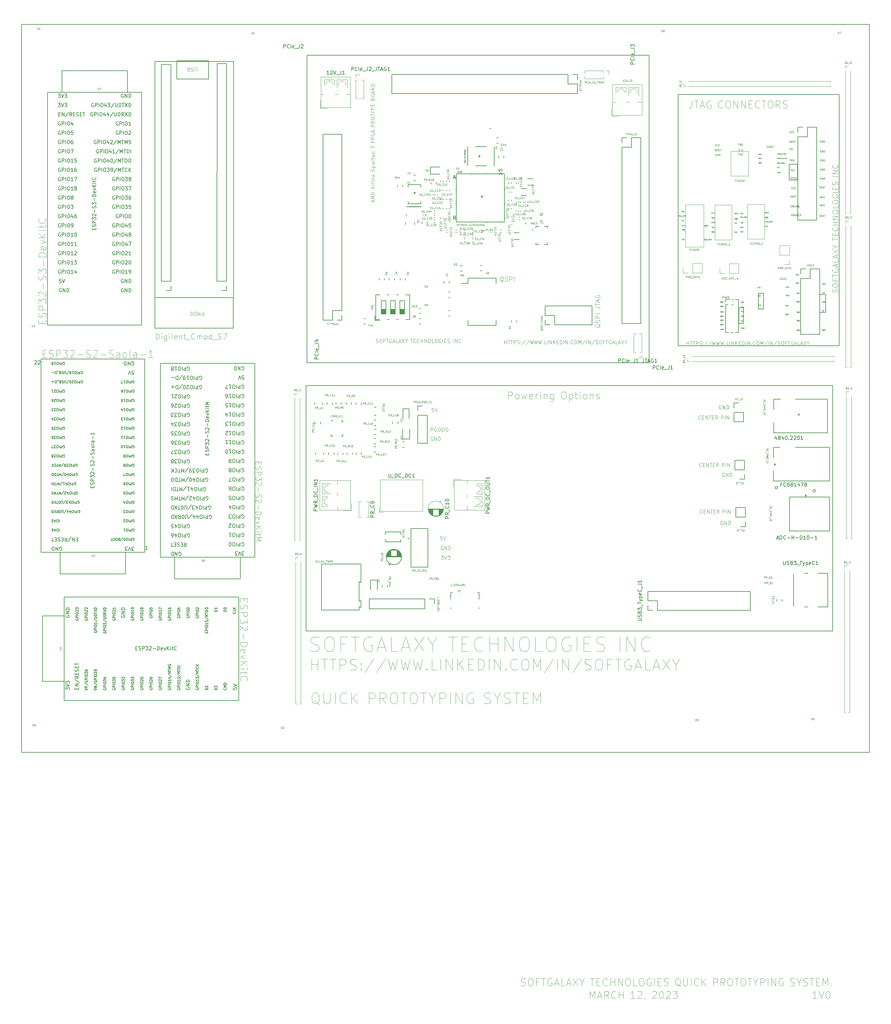
<source format=gbr>
%TF.GenerationSoftware,KiCad,Pcbnew,(7.0.0)*%
%TF.CreationDate,2023-03-18T13:26:35-04:00*%
%TF.ProjectId,FPGAs-Ard_RPi_BB,46504741-732d-4417-9264-5f5250695f42,rev?*%
%TF.SameCoordinates,Original*%
%TF.FileFunction,Legend,Top*%
%TF.FilePolarity,Positive*%
%FSLAX46Y46*%
G04 Gerber Fmt 4.6, Leading zero omitted, Abs format (unit mm)*
G04 Created by KiCad (PCBNEW (7.0.0)) date 2023-03-18 13:26:35*
%MOMM*%
%LPD*%
G01*
G04 APERTURE LIST*
%ADD10C,0.150000*%
%ADD11C,0.062500*%
%ADD12C,0.037500*%
%ADD13C,0.025000*%
%ADD14C,0.125000*%
%ADD15C,0.200000*%
%ADD16C,0.100000*%
%ADD17C,0.120000*%
%ADD18C,0.127000*%
G04 APERTURE END LIST*
D10*
X252625000Y-112750000D02*
X397097000Y-112750000D01*
X397097000Y-112750000D02*
X397097000Y-180000000D01*
X397097000Y-180000000D02*
X252625000Y-180000000D01*
X252625000Y-180000000D02*
X252625000Y-112750000D01*
X393600000Y-87750000D02*
X395200000Y-87750000D01*
X395200000Y-87750000D02*
X395200000Y-92650000D01*
X395200000Y-92650000D02*
X393600000Y-92650000D01*
X393600000Y-92650000D02*
X393600000Y-87750000D01*
X354664000Y-32880000D02*
X398914000Y-32880000D01*
X398914000Y-32880000D02*
X398914000Y-101780000D01*
X398914000Y-101780000D02*
X354664000Y-101780000D01*
X354664000Y-101780000D02*
X354664000Y-32880000D01*
X376750000Y-87400000D02*
X378150000Y-87400000D01*
X378150000Y-87400000D02*
X378150000Y-91700000D01*
X378150000Y-91700000D02*
X376750000Y-91700000D01*
X376750000Y-91700000D02*
X376750000Y-87400000D01*
X371350000Y-91400000D02*
X372650000Y-91400000D01*
X372650000Y-91400000D02*
X372650000Y-95700000D01*
X372650000Y-95700000D02*
X371350000Y-95700000D01*
X371350000Y-95700000D02*
X371350000Y-91400000D01*
X174500000Y-13700000D02*
X407200000Y-13700000D01*
X407200000Y-13700000D02*
X407200000Y-213300000D01*
X407200000Y-213300000D02*
X174500000Y-213300000D01*
X174500000Y-213300000D02*
X174500000Y-13700000D01*
X385200000Y-52000000D02*
X387500000Y-52000000D01*
X387500000Y-52000000D02*
X387500000Y-56300000D01*
X387500000Y-56300000D02*
X385200000Y-56300000D01*
X385200000Y-56300000D02*
X385200000Y-52000000D01*
X252875000Y-22104000D02*
X346783000Y-22104000D01*
X346783000Y-22104000D02*
X346783000Y-106500000D01*
X346783000Y-106500000D02*
X252875000Y-106500000D01*
X252875000Y-106500000D02*
X252875000Y-22104000D01*
D11*
X290161904Y-156830000D02*
X290066666Y-156782380D01*
X290066666Y-156782380D02*
X289923809Y-156782380D01*
X289923809Y-156782380D02*
X289780952Y-156830000D01*
X289780952Y-156830000D02*
X289685714Y-156925238D01*
X289685714Y-156925238D02*
X289638095Y-157020476D01*
X289638095Y-157020476D02*
X289590476Y-157210952D01*
X289590476Y-157210952D02*
X289590476Y-157353809D01*
X289590476Y-157353809D02*
X289638095Y-157544285D01*
X289638095Y-157544285D02*
X289685714Y-157639523D01*
X289685714Y-157639523D02*
X289780952Y-157734761D01*
X289780952Y-157734761D02*
X289923809Y-157782380D01*
X289923809Y-157782380D02*
X290019047Y-157782380D01*
X290019047Y-157782380D02*
X290161904Y-157734761D01*
X290161904Y-157734761D02*
X290209523Y-157687142D01*
X290209523Y-157687142D02*
X290209523Y-157353809D01*
X290209523Y-157353809D02*
X290019047Y-157353809D01*
X290638095Y-157782380D02*
X290638095Y-156782380D01*
X290638095Y-156782380D02*
X291209523Y-157782380D01*
X291209523Y-157782380D02*
X291209523Y-156782380D01*
X291685714Y-157782380D02*
X291685714Y-156782380D01*
X291685714Y-156782380D02*
X291923809Y-156782380D01*
X291923809Y-156782380D02*
X292066666Y-156830000D01*
X292066666Y-156830000D02*
X292161904Y-156925238D01*
X292161904Y-156925238D02*
X292209523Y-157020476D01*
X292209523Y-157020476D02*
X292257142Y-157210952D01*
X292257142Y-157210952D02*
X292257142Y-157353809D01*
X292257142Y-157353809D02*
X292209523Y-157544285D01*
X292209523Y-157544285D02*
X292161904Y-157639523D01*
X292161904Y-157639523D02*
X292066666Y-157734761D01*
X292066666Y-157734761D02*
X291923809Y-157782380D01*
X291923809Y-157782380D02*
X291685714Y-157782380D01*
X235582857Y-171176191D02*
X235582857Y-171842858D01*
X234535238Y-172128572D02*
X234535238Y-171176191D01*
X234535238Y-171176191D02*
X236535238Y-171176191D01*
X236535238Y-171176191D02*
X236535238Y-172128572D01*
X234630476Y-172890477D02*
X234535238Y-173176191D01*
X234535238Y-173176191D02*
X234535238Y-173652382D01*
X234535238Y-173652382D02*
X234630476Y-173842858D01*
X234630476Y-173842858D02*
X234725714Y-173938096D01*
X234725714Y-173938096D02*
X234916190Y-174033334D01*
X234916190Y-174033334D02*
X235106666Y-174033334D01*
X235106666Y-174033334D02*
X235297142Y-173938096D01*
X235297142Y-173938096D02*
X235392380Y-173842858D01*
X235392380Y-173842858D02*
X235487619Y-173652382D01*
X235487619Y-173652382D02*
X235582857Y-173271429D01*
X235582857Y-173271429D02*
X235678095Y-173080953D01*
X235678095Y-173080953D02*
X235773333Y-172985715D01*
X235773333Y-172985715D02*
X235963809Y-172890477D01*
X235963809Y-172890477D02*
X236154285Y-172890477D01*
X236154285Y-172890477D02*
X236344761Y-172985715D01*
X236344761Y-172985715D02*
X236440000Y-173080953D01*
X236440000Y-173080953D02*
X236535238Y-173271429D01*
X236535238Y-173271429D02*
X236535238Y-173747620D01*
X236535238Y-173747620D02*
X236440000Y-174033334D01*
X234535238Y-174890477D02*
X236535238Y-174890477D01*
X236535238Y-174890477D02*
X236535238Y-175652382D01*
X236535238Y-175652382D02*
X236440000Y-175842858D01*
X236440000Y-175842858D02*
X236344761Y-175938096D01*
X236344761Y-175938096D02*
X236154285Y-176033334D01*
X236154285Y-176033334D02*
X235868571Y-176033334D01*
X235868571Y-176033334D02*
X235678095Y-175938096D01*
X235678095Y-175938096D02*
X235582857Y-175842858D01*
X235582857Y-175842858D02*
X235487619Y-175652382D01*
X235487619Y-175652382D02*
X235487619Y-174890477D01*
X236535238Y-176700001D02*
X236535238Y-177938096D01*
X236535238Y-177938096D02*
X235773333Y-177271429D01*
X235773333Y-177271429D02*
X235773333Y-177557144D01*
X235773333Y-177557144D02*
X235678095Y-177747620D01*
X235678095Y-177747620D02*
X235582857Y-177842858D01*
X235582857Y-177842858D02*
X235392380Y-177938096D01*
X235392380Y-177938096D02*
X234916190Y-177938096D01*
X234916190Y-177938096D02*
X234725714Y-177842858D01*
X234725714Y-177842858D02*
X234630476Y-177747620D01*
X234630476Y-177747620D02*
X234535238Y-177557144D01*
X234535238Y-177557144D02*
X234535238Y-176985715D01*
X234535238Y-176985715D02*
X234630476Y-176795239D01*
X234630476Y-176795239D02*
X234725714Y-176700001D01*
X236344761Y-178700001D02*
X236440000Y-178795239D01*
X236440000Y-178795239D02*
X236535238Y-178985715D01*
X236535238Y-178985715D02*
X236535238Y-179461906D01*
X236535238Y-179461906D02*
X236440000Y-179652382D01*
X236440000Y-179652382D02*
X236344761Y-179747620D01*
X236344761Y-179747620D02*
X236154285Y-179842858D01*
X236154285Y-179842858D02*
X235963809Y-179842858D01*
X235963809Y-179842858D02*
X235678095Y-179747620D01*
X235678095Y-179747620D02*
X234535238Y-178604763D01*
X234535238Y-178604763D02*
X234535238Y-179842858D01*
X235297142Y-180700001D02*
X235297142Y-182223811D01*
X234535238Y-183176191D02*
X236535238Y-183176191D01*
X236535238Y-183176191D02*
X236535238Y-183652381D01*
X236535238Y-183652381D02*
X236440000Y-183938096D01*
X236440000Y-183938096D02*
X236249523Y-184128572D01*
X236249523Y-184128572D02*
X236059047Y-184223810D01*
X236059047Y-184223810D02*
X235678095Y-184319048D01*
X235678095Y-184319048D02*
X235392380Y-184319048D01*
X235392380Y-184319048D02*
X235011428Y-184223810D01*
X235011428Y-184223810D02*
X234820952Y-184128572D01*
X234820952Y-184128572D02*
X234630476Y-183938096D01*
X234630476Y-183938096D02*
X234535238Y-183652381D01*
X234535238Y-183652381D02*
X234535238Y-183176191D01*
X234630476Y-185938096D02*
X234535238Y-185747620D01*
X234535238Y-185747620D02*
X234535238Y-185366667D01*
X234535238Y-185366667D02*
X234630476Y-185176191D01*
X234630476Y-185176191D02*
X234820952Y-185080953D01*
X234820952Y-185080953D02*
X235582857Y-185080953D01*
X235582857Y-185080953D02*
X235773333Y-185176191D01*
X235773333Y-185176191D02*
X235868571Y-185366667D01*
X235868571Y-185366667D02*
X235868571Y-185747620D01*
X235868571Y-185747620D02*
X235773333Y-185938096D01*
X235773333Y-185938096D02*
X235582857Y-186033334D01*
X235582857Y-186033334D02*
X235392380Y-186033334D01*
X235392380Y-186033334D02*
X235201904Y-185080953D01*
X235868571Y-186700001D02*
X234535238Y-187176191D01*
X234535238Y-187176191D02*
X235868571Y-187652382D01*
X234535238Y-188414287D02*
X236535238Y-188414287D01*
X234535238Y-189557144D02*
X235678095Y-188700001D01*
X236535238Y-189557144D02*
X235392380Y-188414287D01*
X234535238Y-190414287D02*
X235868571Y-190414287D01*
X236535238Y-190414287D02*
X236440000Y-190319049D01*
X236440000Y-190319049D02*
X236344761Y-190414287D01*
X236344761Y-190414287D02*
X236440000Y-190509525D01*
X236440000Y-190509525D02*
X236535238Y-190414287D01*
X236535238Y-190414287D02*
X236344761Y-190414287D01*
X235868571Y-191080954D02*
X235868571Y-191842858D01*
X236535238Y-191366668D02*
X234820952Y-191366668D01*
X234820952Y-191366668D02*
X234630476Y-191461906D01*
X234630476Y-191461906D02*
X234535238Y-191652382D01*
X234535238Y-191652382D02*
X234535238Y-191842858D01*
X234725714Y-193652382D02*
X234630476Y-193557144D01*
X234630476Y-193557144D02*
X234535238Y-193271430D01*
X234535238Y-193271430D02*
X234535238Y-193080954D01*
X234535238Y-193080954D02*
X234630476Y-192795239D01*
X234630476Y-192795239D02*
X234820952Y-192604763D01*
X234820952Y-192604763D02*
X235011428Y-192509525D01*
X235011428Y-192509525D02*
X235392380Y-192414287D01*
X235392380Y-192414287D02*
X235678095Y-192414287D01*
X235678095Y-192414287D02*
X236059047Y-192509525D01*
X236059047Y-192509525D02*
X236249523Y-192604763D01*
X236249523Y-192604763D02*
X236440000Y-192795239D01*
X236440000Y-192795239D02*
X236535238Y-193080954D01*
X236535238Y-193080954D02*
X236535238Y-193271430D01*
X236535238Y-193271430D02*
X236440000Y-193557144D01*
X236440000Y-193557144D02*
X236344761Y-193652382D01*
D12*
X381857142Y-51820428D02*
X381900000Y-51834714D01*
X381900000Y-51834714D02*
X381971428Y-51834714D01*
X381971428Y-51834714D02*
X382000000Y-51820428D01*
X382000000Y-51820428D02*
X382014285Y-51806142D01*
X382014285Y-51806142D02*
X382028571Y-51777571D01*
X382028571Y-51777571D02*
X382028571Y-51749000D01*
X382028571Y-51749000D02*
X382014285Y-51720428D01*
X382014285Y-51720428D02*
X382000000Y-51706142D01*
X382000000Y-51706142D02*
X381971428Y-51691857D01*
X381971428Y-51691857D02*
X381914285Y-51677571D01*
X381914285Y-51677571D02*
X381885714Y-51663285D01*
X381885714Y-51663285D02*
X381871428Y-51649000D01*
X381871428Y-51649000D02*
X381857142Y-51620428D01*
X381857142Y-51620428D02*
X381857142Y-51591857D01*
X381857142Y-51591857D02*
X381871428Y-51563285D01*
X381871428Y-51563285D02*
X381885714Y-51549000D01*
X381885714Y-51549000D02*
X381914285Y-51534714D01*
X381914285Y-51534714D02*
X381985714Y-51534714D01*
X381985714Y-51534714D02*
X382028571Y-51549000D01*
X382128571Y-51534714D02*
X382199999Y-51834714D01*
X382199999Y-51834714D02*
X382257142Y-51620428D01*
X382257142Y-51620428D02*
X382314285Y-51834714D01*
X382314285Y-51834714D02*
X382385714Y-51534714D01*
X382557142Y-51534714D02*
X382614285Y-51534714D01*
X382614285Y-51534714D02*
X382642856Y-51549000D01*
X382642856Y-51549000D02*
X382671428Y-51577571D01*
X382671428Y-51577571D02*
X382685713Y-51634714D01*
X382685713Y-51634714D02*
X382685713Y-51734714D01*
X382685713Y-51734714D02*
X382671428Y-51791857D01*
X382671428Y-51791857D02*
X382642856Y-51820428D01*
X382642856Y-51820428D02*
X382614285Y-51834714D01*
X382614285Y-51834714D02*
X382557142Y-51834714D01*
X382557142Y-51834714D02*
X382528571Y-51820428D01*
X382528571Y-51820428D02*
X382499999Y-51791857D01*
X382499999Y-51791857D02*
X382485713Y-51734714D01*
X382485713Y-51734714D02*
X382485713Y-51634714D01*
X382485713Y-51634714D02*
X382499999Y-51577571D01*
X382499999Y-51577571D02*
X382528571Y-51549000D01*
X382528571Y-51549000D02*
X382557142Y-51534714D01*
X383028571Y-51520428D02*
X382771428Y-51906142D01*
X383085714Y-51534714D02*
X383257143Y-51534714D01*
X383171428Y-51834714D02*
X383171428Y-51534714D01*
X383357142Y-51834714D02*
X383357142Y-51534714D01*
X383357142Y-51534714D02*
X383428571Y-51534714D01*
X383428571Y-51534714D02*
X383471428Y-51549000D01*
X383471428Y-51549000D02*
X383499999Y-51577571D01*
X383499999Y-51577571D02*
X383514285Y-51606142D01*
X383514285Y-51606142D02*
X383528571Y-51663285D01*
X383528571Y-51663285D02*
X383528571Y-51706142D01*
X383528571Y-51706142D02*
X383514285Y-51763285D01*
X383514285Y-51763285D02*
X383499999Y-51791857D01*
X383499999Y-51791857D02*
X383471428Y-51820428D01*
X383471428Y-51820428D02*
X383428571Y-51834714D01*
X383428571Y-51834714D02*
X383357142Y-51834714D01*
X383714285Y-51534714D02*
X383771428Y-51534714D01*
X383771428Y-51534714D02*
X383799999Y-51549000D01*
X383799999Y-51549000D02*
X383828571Y-51577571D01*
X383828571Y-51577571D02*
X383842856Y-51634714D01*
X383842856Y-51634714D02*
X383842856Y-51734714D01*
X383842856Y-51734714D02*
X383828571Y-51791857D01*
X383828571Y-51791857D02*
X383799999Y-51820428D01*
X383799999Y-51820428D02*
X383771428Y-51834714D01*
X383771428Y-51834714D02*
X383714285Y-51834714D01*
X383714285Y-51834714D02*
X383685714Y-51820428D01*
X383685714Y-51820428D02*
X383657142Y-51791857D01*
X383657142Y-51791857D02*
X383642856Y-51734714D01*
X383642856Y-51734714D02*
X383642856Y-51634714D01*
X383642856Y-51634714D02*
X383657142Y-51577571D01*
X383657142Y-51577571D02*
X383685714Y-51549000D01*
X383685714Y-51549000D02*
X383714285Y-51534714D01*
D11*
X254114285Y-190747142D02*
X254114285Y-187747142D01*
X254114285Y-189175714D02*
X255828571Y-189175714D01*
X255828571Y-190747142D02*
X255828571Y-187747142D01*
X256828571Y-187747142D02*
X258542857Y-187747142D01*
X257685714Y-190747142D02*
X257685714Y-187747142D01*
X259114285Y-187747142D02*
X260828571Y-187747142D01*
X259971428Y-190747142D02*
X259971428Y-187747142D01*
X261828570Y-190747142D02*
X261828570Y-187747142D01*
X261828570Y-187747142D02*
X262971427Y-187747142D01*
X262971427Y-187747142D02*
X263257142Y-187890000D01*
X263257142Y-187890000D02*
X263399999Y-188032857D01*
X263399999Y-188032857D02*
X263542856Y-188318571D01*
X263542856Y-188318571D02*
X263542856Y-188747142D01*
X263542856Y-188747142D02*
X263399999Y-189032857D01*
X263399999Y-189032857D02*
X263257142Y-189175714D01*
X263257142Y-189175714D02*
X262971427Y-189318571D01*
X262971427Y-189318571D02*
X261828570Y-189318571D01*
X264685713Y-190604285D02*
X265114285Y-190747142D01*
X265114285Y-190747142D02*
X265828570Y-190747142D01*
X265828570Y-190747142D02*
X266114285Y-190604285D01*
X266114285Y-190604285D02*
X266257142Y-190461428D01*
X266257142Y-190461428D02*
X266399999Y-190175714D01*
X266399999Y-190175714D02*
X266399999Y-189890000D01*
X266399999Y-189890000D02*
X266257142Y-189604285D01*
X266257142Y-189604285D02*
X266114285Y-189461428D01*
X266114285Y-189461428D02*
X265828570Y-189318571D01*
X265828570Y-189318571D02*
X265257142Y-189175714D01*
X265257142Y-189175714D02*
X264971427Y-189032857D01*
X264971427Y-189032857D02*
X264828570Y-188890000D01*
X264828570Y-188890000D02*
X264685713Y-188604285D01*
X264685713Y-188604285D02*
X264685713Y-188318571D01*
X264685713Y-188318571D02*
X264828570Y-188032857D01*
X264828570Y-188032857D02*
X264971427Y-187890000D01*
X264971427Y-187890000D02*
X265257142Y-187747142D01*
X265257142Y-187747142D02*
X265971427Y-187747142D01*
X265971427Y-187747142D02*
X266399999Y-187890000D01*
X267685713Y-190461428D02*
X267828570Y-190604285D01*
X267828570Y-190604285D02*
X267685713Y-190747142D01*
X267685713Y-190747142D02*
X267542856Y-190604285D01*
X267542856Y-190604285D02*
X267685713Y-190461428D01*
X267685713Y-190461428D02*
X267685713Y-190747142D01*
X267685713Y-188890000D02*
X267828570Y-189032857D01*
X267828570Y-189032857D02*
X267685713Y-189175714D01*
X267685713Y-189175714D02*
X267542856Y-189032857D01*
X267542856Y-189032857D02*
X267685713Y-188890000D01*
X267685713Y-188890000D02*
X267685713Y-189175714D01*
X271257141Y-187604285D02*
X268685713Y-191461428D01*
X274399998Y-187604285D02*
X271828570Y-191461428D01*
X275114284Y-187747142D02*
X275828570Y-190747142D01*
X275828570Y-190747142D02*
X276399998Y-188604285D01*
X276399998Y-188604285D02*
X276971427Y-190747142D01*
X276971427Y-190747142D02*
X277685713Y-187747142D01*
X278542855Y-187747142D02*
X279257141Y-190747142D01*
X279257141Y-190747142D02*
X279828569Y-188604285D01*
X279828569Y-188604285D02*
X280399998Y-190747142D01*
X280399998Y-190747142D02*
X281114284Y-187747142D01*
X281971426Y-187747142D02*
X282685712Y-190747142D01*
X282685712Y-190747142D02*
X283257140Y-188604285D01*
X283257140Y-188604285D02*
X283828569Y-190747142D01*
X283828569Y-190747142D02*
X284542855Y-187747142D01*
X285685711Y-190461428D02*
X285828568Y-190604285D01*
X285828568Y-190604285D02*
X285685711Y-190747142D01*
X285685711Y-190747142D02*
X285542854Y-190604285D01*
X285542854Y-190604285D02*
X285685711Y-190461428D01*
X285685711Y-190461428D02*
X285685711Y-190747142D01*
X288542854Y-190747142D02*
X287114282Y-190747142D01*
X287114282Y-190747142D02*
X287114282Y-187747142D01*
X289542853Y-190747142D02*
X289542853Y-187747142D01*
X290971424Y-190747142D02*
X290971424Y-187747142D01*
X290971424Y-187747142D02*
X292685710Y-190747142D01*
X292685710Y-190747142D02*
X292685710Y-187747142D01*
X294114281Y-190747142D02*
X294114281Y-187747142D01*
X295828567Y-190747142D02*
X294542853Y-189032857D01*
X295828567Y-187747142D02*
X294114281Y-189461428D01*
X297114281Y-189175714D02*
X298114281Y-189175714D01*
X298542853Y-190747142D02*
X297114281Y-190747142D01*
X297114281Y-190747142D02*
X297114281Y-187747142D01*
X297114281Y-187747142D02*
X298542853Y-187747142D01*
X299828567Y-190747142D02*
X299828567Y-187747142D01*
X299828567Y-187747142D02*
X300542853Y-187747142D01*
X300542853Y-187747142D02*
X300971424Y-187890000D01*
X300971424Y-187890000D02*
X301257139Y-188175714D01*
X301257139Y-188175714D02*
X301399996Y-188461428D01*
X301399996Y-188461428D02*
X301542853Y-189032857D01*
X301542853Y-189032857D02*
X301542853Y-189461428D01*
X301542853Y-189461428D02*
X301399996Y-190032857D01*
X301399996Y-190032857D02*
X301257139Y-190318571D01*
X301257139Y-190318571D02*
X300971424Y-190604285D01*
X300971424Y-190604285D02*
X300542853Y-190747142D01*
X300542853Y-190747142D02*
X299828567Y-190747142D01*
X302828567Y-190747142D02*
X302828567Y-187747142D01*
X304257138Y-190747142D02*
X304257138Y-187747142D01*
X304257138Y-187747142D02*
X305971424Y-190747142D01*
X305971424Y-190747142D02*
X305971424Y-187747142D01*
X307399995Y-190461428D02*
X307542852Y-190604285D01*
X307542852Y-190604285D02*
X307399995Y-190747142D01*
X307399995Y-190747142D02*
X307257138Y-190604285D01*
X307257138Y-190604285D02*
X307399995Y-190461428D01*
X307399995Y-190461428D02*
X307399995Y-190747142D01*
X310542852Y-190461428D02*
X310399995Y-190604285D01*
X310399995Y-190604285D02*
X309971423Y-190747142D01*
X309971423Y-190747142D02*
X309685709Y-190747142D01*
X309685709Y-190747142D02*
X309257138Y-190604285D01*
X309257138Y-190604285D02*
X308971423Y-190318571D01*
X308971423Y-190318571D02*
X308828566Y-190032857D01*
X308828566Y-190032857D02*
X308685709Y-189461428D01*
X308685709Y-189461428D02*
X308685709Y-189032857D01*
X308685709Y-189032857D02*
X308828566Y-188461428D01*
X308828566Y-188461428D02*
X308971423Y-188175714D01*
X308971423Y-188175714D02*
X309257138Y-187890000D01*
X309257138Y-187890000D02*
X309685709Y-187747142D01*
X309685709Y-187747142D02*
X309971423Y-187747142D01*
X309971423Y-187747142D02*
X310399995Y-187890000D01*
X310399995Y-187890000D02*
X310542852Y-188032857D01*
X312399995Y-187747142D02*
X312971423Y-187747142D01*
X312971423Y-187747142D02*
X313257138Y-187890000D01*
X313257138Y-187890000D02*
X313542852Y-188175714D01*
X313542852Y-188175714D02*
X313685709Y-188747142D01*
X313685709Y-188747142D02*
X313685709Y-189747142D01*
X313685709Y-189747142D02*
X313542852Y-190318571D01*
X313542852Y-190318571D02*
X313257138Y-190604285D01*
X313257138Y-190604285D02*
X312971423Y-190747142D01*
X312971423Y-190747142D02*
X312399995Y-190747142D01*
X312399995Y-190747142D02*
X312114281Y-190604285D01*
X312114281Y-190604285D02*
X311828566Y-190318571D01*
X311828566Y-190318571D02*
X311685709Y-189747142D01*
X311685709Y-189747142D02*
X311685709Y-188747142D01*
X311685709Y-188747142D02*
X311828566Y-188175714D01*
X311828566Y-188175714D02*
X312114281Y-187890000D01*
X312114281Y-187890000D02*
X312399995Y-187747142D01*
X314971423Y-190747142D02*
X314971423Y-187747142D01*
X314971423Y-187747142D02*
X315971423Y-189890000D01*
X315971423Y-189890000D02*
X316971423Y-187747142D01*
X316971423Y-187747142D02*
X316971423Y-190747142D01*
X320542851Y-187604285D02*
X317971423Y-191461428D01*
X321542851Y-190747142D02*
X321542851Y-187747142D01*
X322971422Y-190747142D02*
X322971422Y-187747142D01*
X322971422Y-187747142D02*
X324685708Y-190747142D01*
X324685708Y-190747142D02*
X324685708Y-187747142D01*
X328257136Y-187604285D02*
X325685708Y-191461428D01*
X329114279Y-190604285D02*
X329542851Y-190747142D01*
X329542851Y-190747142D02*
X330257136Y-190747142D01*
X330257136Y-190747142D02*
X330542851Y-190604285D01*
X330542851Y-190604285D02*
X330685708Y-190461428D01*
X330685708Y-190461428D02*
X330828565Y-190175714D01*
X330828565Y-190175714D02*
X330828565Y-189890000D01*
X330828565Y-189890000D02*
X330685708Y-189604285D01*
X330685708Y-189604285D02*
X330542851Y-189461428D01*
X330542851Y-189461428D02*
X330257136Y-189318571D01*
X330257136Y-189318571D02*
X329685708Y-189175714D01*
X329685708Y-189175714D02*
X329399993Y-189032857D01*
X329399993Y-189032857D02*
X329257136Y-188890000D01*
X329257136Y-188890000D02*
X329114279Y-188604285D01*
X329114279Y-188604285D02*
X329114279Y-188318571D01*
X329114279Y-188318571D02*
X329257136Y-188032857D01*
X329257136Y-188032857D02*
X329399993Y-187890000D01*
X329399993Y-187890000D02*
X329685708Y-187747142D01*
X329685708Y-187747142D02*
X330399993Y-187747142D01*
X330399993Y-187747142D02*
X330828565Y-187890000D01*
X332685708Y-187747142D02*
X333257136Y-187747142D01*
X333257136Y-187747142D02*
X333542851Y-187890000D01*
X333542851Y-187890000D02*
X333828565Y-188175714D01*
X333828565Y-188175714D02*
X333971422Y-188747142D01*
X333971422Y-188747142D02*
X333971422Y-189747142D01*
X333971422Y-189747142D02*
X333828565Y-190318571D01*
X333828565Y-190318571D02*
X333542851Y-190604285D01*
X333542851Y-190604285D02*
X333257136Y-190747142D01*
X333257136Y-190747142D02*
X332685708Y-190747142D01*
X332685708Y-190747142D02*
X332399994Y-190604285D01*
X332399994Y-190604285D02*
X332114279Y-190318571D01*
X332114279Y-190318571D02*
X331971422Y-189747142D01*
X331971422Y-189747142D02*
X331971422Y-188747142D01*
X331971422Y-188747142D02*
X332114279Y-188175714D01*
X332114279Y-188175714D02*
X332399994Y-187890000D01*
X332399994Y-187890000D02*
X332685708Y-187747142D01*
X336257136Y-189175714D02*
X335257136Y-189175714D01*
X335257136Y-190747142D02*
X335257136Y-187747142D01*
X335257136Y-187747142D02*
X336685708Y-187747142D01*
X337399994Y-187747142D02*
X339114280Y-187747142D01*
X338257137Y-190747142D02*
X338257137Y-187747142D01*
X341685708Y-187890000D02*
X341399994Y-187747142D01*
X341399994Y-187747142D02*
X340971422Y-187747142D01*
X340971422Y-187747142D02*
X340542851Y-187890000D01*
X340542851Y-187890000D02*
X340257136Y-188175714D01*
X340257136Y-188175714D02*
X340114279Y-188461428D01*
X340114279Y-188461428D02*
X339971422Y-189032857D01*
X339971422Y-189032857D02*
X339971422Y-189461428D01*
X339971422Y-189461428D02*
X340114279Y-190032857D01*
X340114279Y-190032857D02*
X340257136Y-190318571D01*
X340257136Y-190318571D02*
X340542851Y-190604285D01*
X340542851Y-190604285D02*
X340971422Y-190747142D01*
X340971422Y-190747142D02*
X341257136Y-190747142D01*
X341257136Y-190747142D02*
X341685708Y-190604285D01*
X341685708Y-190604285D02*
X341828565Y-190461428D01*
X341828565Y-190461428D02*
X341828565Y-189461428D01*
X341828565Y-189461428D02*
X341257136Y-189461428D01*
X342971422Y-189890000D02*
X344399994Y-189890000D01*
X342685708Y-190747142D02*
X343685708Y-187747142D01*
X343685708Y-187747142D02*
X344685708Y-190747142D01*
X347114280Y-190747142D02*
X345685708Y-190747142D01*
X345685708Y-190747142D02*
X345685708Y-187747142D01*
X347971422Y-189890000D02*
X349399994Y-189890000D01*
X347685708Y-190747142D02*
X348685708Y-187747142D01*
X348685708Y-187747142D02*
X349685708Y-190747142D01*
X350399994Y-187747142D02*
X352399994Y-190747142D01*
X352399994Y-187747142D02*
X350399994Y-190747142D01*
X354114280Y-189318571D02*
X354114280Y-190747142D01*
X353114280Y-187747142D02*
X354114280Y-189318571D01*
X354114280Y-189318571D02*
X355114280Y-187747142D01*
D12*
X393880952Y-53215000D02*
X393833333Y-53191190D01*
X393833333Y-53191190D02*
X393761904Y-53191190D01*
X393761904Y-53191190D02*
X393690476Y-53215000D01*
X393690476Y-53215000D02*
X393642857Y-53262619D01*
X393642857Y-53262619D02*
X393619047Y-53310238D01*
X393619047Y-53310238D02*
X393595238Y-53405476D01*
X393595238Y-53405476D02*
X393595238Y-53476904D01*
X393595238Y-53476904D02*
X393619047Y-53572142D01*
X393619047Y-53572142D02*
X393642857Y-53619761D01*
X393642857Y-53619761D02*
X393690476Y-53667380D01*
X393690476Y-53667380D02*
X393761904Y-53691190D01*
X393761904Y-53691190D02*
X393809523Y-53691190D01*
X393809523Y-53691190D02*
X393880952Y-53667380D01*
X393880952Y-53667380D02*
X393904761Y-53643571D01*
X393904761Y-53643571D02*
X393904761Y-53476904D01*
X393904761Y-53476904D02*
X393809523Y-53476904D01*
X394119047Y-53691190D02*
X394119047Y-53191190D01*
X394119047Y-53191190D02*
X394404761Y-53691190D01*
X394404761Y-53691190D02*
X394404761Y-53191190D01*
X394642857Y-53691190D02*
X394642857Y-53191190D01*
X394642857Y-53191190D02*
X394761905Y-53191190D01*
X394761905Y-53191190D02*
X394833333Y-53215000D01*
X394833333Y-53215000D02*
X394880952Y-53262619D01*
X394880952Y-53262619D02*
X394904762Y-53310238D01*
X394904762Y-53310238D02*
X394928571Y-53405476D01*
X394928571Y-53405476D02*
X394928571Y-53476904D01*
X394928571Y-53476904D02*
X394904762Y-53572142D01*
X394904762Y-53572142D02*
X394880952Y-53619761D01*
X394880952Y-53619761D02*
X394833333Y-53667380D01*
X394833333Y-53667380D02*
X394761905Y-53691190D01*
X394761905Y-53691190D02*
X394642857Y-53691190D01*
D11*
X398502142Y-87114285D02*
X398573571Y-86900000D01*
X398573571Y-86900000D02*
X398573571Y-86542857D01*
X398573571Y-86542857D02*
X398502142Y-86400000D01*
X398502142Y-86400000D02*
X398430714Y-86328571D01*
X398430714Y-86328571D02*
X398287857Y-86257142D01*
X398287857Y-86257142D02*
X398145000Y-86257142D01*
X398145000Y-86257142D02*
X398002142Y-86328571D01*
X398002142Y-86328571D02*
X397930714Y-86400000D01*
X397930714Y-86400000D02*
X397859285Y-86542857D01*
X397859285Y-86542857D02*
X397787857Y-86828571D01*
X397787857Y-86828571D02*
X397716428Y-86971428D01*
X397716428Y-86971428D02*
X397645000Y-87042857D01*
X397645000Y-87042857D02*
X397502142Y-87114285D01*
X397502142Y-87114285D02*
X397359285Y-87114285D01*
X397359285Y-87114285D02*
X397216428Y-87042857D01*
X397216428Y-87042857D02*
X397145000Y-86971428D01*
X397145000Y-86971428D02*
X397073571Y-86828571D01*
X397073571Y-86828571D02*
X397073571Y-86471428D01*
X397073571Y-86471428D02*
X397145000Y-86257142D01*
X397073571Y-85328571D02*
X397073571Y-85042857D01*
X397073571Y-85042857D02*
X397145000Y-84900000D01*
X397145000Y-84900000D02*
X397287857Y-84757143D01*
X397287857Y-84757143D02*
X397573571Y-84685714D01*
X397573571Y-84685714D02*
X398073571Y-84685714D01*
X398073571Y-84685714D02*
X398359285Y-84757143D01*
X398359285Y-84757143D02*
X398502142Y-84900000D01*
X398502142Y-84900000D02*
X398573571Y-85042857D01*
X398573571Y-85042857D02*
X398573571Y-85328571D01*
X398573571Y-85328571D02*
X398502142Y-85471429D01*
X398502142Y-85471429D02*
X398359285Y-85614286D01*
X398359285Y-85614286D02*
X398073571Y-85685714D01*
X398073571Y-85685714D02*
X397573571Y-85685714D01*
X397573571Y-85685714D02*
X397287857Y-85614286D01*
X397287857Y-85614286D02*
X397145000Y-85471429D01*
X397145000Y-85471429D02*
X397073571Y-85328571D01*
X397787857Y-83542857D02*
X397787857Y-84042857D01*
X398573571Y-84042857D02*
X397073571Y-84042857D01*
X397073571Y-84042857D02*
X397073571Y-83328571D01*
X397073571Y-82971428D02*
X397073571Y-82114286D01*
X398573571Y-82542857D02*
X397073571Y-82542857D01*
X397145000Y-80828571D02*
X397073571Y-80971429D01*
X397073571Y-80971429D02*
X397073571Y-81185714D01*
X397073571Y-81185714D02*
X397145000Y-81400000D01*
X397145000Y-81400000D02*
X397287857Y-81542857D01*
X397287857Y-81542857D02*
X397430714Y-81614286D01*
X397430714Y-81614286D02*
X397716428Y-81685714D01*
X397716428Y-81685714D02*
X397930714Y-81685714D01*
X397930714Y-81685714D02*
X398216428Y-81614286D01*
X398216428Y-81614286D02*
X398359285Y-81542857D01*
X398359285Y-81542857D02*
X398502142Y-81400000D01*
X398502142Y-81400000D02*
X398573571Y-81185714D01*
X398573571Y-81185714D02*
X398573571Y-81042857D01*
X398573571Y-81042857D02*
X398502142Y-80828571D01*
X398502142Y-80828571D02*
X398430714Y-80757143D01*
X398430714Y-80757143D02*
X397930714Y-80757143D01*
X397930714Y-80757143D02*
X397930714Y-81042857D01*
X398145000Y-80185714D02*
X398145000Y-79471429D01*
X398573571Y-80328571D02*
X397073571Y-79828571D01*
X397073571Y-79828571D02*
X398573571Y-79328571D01*
X398573571Y-78114286D02*
X398573571Y-78828572D01*
X398573571Y-78828572D02*
X397073571Y-78828572D01*
X398145000Y-77685714D02*
X398145000Y-76971429D01*
X398573571Y-77828571D02*
X397073571Y-77328571D01*
X397073571Y-77328571D02*
X398573571Y-76828571D01*
X397073571Y-76471429D02*
X398573571Y-75471429D01*
X397073571Y-75471429D02*
X398573571Y-76471429D01*
X397859285Y-74614286D02*
X398573571Y-74614286D01*
X397073571Y-75114286D02*
X397859285Y-74614286D01*
X397859285Y-74614286D02*
X397073571Y-74114286D01*
X397073571Y-72928572D02*
X397073571Y-72071430D01*
X398573571Y-72500001D02*
X397073571Y-72500001D01*
X397787857Y-71571430D02*
X397787857Y-71071430D01*
X398573571Y-70857144D02*
X398573571Y-71571430D01*
X398573571Y-71571430D02*
X397073571Y-71571430D01*
X397073571Y-71571430D02*
X397073571Y-70857144D01*
X398430714Y-69357144D02*
X398502142Y-69428572D01*
X398502142Y-69428572D02*
X398573571Y-69642858D01*
X398573571Y-69642858D02*
X398573571Y-69785715D01*
X398573571Y-69785715D02*
X398502142Y-70000001D01*
X398502142Y-70000001D02*
X398359285Y-70142858D01*
X398359285Y-70142858D02*
X398216428Y-70214287D01*
X398216428Y-70214287D02*
X397930714Y-70285715D01*
X397930714Y-70285715D02*
X397716428Y-70285715D01*
X397716428Y-70285715D02*
X397430714Y-70214287D01*
X397430714Y-70214287D02*
X397287857Y-70142858D01*
X397287857Y-70142858D02*
X397145000Y-70000001D01*
X397145000Y-70000001D02*
X397073571Y-69785715D01*
X397073571Y-69785715D02*
X397073571Y-69642858D01*
X397073571Y-69642858D02*
X397145000Y-69428572D01*
X397145000Y-69428572D02*
X397216428Y-69357144D01*
X398573571Y-68714287D02*
X397073571Y-68714287D01*
X397787857Y-68714287D02*
X397787857Y-67857144D01*
X398573571Y-67857144D02*
X397073571Y-67857144D01*
X398573571Y-67142858D02*
X397073571Y-67142858D01*
X397073571Y-67142858D02*
X398573571Y-66285715D01*
X398573571Y-66285715D02*
X397073571Y-66285715D01*
X397073571Y-65285714D02*
X397073571Y-65000000D01*
X397073571Y-65000000D02*
X397145000Y-64857143D01*
X397145000Y-64857143D02*
X397287857Y-64714286D01*
X397287857Y-64714286D02*
X397573571Y-64642857D01*
X397573571Y-64642857D02*
X398073571Y-64642857D01*
X398073571Y-64642857D02*
X398359285Y-64714286D01*
X398359285Y-64714286D02*
X398502142Y-64857143D01*
X398502142Y-64857143D02*
X398573571Y-65000000D01*
X398573571Y-65000000D02*
X398573571Y-65285714D01*
X398573571Y-65285714D02*
X398502142Y-65428572D01*
X398502142Y-65428572D02*
X398359285Y-65571429D01*
X398359285Y-65571429D02*
X398073571Y-65642857D01*
X398073571Y-65642857D02*
X397573571Y-65642857D01*
X397573571Y-65642857D02*
X397287857Y-65571429D01*
X397287857Y-65571429D02*
X397145000Y-65428572D01*
X397145000Y-65428572D02*
X397073571Y-65285714D01*
X398573571Y-63285714D02*
X398573571Y-64000000D01*
X398573571Y-64000000D02*
X397073571Y-64000000D01*
X397073571Y-62499999D02*
X397073571Y-62214285D01*
X397073571Y-62214285D02*
X397145000Y-62071428D01*
X397145000Y-62071428D02*
X397287857Y-61928571D01*
X397287857Y-61928571D02*
X397573571Y-61857142D01*
X397573571Y-61857142D02*
X398073571Y-61857142D01*
X398073571Y-61857142D02*
X398359285Y-61928571D01*
X398359285Y-61928571D02*
X398502142Y-62071428D01*
X398502142Y-62071428D02*
X398573571Y-62214285D01*
X398573571Y-62214285D02*
X398573571Y-62499999D01*
X398573571Y-62499999D02*
X398502142Y-62642857D01*
X398502142Y-62642857D02*
X398359285Y-62785714D01*
X398359285Y-62785714D02*
X398073571Y-62857142D01*
X398073571Y-62857142D02*
X397573571Y-62857142D01*
X397573571Y-62857142D02*
X397287857Y-62785714D01*
X397287857Y-62785714D02*
X397145000Y-62642857D01*
X397145000Y-62642857D02*
X397073571Y-62499999D01*
X397145000Y-60428570D02*
X397073571Y-60571428D01*
X397073571Y-60571428D02*
X397073571Y-60785713D01*
X397073571Y-60785713D02*
X397145000Y-60999999D01*
X397145000Y-60999999D02*
X397287857Y-61142856D01*
X397287857Y-61142856D02*
X397430714Y-61214285D01*
X397430714Y-61214285D02*
X397716428Y-61285713D01*
X397716428Y-61285713D02*
X397930714Y-61285713D01*
X397930714Y-61285713D02*
X398216428Y-61214285D01*
X398216428Y-61214285D02*
X398359285Y-61142856D01*
X398359285Y-61142856D02*
X398502142Y-60999999D01*
X398502142Y-60999999D02*
X398573571Y-60785713D01*
X398573571Y-60785713D02*
X398573571Y-60642856D01*
X398573571Y-60642856D02*
X398502142Y-60428570D01*
X398502142Y-60428570D02*
X398430714Y-60357142D01*
X398430714Y-60357142D02*
X397930714Y-60357142D01*
X397930714Y-60357142D02*
X397930714Y-60642856D01*
X398573571Y-59714285D02*
X397073571Y-59714285D01*
X397787857Y-58999999D02*
X397787857Y-58499999D01*
X398573571Y-58285713D02*
X398573571Y-58999999D01*
X398573571Y-58999999D02*
X397073571Y-58999999D01*
X397073571Y-58999999D02*
X397073571Y-58285713D01*
X398502142Y-57714284D02*
X398573571Y-57499999D01*
X398573571Y-57499999D02*
X398573571Y-57142856D01*
X398573571Y-57142856D02*
X398502142Y-56999999D01*
X398502142Y-56999999D02*
X398430714Y-56928570D01*
X398430714Y-56928570D02*
X398287857Y-56857141D01*
X398287857Y-56857141D02*
X398145000Y-56857141D01*
X398145000Y-56857141D02*
X398002142Y-56928570D01*
X398002142Y-56928570D02*
X397930714Y-56999999D01*
X397930714Y-56999999D02*
X397859285Y-57142856D01*
X397859285Y-57142856D02*
X397787857Y-57428570D01*
X397787857Y-57428570D02*
X397716428Y-57571427D01*
X397716428Y-57571427D02*
X397645000Y-57642856D01*
X397645000Y-57642856D02*
X397502142Y-57714284D01*
X397502142Y-57714284D02*
X397359285Y-57714284D01*
X397359285Y-57714284D02*
X397216428Y-57642856D01*
X397216428Y-57642856D02*
X397145000Y-57571427D01*
X397145000Y-57571427D02*
X397073571Y-57428570D01*
X397073571Y-57428570D02*
X397073571Y-57071427D01*
X397073571Y-57071427D02*
X397145000Y-56857141D01*
X398573571Y-55314285D02*
X397073571Y-55314285D01*
X398573571Y-54599999D02*
X397073571Y-54599999D01*
X397073571Y-54599999D02*
X398573571Y-53742856D01*
X398573571Y-53742856D02*
X397073571Y-53742856D01*
X398430714Y-52171427D02*
X398502142Y-52242855D01*
X398502142Y-52242855D02*
X398573571Y-52457141D01*
X398573571Y-52457141D02*
X398573571Y-52599998D01*
X398573571Y-52599998D02*
X398502142Y-52814284D01*
X398502142Y-52814284D02*
X398359285Y-52957141D01*
X398359285Y-52957141D02*
X398216428Y-53028570D01*
X398216428Y-53028570D02*
X397930714Y-53099998D01*
X397930714Y-53099998D02*
X397716428Y-53099998D01*
X397716428Y-53099998D02*
X397430714Y-53028570D01*
X397430714Y-53028570D02*
X397287857Y-52957141D01*
X397287857Y-52957141D02*
X397145000Y-52814284D01*
X397145000Y-52814284D02*
X397073571Y-52599998D01*
X397073571Y-52599998D02*
X397073571Y-52457141D01*
X397073571Y-52457141D02*
X397145000Y-52242855D01*
X397145000Y-52242855D02*
X397216428Y-52171427D01*
X289914285Y-154082380D02*
X289438095Y-154082380D01*
X289438095Y-154082380D02*
X289390476Y-154558571D01*
X289390476Y-154558571D02*
X289438095Y-154510952D01*
X289438095Y-154510952D02*
X289533333Y-154463333D01*
X289533333Y-154463333D02*
X289771428Y-154463333D01*
X289771428Y-154463333D02*
X289866666Y-154510952D01*
X289866666Y-154510952D02*
X289914285Y-154558571D01*
X289914285Y-154558571D02*
X289961904Y-154653809D01*
X289961904Y-154653809D02*
X289961904Y-154891904D01*
X289961904Y-154891904D02*
X289914285Y-154987142D01*
X289914285Y-154987142D02*
X289866666Y-155034761D01*
X289866666Y-155034761D02*
X289771428Y-155082380D01*
X289771428Y-155082380D02*
X289533333Y-155082380D01*
X289533333Y-155082380D02*
X289438095Y-155034761D01*
X289438095Y-155034761D02*
X289390476Y-154987142D01*
X290247619Y-154082380D02*
X290580952Y-155082380D01*
X290580952Y-155082380D02*
X290914285Y-154082380D01*
D12*
X387128571Y-84449000D02*
X387100000Y-84434714D01*
X387100000Y-84434714D02*
X387057142Y-84434714D01*
X387057142Y-84434714D02*
X387014285Y-84449000D01*
X387014285Y-84449000D02*
X386985714Y-84477571D01*
X386985714Y-84477571D02*
X386971428Y-84506142D01*
X386971428Y-84506142D02*
X386957142Y-84563285D01*
X386957142Y-84563285D02*
X386957142Y-84606142D01*
X386957142Y-84606142D02*
X386971428Y-84663285D01*
X386971428Y-84663285D02*
X386985714Y-84691857D01*
X386985714Y-84691857D02*
X387014285Y-84720428D01*
X387014285Y-84720428D02*
X387057142Y-84734714D01*
X387057142Y-84734714D02*
X387085714Y-84734714D01*
X387085714Y-84734714D02*
X387128571Y-84720428D01*
X387128571Y-84720428D02*
X387142857Y-84706142D01*
X387142857Y-84706142D02*
X387142857Y-84606142D01*
X387142857Y-84606142D02*
X387085714Y-84606142D01*
X387271428Y-84734714D02*
X387271428Y-84434714D01*
X387271428Y-84434714D02*
X387442857Y-84734714D01*
X387442857Y-84734714D02*
X387442857Y-84434714D01*
X387585714Y-84734714D02*
X387585714Y-84434714D01*
X387585714Y-84434714D02*
X387657143Y-84434714D01*
X387657143Y-84434714D02*
X387700000Y-84449000D01*
X387700000Y-84449000D02*
X387728571Y-84477571D01*
X387728571Y-84477571D02*
X387742857Y-84506142D01*
X387742857Y-84506142D02*
X387757143Y-84563285D01*
X387757143Y-84563285D02*
X387757143Y-84606142D01*
X387757143Y-84606142D02*
X387742857Y-84663285D01*
X387742857Y-84663285D02*
X387728571Y-84691857D01*
X387728571Y-84691857D02*
X387700000Y-84720428D01*
X387700000Y-84720428D02*
X387657143Y-84734714D01*
X387657143Y-84734714D02*
X387585714Y-84734714D01*
X378528571Y-68834714D02*
X378700000Y-68834714D01*
X378614285Y-69134714D02*
X378614285Y-68834714D01*
X378971428Y-69106142D02*
X378957142Y-69120428D01*
X378957142Y-69120428D02*
X378914285Y-69134714D01*
X378914285Y-69134714D02*
X378885713Y-69134714D01*
X378885713Y-69134714D02*
X378842856Y-69120428D01*
X378842856Y-69120428D02*
X378814285Y-69091857D01*
X378814285Y-69091857D02*
X378799999Y-69063285D01*
X378799999Y-69063285D02*
X378785713Y-69006142D01*
X378785713Y-69006142D02*
X378785713Y-68963285D01*
X378785713Y-68963285D02*
X378799999Y-68906142D01*
X378799999Y-68906142D02*
X378814285Y-68877571D01*
X378814285Y-68877571D02*
X378842856Y-68849000D01*
X378842856Y-68849000D02*
X378885713Y-68834714D01*
X378885713Y-68834714D02*
X378914285Y-68834714D01*
X378914285Y-68834714D02*
X378957142Y-68849000D01*
X378957142Y-68849000D02*
X378971428Y-68863285D01*
X379099999Y-69134714D02*
X379099999Y-68834714D01*
X379271428Y-69134714D02*
X379142856Y-68963285D01*
X379271428Y-68834714D02*
X379099999Y-69006142D01*
D11*
X253861904Y-185439047D02*
X254433333Y-185629523D01*
X254433333Y-185629523D02*
X255385714Y-185629523D01*
X255385714Y-185629523D02*
X255766666Y-185439047D01*
X255766666Y-185439047D02*
X255957142Y-185248571D01*
X255957142Y-185248571D02*
X256147619Y-184867619D01*
X256147619Y-184867619D02*
X256147619Y-184486666D01*
X256147619Y-184486666D02*
X255957142Y-184105714D01*
X255957142Y-184105714D02*
X255766666Y-183915238D01*
X255766666Y-183915238D02*
X255385714Y-183724761D01*
X255385714Y-183724761D02*
X254623809Y-183534285D01*
X254623809Y-183534285D02*
X254242857Y-183343809D01*
X254242857Y-183343809D02*
X254052380Y-183153333D01*
X254052380Y-183153333D02*
X253861904Y-182772380D01*
X253861904Y-182772380D02*
X253861904Y-182391428D01*
X253861904Y-182391428D02*
X254052380Y-182010476D01*
X254052380Y-182010476D02*
X254242857Y-181820000D01*
X254242857Y-181820000D02*
X254623809Y-181629523D01*
X254623809Y-181629523D02*
X255576190Y-181629523D01*
X255576190Y-181629523D02*
X256147619Y-181820000D01*
X258623809Y-181629523D02*
X259385714Y-181629523D01*
X259385714Y-181629523D02*
X259766666Y-181820000D01*
X259766666Y-181820000D02*
X260147619Y-182200952D01*
X260147619Y-182200952D02*
X260338095Y-182962857D01*
X260338095Y-182962857D02*
X260338095Y-184296190D01*
X260338095Y-184296190D02*
X260147619Y-185058095D01*
X260147619Y-185058095D02*
X259766666Y-185439047D01*
X259766666Y-185439047D02*
X259385714Y-185629523D01*
X259385714Y-185629523D02*
X258623809Y-185629523D01*
X258623809Y-185629523D02*
X258242857Y-185439047D01*
X258242857Y-185439047D02*
X257861904Y-185058095D01*
X257861904Y-185058095D02*
X257671428Y-184296190D01*
X257671428Y-184296190D02*
X257671428Y-182962857D01*
X257671428Y-182962857D02*
X257861904Y-182200952D01*
X257861904Y-182200952D02*
X258242857Y-181820000D01*
X258242857Y-181820000D02*
X258623809Y-181629523D01*
X263385714Y-183534285D02*
X262052380Y-183534285D01*
X262052380Y-185629523D02*
X262052380Y-181629523D01*
X262052380Y-181629523D02*
X263957142Y-181629523D01*
X264909523Y-181629523D02*
X267195237Y-181629523D01*
X266052380Y-185629523D02*
X266052380Y-181629523D01*
X270623809Y-181820000D02*
X270242856Y-181629523D01*
X270242856Y-181629523D02*
X269671428Y-181629523D01*
X269671428Y-181629523D02*
X269099999Y-181820000D01*
X269099999Y-181820000D02*
X268719047Y-182200952D01*
X268719047Y-182200952D02*
X268528570Y-182581904D01*
X268528570Y-182581904D02*
X268338094Y-183343809D01*
X268338094Y-183343809D02*
X268338094Y-183915238D01*
X268338094Y-183915238D02*
X268528570Y-184677142D01*
X268528570Y-184677142D02*
X268719047Y-185058095D01*
X268719047Y-185058095D02*
X269099999Y-185439047D01*
X269099999Y-185439047D02*
X269671428Y-185629523D01*
X269671428Y-185629523D02*
X270052380Y-185629523D01*
X270052380Y-185629523D02*
X270623809Y-185439047D01*
X270623809Y-185439047D02*
X270814285Y-185248571D01*
X270814285Y-185248571D02*
X270814285Y-183915238D01*
X270814285Y-183915238D02*
X270052380Y-183915238D01*
X272338094Y-184486666D02*
X274242856Y-184486666D01*
X271957142Y-185629523D02*
X273290475Y-181629523D01*
X273290475Y-181629523D02*
X274623809Y-185629523D01*
X277861903Y-185629523D02*
X275957141Y-185629523D01*
X275957141Y-185629523D02*
X275957141Y-181629523D01*
X279004760Y-184486666D02*
X280909522Y-184486666D01*
X278623808Y-185629523D02*
X279957141Y-181629523D01*
X279957141Y-181629523D02*
X281290475Y-185629523D01*
X282242855Y-181629523D02*
X284909522Y-185629523D01*
X284909522Y-181629523D02*
X282242855Y-185629523D01*
X287195236Y-183724761D02*
X287195236Y-185629523D01*
X285861903Y-181629523D02*
X287195236Y-183724761D01*
X287195236Y-183724761D02*
X288528570Y-181629523D01*
X291690474Y-181629523D02*
X293976188Y-181629523D01*
X292833331Y-185629523D02*
X292833331Y-181629523D01*
X295309521Y-183534285D02*
X296642855Y-183534285D01*
X297214283Y-185629523D02*
X295309521Y-185629523D01*
X295309521Y-185629523D02*
X295309521Y-181629523D01*
X295309521Y-181629523D02*
X297214283Y-181629523D01*
X301214284Y-185248571D02*
X301023808Y-185439047D01*
X301023808Y-185439047D02*
X300452379Y-185629523D01*
X300452379Y-185629523D02*
X300071427Y-185629523D01*
X300071427Y-185629523D02*
X299499998Y-185439047D01*
X299499998Y-185439047D02*
X299119046Y-185058095D01*
X299119046Y-185058095D02*
X298928569Y-184677142D01*
X298928569Y-184677142D02*
X298738093Y-183915238D01*
X298738093Y-183915238D02*
X298738093Y-183343809D01*
X298738093Y-183343809D02*
X298928569Y-182581904D01*
X298928569Y-182581904D02*
X299119046Y-182200952D01*
X299119046Y-182200952D02*
X299499998Y-181820000D01*
X299499998Y-181820000D02*
X300071427Y-181629523D01*
X300071427Y-181629523D02*
X300452379Y-181629523D01*
X300452379Y-181629523D02*
X301023808Y-181820000D01*
X301023808Y-181820000D02*
X301214284Y-182010476D01*
X302928569Y-185629523D02*
X302928569Y-181629523D01*
X302928569Y-183534285D02*
X305214284Y-183534285D01*
X305214284Y-185629523D02*
X305214284Y-181629523D01*
X307119045Y-185629523D02*
X307119045Y-181629523D01*
X307119045Y-181629523D02*
X309404760Y-185629523D01*
X309404760Y-185629523D02*
X309404760Y-181629523D01*
X312071426Y-181629523D02*
X312833331Y-181629523D01*
X312833331Y-181629523D02*
X313214283Y-181820000D01*
X313214283Y-181820000D02*
X313595236Y-182200952D01*
X313595236Y-182200952D02*
X313785712Y-182962857D01*
X313785712Y-182962857D02*
X313785712Y-184296190D01*
X313785712Y-184296190D02*
X313595236Y-185058095D01*
X313595236Y-185058095D02*
X313214283Y-185439047D01*
X313214283Y-185439047D02*
X312833331Y-185629523D01*
X312833331Y-185629523D02*
X312071426Y-185629523D01*
X312071426Y-185629523D02*
X311690474Y-185439047D01*
X311690474Y-185439047D02*
X311309521Y-185058095D01*
X311309521Y-185058095D02*
X311119045Y-184296190D01*
X311119045Y-184296190D02*
X311119045Y-182962857D01*
X311119045Y-182962857D02*
X311309521Y-182200952D01*
X311309521Y-182200952D02*
X311690474Y-181820000D01*
X311690474Y-181820000D02*
X312071426Y-181629523D01*
X317404759Y-185629523D02*
X315499997Y-185629523D01*
X315499997Y-185629523D02*
X315499997Y-181629523D01*
X319499997Y-181629523D02*
X320261902Y-181629523D01*
X320261902Y-181629523D02*
X320642854Y-181820000D01*
X320642854Y-181820000D02*
X321023807Y-182200952D01*
X321023807Y-182200952D02*
X321214283Y-182962857D01*
X321214283Y-182962857D02*
X321214283Y-184296190D01*
X321214283Y-184296190D02*
X321023807Y-185058095D01*
X321023807Y-185058095D02*
X320642854Y-185439047D01*
X320642854Y-185439047D02*
X320261902Y-185629523D01*
X320261902Y-185629523D02*
X319499997Y-185629523D01*
X319499997Y-185629523D02*
X319119045Y-185439047D01*
X319119045Y-185439047D02*
X318738092Y-185058095D01*
X318738092Y-185058095D02*
X318547616Y-184296190D01*
X318547616Y-184296190D02*
X318547616Y-182962857D01*
X318547616Y-182962857D02*
X318738092Y-182200952D01*
X318738092Y-182200952D02*
X319119045Y-181820000D01*
X319119045Y-181820000D02*
X319499997Y-181629523D01*
X325023807Y-181820000D02*
X324642854Y-181629523D01*
X324642854Y-181629523D02*
X324071426Y-181629523D01*
X324071426Y-181629523D02*
X323499997Y-181820000D01*
X323499997Y-181820000D02*
X323119045Y-182200952D01*
X323119045Y-182200952D02*
X322928568Y-182581904D01*
X322928568Y-182581904D02*
X322738092Y-183343809D01*
X322738092Y-183343809D02*
X322738092Y-183915238D01*
X322738092Y-183915238D02*
X322928568Y-184677142D01*
X322928568Y-184677142D02*
X323119045Y-185058095D01*
X323119045Y-185058095D02*
X323499997Y-185439047D01*
X323499997Y-185439047D02*
X324071426Y-185629523D01*
X324071426Y-185629523D02*
X324452378Y-185629523D01*
X324452378Y-185629523D02*
X325023807Y-185439047D01*
X325023807Y-185439047D02*
X325214283Y-185248571D01*
X325214283Y-185248571D02*
X325214283Y-183915238D01*
X325214283Y-183915238D02*
X324452378Y-183915238D01*
X326928568Y-185629523D02*
X326928568Y-181629523D01*
X328833330Y-183534285D02*
X330166664Y-183534285D01*
X330738092Y-185629523D02*
X328833330Y-185629523D01*
X328833330Y-185629523D02*
X328833330Y-181629523D01*
X328833330Y-181629523D02*
X330738092Y-181629523D01*
X332261902Y-185439047D02*
X332833331Y-185629523D01*
X332833331Y-185629523D02*
X333785712Y-185629523D01*
X333785712Y-185629523D02*
X334166664Y-185439047D01*
X334166664Y-185439047D02*
X334357140Y-185248571D01*
X334357140Y-185248571D02*
X334547617Y-184867619D01*
X334547617Y-184867619D02*
X334547617Y-184486666D01*
X334547617Y-184486666D02*
X334357140Y-184105714D01*
X334357140Y-184105714D02*
X334166664Y-183915238D01*
X334166664Y-183915238D02*
X333785712Y-183724761D01*
X333785712Y-183724761D02*
X333023807Y-183534285D01*
X333023807Y-183534285D02*
X332642855Y-183343809D01*
X332642855Y-183343809D02*
X332452378Y-183153333D01*
X332452378Y-183153333D02*
X332261902Y-182772380D01*
X332261902Y-182772380D02*
X332261902Y-182391428D01*
X332261902Y-182391428D02*
X332452378Y-182010476D01*
X332452378Y-182010476D02*
X332642855Y-181820000D01*
X332642855Y-181820000D02*
X333023807Y-181629523D01*
X333023807Y-181629523D02*
X333976188Y-181629523D01*
X333976188Y-181629523D02*
X334547617Y-181820000D01*
X338661902Y-185629523D02*
X338661902Y-181629523D01*
X340566664Y-185629523D02*
X340566664Y-181629523D01*
X340566664Y-181629523D02*
X342852379Y-185629523D01*
X342852379Y-185629523D02*
X342852379Y-181629523D01*
X347042855Y-185248571D02*
X346852379Y-185439047D01*
X346852379Y-185439047D02*
X346280950Y-185629523D01*
X346280950Y-185629523D02*
X345899998Y-185629523D01*
X345899998Y-185629523D02*
X345328569Y-185439047D01*
X345328569Y-185439047D02*
X344947617Y-185058095D01*
X344947617Y-185058095D02*
X344757140Y-184677142D01*
X344757140Y-184677142D02*
X344566664Y-183915238D01*
X344566664Y-183915238D02*
X344566664Y-183343809D01*
X344566664Y-183343809D02*
X344757140Y-182581904D01*
X344757140Y-182581904D02*
X344947617Y-182200952D01*
X344947617Y-182200952D02*
X345328569Y-181820000D01*
X345328569Y-181820000D02*
X345899998Y-181629523D01*
X345899998Y-181629523D02*
X346280950Y-181629523D01*
X346280950Y-181629523D02*
X346852379Y-181820000D01*
X346852379Y-181820000D02*
X347042855Y-182010476D01*
X307038095Y-101282380D02*
X307038095Y-100282380D01*
X307038095Y-100758571D02*
X307609523Y-100758571D01*
X307609523Y-101282380D02*
X307609523Y-100282380D01*
X307942857Y-100282380D02*
X308514285Y-100282380D01*
X308228571Y-101282380D02*
X308228571Y-100282380D01*
X308704762Y-100282380D02*
X309276190Y-100282380D01*
X308990476Y-101282380D02*
X308990476Y-100282380D01*
X309609524Y-101282380D02*
X309609524Y-100282380D01*
X309609524Y-100282380D02*
X309990476Y-100282380D01*
X309990476Y-100282380D02*
X310085714Y-100330000D01*
X310085714Y-100330000D02*
X310133333Y-100377619D01*
X310133333Y-100377619D02*
X310180952Y-100472857D01*
X310180952Y-100472857D02*
X310180952Y-100615714D01*
X310180952Y-100615714D02*
X310133333Y-100710952D01*
X310133333Y-100710952D02*
X310085714Y-100758571D01*
X310085714Y-100758571D02*
X309990476Y-100806190D01*
X309990476Y-100806190D02*
X309609524Y-100806190D01*
X310561905Y-101234761D02*
X310704762Y-101282380D01*
X310704762Y-101282380D02*
X310942857Y-101282380D01*
X310942857Y-101282380D02*
X311038095Y-101234761D01*
X311038095Y-101234761D02*
X311085714Y-101187142D01*
X311085714Y-101187142D02*
X311133333Y-101091904D01*
X311133333Y-101091904D02*
X311133333Y-100996666D01*
X311133333Y-100996666D02*
X311085714Y-100901428D01*
X311085714Y-100901428D02*
X311038095Y-100853809D01*
X311038095Y-100853809D02*
X310942857Y-100806190D01*
X310942857Y-100806190D02*
X310752381Y-100758571D01*
X310752381Y-100758571D02*
X310657143Y-100710952D01*
X310657143Y-100710952D02*
X310609524Y-100663333D01*
X310609524Y-100663333D02*
X310561905Y-100568095D01*
X310561905Y-100568095D02*
X310561905Y-100472857D01*
X310561905Y-100472857D02*
X310609524Y-100377619D01*
X310609524Y-100377619D02*
X310657143Y-100330000D01*
X310657143Y-100330000D02*
X310752381Y-100282380D01*
X310752381Y-100282380D02*
X310990476Y-100282380D01*
X310990476Y-100282380D02*
X311133333Y-100330000D01*
X311561905Y-101187142D02*
X311609524Y-101234761D01*
X311609524Y-101234761D02*
X311561905Y-101282380D01*
X311561905Y-101282380D02*
X311514286Y-101234761D01*
X311514286Y-101234761D02*
X311561905Y-101187142D01*
X311561905Y-101187142D02*
X311561905Y-101282380D01*
X311561905Y-100663333D02*
X311609524Y-100710952D01*
X311609524Y-100710952D02*
X311561905Y-100758571D01*
X311561905Y-100758571D02*
X311514286Y-100710952D01*
X311514286Y-100710952D02*
X311561905Y-100663333D01*
X311561905Y-100663333D02*
X311561905Y-100758571D01*
X312752380Y-100234761D02*
X311895238Y-101520476D01*
X313799999Y-100234761D02*
X312942857Y-101520476D01*
X314038095Y-100282380D02*
X314276190Y-101282380D01*
X314276190Y-101282380D02*
X314466666Y-100568095D01*
X314466666Y-100568095D02*
X314657142Y-101282380D01*
X314657142Y-101282380D02*
X314895238Y-100282380D01*
X315180952Y-100282380D02*
X315419047Y-101282380D01*
X315419047Y-101282380D02*
X315609523Y-100568095D01*
X315609523Y-100568095D02*
X315799999Y-101282380D01*
X315799999Y-101282380D02*
X316038095Y-100282380D01*
X316323809Y-100282380D02*
X316561904Y-101282380D01*
X316561904Y-101282380D02*
X316752380Y-100568095D01*
X316752380Y-100568095D02*
X316942856Y-101282380D01*
X316942856Y-101282380D02*
X317180952Y-100282380D01*
X317561904Y-101187142D02*
X317609523Y-101234761D01*
X317609523Y-101234761D02*
X317561904Y-101282380D01*
X317561904Y-101282380D02*
X317514285Y-101234761D01*
X317514285Y-101234761D02*
X317561904Y-101187142D01*
X317561904Y-101187142D02*
X317561904Y-101282380D01*
X318514284Y-101282380D02*
X318038094Y-101282380D01*
X318038094Y-101282380D02*
X318038094Y-100282380D01*
X318847618Y-101282380D02*
X318847618Y-100282380D01*
X319323808Y-101282380D02*
X319323808Y-100282380D01*
X319323808Y-100282380D02*
X319895236Y-101282380D01*
X319895236Y-101282380D02*
X319895236Y-100282380D01*
X320371427Y-101282380D02*
X320371427Y-100282380D01*
X320942855Y-101282380D02*
X320514284Y-100710952D01*
X320942855Y-100282380D02*
X320371427Y-100853809D01*
X321371427Y-100758571D02*
X321704760Y-100758571D01*
X321847617Y-101282380D02*
X321371427Y-101282380D01*
X321371427Y-101282380D02*
X321371427Y-100282380D01*
X321371427Y-100282380D02*
X321847617Y-100282380D01*
X322276189Y-101282380D02*
X322276189Y-100282380D01*
X322276189Y-100282380D02*
X322514284Y-100282380D01*
X322514284Y-100282380D02*
X322657141Y-100330000D01*
X322657141Y-100330000D02*
X322752379Y-100425238D01*
X322752379Y-100425238D02*
X322799998Y-100520476D01*
X322799998Y-100520476D02*
X322847617Y-100710952D01*
X322847617Y-100710952D02*
X322847617Y-100853809D01*
X322847617Y-100853809D02*
X322799998Y-101044285D01*
X322799998Y-101044285D02*
X322752379Y-101139523D01*
X322752379Y-101139523D02*
X322657141Y-101234761D01*
X322657141Y-101234761D02*
X322514284Y-101282380D01*
X322514284Y-101282380D02*
X322276189Y-101282380D01*
X323276189Y-101282380D02*
X323276189Y-100282380D01*
X323752379Y-101282380D02*
X323752379Y-100282380D01*
X323752379Y-100282380D02*
X324323807Y-101282380D01*
X324323807Y-101282380D02*
X324323807Y-100282380D01*
X324799998Y-101187142D02*
X324847617Y-101234761D01*
X324847617Y-101234761D02*
X324799998Y-101282380D01*
X324799998Y-101282380D02*
X324752379Y-101234761D01*
X324752379Y-101234761D02*
X324799998Y-101187142D01*
X324799998Y-101187142D02*
X324799998Y-101282380D01*
X325847616Y-101187142D02*
X325799997Y-101234761D01*
X325799997Y-101234761D02*
X325657140Y-101282380D01*
X325657140Y-101282380D02*
X325561902Y-101282380D01*
X325561902Y-101282380D02*
X325419045Y-101234761D01*
X325419045Y-101234761D02*
X325323807Y-101139523D01*
X325323807Y-101139523D02*
X325276188Y-101044285D01*
X325276188Y-101044285D02*
X325228569Y-100853809D01*
X325228569Y-100853809D02*
X325228569Y-100710952D01*
X325228569Y-100710952D02*
X325276188Y-100520476D01*
X325276188Y-100520476D02*
X325323807Y-100425238D01*
X325323807Y-100425238D02*
X325419045Y-100330000D01*
X325419045Y-100330000D02*
X325561902Y-100282380D01*
X325561902Y-100282380D02*
X325657140Y-100282380D01*
X325657140Y-100282380D02*
X325799997Y-100330000D01*
X325799997Y-100330000D02*
X325847616Y-100377619D01*
X326466664Y-100282380D02*
X326657140Y-100282380D01*
X326657140Y-100282380D02*
X326752378Y-100330000D01*
X326752378Y-100330000D02*
X326847616Y-100425238D01*
X326847616Y-100425238D02*
X326895235Y-100615714D01*
X326895235Y-100615714D02*
X326895235Y-100949047D01*
X326895235Y-100949047D02*
X326847616Y-101139523D01*
X326847616Y-101139523D02*
X326752378Y-101234761D01*
X326752378Y-101234761D02*
X326657140Y-101282380D01*
X326657140Y-101282380D02*
X326466664Y-101282380D01*
X326466664Y-101282380D02*
X326371426Y-101234761D01*
X326371426Y-101234761D02*
X326276188Y-101139523D01*
X326276188Y-101139523D02*
X326228569Y-100949047D01*
X326228569Y-100949047D02*
X326228569Y-100615714D01*
X326228569Y-100615714D02*
X326276188Y-100425238D01*
X326276188Y-100425238D02*
X326371426Y-100330000D01*
X326371426Y-100330000D02*
X326466664Y-100282380D01*
X327323807Y-101282380D02*
X327323807Y-100282380D01*
X327323807Y-100282380D02*
X327657140Y-100996666D01*
X327657140Y-100996666D02*
X327990473Y-100282380D01*
X327990473Y-100282380D02*
X327990473Y-101282380D01*
X329180949Y-100234761D02*
X328323807Y-101520476D01*
X329514283Y-101282380D02*
X329514283Y-100282380D01*
X329990473Y-101282380D02*
X329990473Y-100282380D01*
X329990473Y-100282380D02*
X330561901Y-101282380D01*
X330561901Y-101282380D02*
X330561901Y-100282380D01*
X331752377Y-100234761D02*
X330895235Y-101520476D01*
X332038092Y-101234761D02*
X332180949Y-101282380D01*
X332180949Y-101282380D02*
X332419044Y-101282380D01*
X332419044Y-101282380D02*
X332514282Y-101234761D01*
X332514282Y-101234761D02*
X332561901Y-101187142D01*
X332561901Y-101187142D02*
X332609520Y-101091904D01*
X332609520Y-101091904D02*
X332609520Y-100996666D01*
X332609520Y-100996666D02*
X332561901Y-100901428D01*
X332561901Y-100901428D02*
X332514282Y-100853809D01*
X332514282Y-100853809D02*
X332419044Y-100806190D01*
X332419044Y-100806190D02*
X332228568Y-100758571D01*
X332228568Y-100758571D02*
X332133330Y-100710952D01*
X332133330Y-100710952D02*
X332085711Y-100663333D01*
X332085711Y-100663333D02*
X332038092Y-100568095D01*
X332038092Y-100568095D02*
X332038092Y-100472857D01*
X332038092Y-100472857D02*
X332085711Y-100377619D01*
X332085711Y-100377619D02*
X332133330Y-100330000D01*
X332133330Y-100330000D02*
X332228568Y-100282380D01*
X332228568Y-100282380D02*
X332466663Y-100282380D01*
X332466663Y-100282380D02*
X332609520Y-100330000D01*
X333228568Y-100282380D02*
X333419044Y-100282380D01*
X333419044Y-100282380D02*
X333514282Y-100330000D01*
X333514282Y-100330000D02*
X333609520Y-100425238D01*
X333609520Y-100425238D02*
X333657139Y-100615714D01*
X333657139Y-100615714D02*
X333657139Y-100949047D01*
X333657139Y-100949047D02*
X333609520Y-101139523D01*
X333609520Y-101139523D02*
X333514282Y-101234761D01*
X333514282Y-101234761D02*
X333419044Y-101282380D01*
X333419044Y-101282380D02*
X333228568Y-101282380D01*
X333228568Y-101282380D02*
X333133330Y-101234761D01*
X333133330Y-101234761D02*
X333038092Y-101139523D01*
X333038092Y-101139523D02*
X332990473Y-100949047D01*
X332990473Y-100949047D02*
X332990473Y-100615714D01*
X332990473Y-100615714D02*
X333038092Y-100425238D01*
X333038092Y-100425238D02*
X333133330Y-100330000D01*
X333133330Y-100330000D02*
X333228568Y-100282380D01*
X334419044Y-100758571D02*
X334085711Y-100758571D01*
X334085711Y-101282380D02*
X334085711Y-100282380D01*
X334085711Y-100282380D02*
X334561901Y-100282380D01*
X334799997Y-100282380D02*
X335371425Y-100282380D01*
X335085711Y-101282380D02*
X335085711Y-100282380D01*
X336228568Y-100330000D02*
X336133330Y-100282380D01*
X336133330Y-100282380D02*
X335990473Y-100282380D01*
X335990473Y-100282380D02*
X335847616Y-100330000D01*
X335847616Y-100330000D02*
X335752378Y-100425238D01*
X335752378Y-100425238D02*
X335704759Y-100520476D01*
X335704759Y-100520476D02*
X335657140Y-100710952D01*
X335657140Y-100710952D02*
X335657140Y-100853809D01*
X335657140Y-100853809D02*
X335704759Y-101044285D01*
X335704759Y-101044285D02*
X335752378Y-101139523D01*
X335752378Y-101139523D02*
X335847616Y-101234761D01*
X335847616Y-101234761D02*
X335990473Y-101282380D01*
X335990473Y-101282380D02*
X336085711Y-101282380D01*
X336085711Y-101282380D02*
X336228568Y-101234761D01*
X336228568Y-101234761D02*
X336276187Y-101187142D01*
X336276187Y-101187142D02*
X336276187Y-100853809D01*
X336276187Y-100853809D02*
X336085711Y-100853809D01*
X336657140Y-100996666D02*
X337133330Y-100996666D01*
X336561902Y-101282380D02*
X336895235Y-100282380D01*
X336895235Y-100282380D02*
X337228568Y-101282380D01*
X338038092Y-101282380D02*
X337561902Y-101282380D01*
X337561902Y-101282380D02*
X337561902Y-100282380D01*
X338323807Y-100996666D02*
X338799997Y-100996666D01*
X338228569Y-101282380D02*
X338561902Y-100282380D01*
X338561902Y-100282380D02*
X338895235Y-101282380D01*
X339133331Y-100282380D02*
X339799997Y-101282380D01*
X339799997Y-100282380D02*
X339133331Y-101282380D01*
X340371426Y-100806190D02*
X340371426Y-101282380D01*
X340038093Y-100282380D02*
X340371426Y-100806190D01*
X340371426Y-100806190D02*
X340704759Y-100282380D01*
D12*
X364795238Y-48367380D02*
X364866666Y-48391190D01*
X364866666Y-48391190D02*
X364985714Y-48391190D01*
X364985714Y-48391190D02*
X365033333Y-48367380D01*
X365033333Y-48367380D02*
X365057142Y-48343571D01*
X365057142Y-48343571D02*
X365080952Y-48295952D01*
X365080952Y-48295952D02*
X365080952Y-48248333D01*
X365080952Y-48248333D02*
X365057142Y-48200714D01*
X365057142Y-48200714D02*
X365033333Y-48176904D01*
X365033333Y-48176904D02*
X364985714Y-48153095D01*
X364985714Y-48153095D02*
X364890476Y-48129285D01*
X364890476Y-48129285D02*
X364842857Y-48105476D01*
X364842857Y-48105476D02*
X364819047Y-48081666D01*
X364819047Y-48081666D02*
X364795238Y-48034047D01*
X364795238Y-48034047D02*
X364795238Y-47986428D01*
X364795238Y-47986428D02*
X364819047Y-47938809D01*
X364819047Y-47938809D02*
X364842857Y-47915000D01*
X364842857Y-47915000D02*
X364890476Y-47891190D01*
X364890476Y-47891190D02*
X365009523Y-47891190D01*
X365009523Y-47891190D02*
X365080952Y-47915000D01*
X365580951Y-48391190D02*
X365414285Y-48153095D01*
X365295237Y-48391190D02*
X365295237Y-47891190D01*
X365295237Y-47891190D02*
X365485713Y-47891190D01*
X365485713Y-47891190D02*
X365533332Y-47915000D01*
X365533332Y-47915000D02*
X365557142Y-47938809D01*
X365557142Y-47938809D02*
X365580951Y-47986428D01*
X365580951Y-47986428D02*
X365580951Y-48057857D01*
X365580951Y-48057857D02*
X365557142Y-48105476D01*
X365557142Y-48105476D02*
X365533332Y-48129285D01*
X365533332Y-48129285D02*
X365485713Y-48153095D01*
X365485713Y-48153095D02*
X365295237Y-48153095D01*
X365771428Y-48367380D02*
X365842856Y-48391190D01*
X365842856Y-48391190D02*
X365961904Y-48391190D01*
X365961904Y-48391190D02*
X366009523Y-48367380D01*
X366009523Y-48367380D02*
X366033332Y-48343571D01*
X366033332Y-48343571D02*
X366057142Y-48295952D01*
X366057142Y-48295952D02*
X366057142Y-48248333D01*
X366057142Y-48248333D02*
X366033332Y-48200714D01*
X366033332Y-48200714D02*
X366009523Y-48176904D01*
X366009523Y-48176904D02*
X365961904Y-48153095D01*
X365961904Y-48153095D02*
X365866666Y-48129285D01*
X365866666Y-48129285D02*
X365819047Y-48105476D01*
X365819047Y-48105476D02*
X365795237Y-48081666D01*
X365795237Y-48081666D02*
X365771428Y-48034047D01*
X365771428Y-48034047D02*
X365771428Y-47986428D01*
X365771428Y-47986428D02*
X365795237Y-47938809D01*
X365795237Y-47938809D02*
X365819047Y-47915000D01*
X365819047Y-47915000D02*
X365866666Y-47891190D01*
X365866666Y-47891190D02*
X365985713Y-47891190D01*
X365985713Y-47891190D02*
X366057142Y-47915000D01*
X366199999Y-47891190D02*
X366485713Y-47891190D01*
X366342856Y-48391190D02*
X366342856Y-47891190D01*
D11*
X333347023Y-95869047D02*
X333287500Y-95988095D01*
X333287500Y-95988095D02*
X333168452Y-96107142D01*
X333168452Y-96107142D02*
X332989880Y-96285714D01*
X332989880Y-96285714D02*
X332930357Y-96404761D01*
X332930357Y-96404761D02*
X332930357Y-96523809D01*
X333227976Y-96464285D02*
X333168452Y-96583333D01*
X333168452Y-96583333D02*
X333049404Y-96702380D01*
X333049404Y-96702380D02*
X332811309Y-96761904D01*
X332811309Y-96761904D02*
X332394642Y-96761904D01*
X332394642Y-96761904D02*
X332156547Y-96702380D01*
X332156547Y-96702380D02*
X332037500Y-96583333D01*
X332037500Y-96583333D02*
X331977976Y-96464285D01*
X331977976Y-96464285D02*
X331977976Y-96226190D01*
X331977976Y-96226190D02*
X332037500Y-96107142D01*
X332037500Y-96107142D02*
X332156547Y-95988095D01*
X332156547Y-95988095D02*
X332394642Y-95928571D01*
X332394642Y-95928571D02*
X332811309Y-95928571D01*
X332811309Y-95928571D02*
X333049404Y-95988095D01*
X333049404Y-95988095D02*
X333168452Y-96107142D01*
X333168452Y-96107142D02*
X333227976Y-96226190D01*
X333227976Y-96226190D02*
X333227976Y-96464285D01*
X333168452Y-95452380D02*
X333227976Y-95273809D01*
X333227976Y-95273809D02*
X333227976Y-94976190D01*
X333227976Y-94976190D02*
X333168452Y-94857142D01*
X333168452Y-94857142D02*
X333108928Y-94797618D01*
X333108928Y-94797618D02*
X332989880Y-94738095D01*
X332989880Y-94738095D02*
X332870833Y-94738095D01*
X332870833Y-94738095D02*
X332751785Y-94797618D01*
X332751785Y-94797618D02*
X332692261Y-94857142D01*
X332692261Y-94857142D02*
X332632738Y-94976190D01*
X332632738Y-94976190D02*
X332573214Y-95214285D01*
X332573214Y-95214285D02*
X332513690Y-95333333D01*
X332513690Y-95333333D02*
X332454166Y-95392856D01*
X332454166Y-95392856D02*
X332335119Y-95452380D01*
X332335119Y-95452380D02*
X332216071Y-95452380D01*
X332216071Y-95452380D02*
X332097023Y-95392856D01*
X332097023Y-95392856D02*
X332037500Y-95333333D01*
X332037500Y-95333333D02*
X331977976Y-95214285D01*
X331977976Y-95214285D02*
X331977976Y-94916666D01*
X331977976Y-94916666D02*
X332037500Y-94738095D01*
X333227976Y-94202380D02*
X331977976Y-94202380D01*
X331977976Y-94202380D02*
X331977976Y-93726190D01*
X331977976Y-93726190D02*
X332037500Y-93607142D01*
X332037500Y-93607142D02*
X332097023Y-93547619D01*
X332097023Y-93547619D02*
X332216071Y-93488095D01*
X332216071Y-93488095D02*
X332394642Y-93488095D01*
X332394642Y-93488095D02*
X332513690Y-93547619D01*
X332513690Y-93547619D02*
X332573214Y-93607142D01*
X332573214Y-93607142D02*
X332632738Y-93726190D01*
X332632738Y-93726190D02*
X332632738Y-94202380D01*
X333227976Y-92952380D02*
X331977976Y-92952380D01*
X331977976Y-91250000D02*
X332870833Y-91250000D01*
X332870833Y-91250000D02*
X333049404Y-91309523D01*
X333049404Y-91309523D02*
X333168452Y-91428571D01*
X333168452Y-91428571D02*
X333227976Y-91607142D01*
X333227976Y-91607142D02*
X333227976Y-91726190D01*
X331977976Y-90833333D02*
X331977976Y-90119047D01*
X333227976Y-90476190D02*
X331977976Y-90476190D01*
X332870833Y-89761904D02*
X332870833Y-89166666D01*
X333227976Y-89880952D02*
X331977976Y-89464285D01*
X331977976Y-89464285D02*
X333227976Y-89047619D01*
X332037500Y-87976190D02*
X331977976Y-88095237D01*
X331977976Y-88095237D02*
X331977976Y-88273809D01*
X331977976Y-88273809D02*
X332037500Y-88452380D01*
X332037500Y-88452380D02*
X332156547Y-88571428D01*
X332156547Y-88571428D02*
X332275595Y-88630951D01*
X332275595Y-88630951D02*
X332513690Y-88690475D01*
X332513690Y-88690475D02*
X332692261Y-88690475D01*
X332692261Y-88690475D02*
X332930357Y-88630951D01*
X332930357Y-88630951D02*
X333049404Y-88571428D01*
X333049404Y-88571428D02*
X333168452Y-88452380D01*
X333168452Y-88452380D02*
X333227976Y-88273809D01*
X333227976Y-88273809D02*
X333227976Y-88154761D01*
X333227976Y-88154761D02*
X333168452Y-87976190D01*
X333168452Y-87976190D02*
X333108928Y-87916666D01*
X333108928Y-87916666D02*
X332692261Y-87916666D01*
X332692261Y-87916666D02*
X332692261Y-88154761D01*
D12*
X387428571Y-92449000D02*
X387400000Y-92434714D01*
X387400000Y-92434714D02*
X387357142Y-92434714D01*
X387357142Y-92434714D02*
X387314285Y-92449000D01*
X387314285Y-92449000D02*
X387285714Y-92477571D01*
X387285714Y-92477571D02*
X387271428Y-92506142D01*
X387271428Y-92506142D02*
X387257142Y-92563285D01*
X387257142Y-92563285D02*
X387257142Y-92606142D01*
X387257142Y-92606142D02*
X387271428Y-92663285D01*
X387271428Y-92663285D02*
X387285714Y-92691857D01*
X387285714Y-92691857D02*
X387314285Y-92720428D01*
X387314285Y-92720428D02*
X387357142Y-92734714D01*
X387357142Y-92734714D02*
X387385714Y-92734714D01*
X387385714Y-92734714D02*
X387428571Y-92720428D01*
X387428571Y-92720428D02*
X387442857Y-92706142D01*
X387442857Y-92706142D02*
X387442857Y-92606142D01*
X387442857Y-92606142D02*
X387385714Y-92606142D01*
X387571428Y-92734714D02*
X387571428Y-92434714D01*
X387571428Y-92434714D02*
X387742857Y-92734714D01*
X387742857Y-92734714D02*
X387742857Y-92434714D01*
X387885714Y-92734714D02*
X387885714Y-92434714D01*
X387885714Y-92434714D02*
X387957143Y-92434714D01*
X387957143Y-92434714D02*
X388000000Y-92449000D01*
X388000000Y-92449000D02*
X388028571Y-92477571D01*
X388028571Y-92477571D02*
X388042857Y-92506142D01*
X388042857Y-92506142D02*
X388057143Y-92563285D01*
X388057143Y-92563285D02*
X388057143Y-92606142D01*
X388057143Y-92606142D02*
X388042857Y-92663285D01*
X388042857Y-92663285D02*
X388028571Y-92691857D01*
X388028571Y-92691857D02*
X388000000Y-92720428D01*
X388000000Y-92720428D02*
X387957143Y-92734714D01*
X387957143Y-92734714D02*
X387885714Y-92734714D01*
D11*
X392773809Y-280814761D02*
X391630952Y-280814761D01*
X392202380Y-280814761D02*
X392202380Y-278814761D01*
X392202380Y-278814761D02*
X392011904Y-279100476D01*
X392011904Y-279100476D02*
X391821428Y-279290952D01*
X391821428Y-279290952D02*
X391630952Y-279386190D01*
X393345238Y-278814761D02*
X394011904Y-280814761D01*
X394011904Y-280814761D02*
X394678571Y-278814761D01*
X395726190Y-278814761D02*
X395916667Y-278814761D01*
X395916667Y-278814761D02*
X396107143Y-278910000D01*
X396107143Y-278910000D02*
X396202381Y-279005238D01*
X396202381Y-279005238D02*
X396297619Y-279195714D01*
X396297619Y-279195714D02*
X396392857Y-279576666D01*
X396392857Y-279576666D02*
X396392857Y-280052857D01*
X396392857Y-280052857D02*
X396297619Y-280433809D01*
X396297619Y-280433809D02*
X396202381Y-280624285D01*
X396202381Y-280624285D02*
X396107143Y-280719523D01*
X396107143Y-280719523D02*
X395916667Y-280814761D01*
X395916667Y-280814761D02*
X395726190Y-280814761D01*
X395726190Y-280814761D02*
X395535714Y-280719523D01*
X395535714Y-280719523D02*
X395440476Y-280624285D01*
X395440476Y-280624285D02*
X395345238Y-280433809D01*
X395345238Y-280433809D02*
X395250000Y-280052857D01*
X395250000Y-280052857D02*
X395250000Y-279576666D01*
X395250000Y-279576666D02*
X395345238Y-279195714D01*
X395345238Y-279195714D02*
X395440476Y-279005238D01*
X395440476Y-279005238D02*
X395535714Y-278910000D01*
X395535714Y-278910000D02*
X395726190Y-278814761D01*
X287614285Y-118882380D02*
X287138095Y-118882380D01*
X287138095Y-118882380D02*
X287090476Y-119358571D01*
X287090476Y-119358571D02*
X287138095Y-119310952D01*
X287138095Y-119310952D02*
X287233333Y-119263333D01*
X287233333Y-119263333D02*
X287471428Y-119263333D01*
X287471428Y-119263333D02*
X287566666Y-119310952D01*
X287566666Y-119310952D02*
X287614285Y-119358571D01*
X287614285Y-119358571D02*
X287661904Y-119453809D01*
X287661904Y-119453809D02*
X287661904Y-119691904D01*
X287661904Y-119691904D02*
X287614285Y-119787142D01*
X287614285Y-119787142D02*
X287566666Y-119834761D01*
X287566666Y-119834761D02*
X287471428Y-119882380D01*
X287471428Y-119882380D02*
X287233333Y-119882380D01*
X287233333Y-119882380D02*
X287138095Y-119834761D01*
X287138095Y-119834761D02*
X287090476Y-119787142D01*
X287947619Y-118882380D02*
X288280952Y-119882380D01*
X288280952Y-119882380D02*
X288614285Y-118882380D01*
X306730952Y-84247023D02*
X306611904Y-84187500D01*
X306611904Y-84187500D02*
X306492857Y-84068452D01*
X306492857Y-84068452D02*
X306314285Y-83889880D01*
X306314285Y-83889880D02*
X306195238Y-83830357D01*
X306195238Y-83830357D02*
X306076190Y-83830357D01*
X306135714Y-84127976D02*
X306016666Y-84068452D01*
X306016666Y-84068452D02*
X305897619Y-83949404D01*
X305897619Y-83949404D02*
X305838095Y-83711309D01*
X305838095Y-83711309D02*
X305838095Y-83294642D01*
X305838095Y-83294642D02*
X305897619Y-83056547D01*
X305897619Y-83056547D02*
X306016666Y-82937500D01*
X306016666Y-82937500D02*
X306135714Y-82877976D01*
X306135714Y-82877976D02*
X306373809Y-82877976D01*
X306373809Y-82877976D02*
X306492857Y-82937500D01*
X306492857Y-82937500D02*
X306611904Y-83056547D01*
X306611904Y-83056547D02*
X306671428Y-83294642D01*
X306671428Y-83294642D02*
X306671428Y-83711309D01*
X306671428Y-83711309D02*
X306611904Y-83949404D01*
X306611904Y-83949404D02*
X306492857Y-84068452D01*
X306492857Y-84068452D02*
X306373809Y-84127976D01*
X306373809Y-84127976D02*
X306135714Y-84127976D01*
X307147619Y-84068452D02*
X307326190Y-84127976D01*
X307326190Y-84127976D02*
X307623809Y-84127976D01*
X307623809Y-84127976D02*
X307742857Y-84068452D01*
X307742857Y-84068452D02*
X307802381Y-84008928D01*
X307802381Y-84008928D02*
X307861904Y-83889880D01*
X307861904Y-83889880D02*
X307861904Y-83770833D01*
X307861904Y-83770833D02*
X307802381Y-83651785D01*
X307802381Y-83651785D02*
X307742857Y-83592261D01*
X307742857Y-83592261D02*
X307623809Y-83532738D01*
X307623809Y-83532738D02*
X307385714Y-83473214D01*
X307385714Y-83473214D02*
X307266666Y-83413690D01*
X307266666Y-83413690D02*
X307207143Y-83354166D01*
X307207143Y-83354166D02*
X307147619Y-83235119D01*
X307147619Y-83235119D02*
X307147619Y-83116071D01*
X307147619Y-83116071D02*
X307207143Y-82997023D01*
X307207143Y-82997023D02*
X307266666Y-82937500D01*
X307266666Y-82937500D02*
X307385714Y-82877976D01*
X307385714Y-82877976D02*
X307683333Y-82877976D01*
X307683333Y-82877976D02*
X307861904Y-82937500D01*
X308397619Y-84127976D02*
X308397619Y-82877976D01*
X308397619Y-82877976D02*
X308873809Y-82877976D01*
X308873809Y-82877976D02*
X308992857Y-82937500D01*
X308992857Y-82937500D02*
X309052380Y-82997023D01*
X309052380Y-82997023D02*
X309111904Y-83116071D01*
X309111904Y-83116071D02*
X309111904Y-83294642D01*
X309111904Y-83294642D02*
X309052380Y-83413690D01*
X309052380Y-83413690D02*
X308992857Y-83473214D01*
X308992857Y-83473214D02*
X308873809Y-83532738D01*
X308873809Y-83532738D02*
X308397619Y-83532738D01*
X309647619Y-84127976D02*
X309647619Y-82877976D01*
X287361904Y-126830000D02*
X287266666Y-126782380D01*
X287266666Y-126782380D02*
X287123809Y-126782380D01*
X287123809Y-126782380D02*
X286980952Y-126830000D01*
X286980952Y-126830000D02*
X286885714Y-126925238D01*
X286885714Y-126925238D02*
X286838095Y-127020476D01*
X286838095Y-127020476D02*
X286790476Y-127210952D01*
X286790476Y-127210952D02*
X286790476Y-127353809D01*
X286790476Y-127353809D02*
X286838095Y-127544285D01*
X286838095Y-127544285D02*
X286885714Y-127639523D01*
X286885714Y-127639523D02*
X286980952Y-127734761D01*
X286980952Y-127734761D02*
X287123809Y-127782380D01*
X287123809Y-127782380D02*
X287219047Y-127782380D01*
X287219047Y-127782380D02*
X287361904Y-127734761D01*
X287361904Y-127734761D02*
X287409523Y-127687142D01*
X287409523Y-127687142D02*
X287409523Y-127353809D01*
X287409523Y-127353809D02*
X287219047Y-127353809D01*
X287838095Y-127782380D02*
X287838095Y-126782380D01*
X287838095Y-126782380D02*
X288409523Y-127782380D01*
X288409523Y-127782380D02*
X288409523Y-126782380D01*
X288885714Y-127782380D02*
X288885714Y-126782380D01*
X288885714Y-126782380D02*
X289123809Y-126782380D01*
X289123809Y-126782380D02*
X289266666Y-126830000D01*
X289266666Y-126830000D02*
X289361904Y-126925238D01*
X289361904Y-126925238D02*
X289409523Y-127020476D01*
X289409523Y-127020476D02*
X289457142Y-127210952D01*
X289457142Y-127210952D02*
X289457142Y-127353809D01*
X289457142Y-127353809D02*
X289409523Y-127544285D01*
X289409523Y-127544285D02*
X289361904Y-127639523D01*
X289361904Y-127639523D02*
X289266666Y-127734761D01*
X289266666Y-127734761D02*
X289123809Y-127782380D01*
X289123809Y-127782380D02*
X288885714Y-127782380D01*
D12*
X393880952Y-45515000D02*
X393833333Y-45491190D01*
X393833333Y-45491190D02*
X393761904Y-45491190D01*
X393761904Y-45491190D02*
X393690476Y-45515000D01*
X393690476Y-45515000D02*
X393642857Y-45562619D01*
X393642857Y-45562619D02*
X393619047Y-45610238D01*
X393619047Y-45610238D02*
X393595238Y-45705476D01*
X393595238Y-45705476D02*
X393595238Y-45776904D01*
X393595238Y-45776904D02*
X393619047Y-45872142D01*
X393619047Y-45872142D02*
X393642857Y-45919761D01*
X393642857Y-45919761D02*
X393690476Y-45967380D01*
X393690476Y-45967380D02*
X393761904Y-45991190D01*
X393761904Y-45991190D02*
X393809523Y-45991190D01*
X393809523Y-45991190D02*
X393880952Y-45967380D01*
X393880952Y-45967380D02*
X393904761Y-45943571D01*
X393904761Y-45943571D02*
X393904761Y-45776904D01*
X393904761Y-45776904D02*
X393809523Y-45776904D01*
X394119047Y-45991190D02*
X394119047Y-45491190D01*
X394119047Y-45491190D02*
X394404761Y-45991190D01*
X394404761Y-45991190D02*
X394404761Y-45491190D01*
X394642857Y-45991190D02*
X394642857Y-45491190D01*
X394642857Y-45491190D02*
X394761905Y-45491190D01*
X394761905Y-45491190D02*
X394833333Y-45515000D01*
X394833333Y-45515000D02*
X394880952Y-45562619D01*
X394880952Y-45562619D02*
X394904762Y-45610238D01*
X394904762Y-45610238D02*
X394928571Y-45705476D01*
X394928571Y-45705476D02*
X394928571Y-45776904D01*
X394928571Y-45776904D02*
X394904762Y-45872142D01*
X394904762Y-45872142D02*
X394880952Y-45919761D01*
X394880952Y-45919761D02*
X394833333Y-45967380D01*
X394833333Y-45967380D02*
X394761905Y-45991190D01*
X394761905Y-45991190D02*
X394642857Y-45991190D01*
X366428571Y-92349000D02*
X366400000Y-92334714D01*
X366400000Y-92334714D02*
X366357142Y-92334714D01*
X366357142Y-92334714D02*
X366314285Y-92349000D01*
X366314285Y-92349000D02*
X366285714Y-92377571D01*
X366285714Y-92377571D02*
X366271428Y-92406142D01*
X366271428Y-92406142D02*
X366257142Y-92463285D01*
X366257142Y-92463285D02*
X366257142Y-92506142D01*
X366257142Y-92506142D02*
X366271428Y-92563285D01*
X366271428Y-92563285D02*
X366285714Y-92591857D01*
X366285714Y-92591857D02*
X366314285Y-92620428D01*
X366314285Y-92620428D02*
X366357142Y-92634714D01*
X366357142Y-92634714D02*
X366385714Y-92634714D01*
X366385714Y-92634714D02*
X366428571Y-92620428D01*
X366428571Y-92620428D02*
X366442857Y-92606142D01*
X366442857Y-92606142D02*
X366442857Y-92506142D01*
X366442857Y-92506142D02*
X366385714Y-92506142D01*
X366571428Y-92634714D02*
X366571428Y-92334714D01*
X366571428Y-92334714D02*
X366742857Y-92634714D01*
X366742857Y-92634714D02*
X366742857Y-92334714D01*
X366885714Y-92634714D02*
X366885714Y-92334714D01*
X366885714Y-92334714D02*
X366957143Y-92334714D01*
X366957143Y-92334714D02*
X367000000Y-92349000D01*
X367000000Y-92349000D02*
X367028571Y-92377571D01*
X367028571Y-92377571D02*
X367042857Y-92406142D01*
X367042857Y-92406142D02*
X367057143Y-92463285D01*
X367057143Y-92463285D02*
X367057143Y-92506142D01*
X367057143Y-92506142D02*
X367042857Y-92563285D01*
X367042857Y-92563285D02*
X367028571Y-92591857D01*
X367028571Y-92591857D02*
X367000000Y-92620428D01*
X367000000Y-92620428D02*
X366957143Y-92634714D01*
X366957143Y-92634714D02*
X366885714Y-92634714D01*
X371928571Y-91034714D02*
X372100000Y-91034714D01*
X372014285Y-91334714D02*
X372014285Y-91034714D01*
X372199999Y-91334714D02*
X372199999Y-91034714D01*
X372199999Y-91034714D02*
X372299999Y-91249000D01*
X372299999Y-91249000D02*
X372399999Y-91034714D01*
X372399999Y-91034714D02*
X372399999Y-91334714D01*
X372528570Y-91320428D02*
X372571428Y-91334714D01*
X372571428Y-91334714D02*
X372642856Y-91334714D01*
X372642856Y-91334714D02*
X372671428Y-91320428D01*
X372671428Y-91320428D02*
X372685713Y-91306142D01*
X372685713Y-91306142D02*
X372699999Y-91277571D01*
X372699999Y-91277571D02*
X372699999Y-91249000D01*
X372699999Y-91249000D02*
X372685713Y-91220428D01*
X372685713Y-91220428D02*
X372671428Y-91206142D01*
X372671428Y-91206142D02*
X372642856Y-91191857D01*
X372642856Y-91191857D02*
X372585713Y-91177571D01*
X372585713Y-91177571D02*
X372557142Y-91163285D01*
X372557142Y-91163285D02*
X372542856Y-91149000D01*
X372542856Y-91149000D02*
X372528570Y-91120428D01*
X372528570Y-91120428D02*
X372528570Y-91091857D01*
X372528570Y-91091857D02*
X372542856Y-91063285D01*
X372542856Y-91063285D02*
X372557142Y-91049000D01*
X372557142Y-91049000D02*
X372585713Y-91034714D01*
X372585713Y-91034714D02*
X372657142Y-91034714D01*
X372657142Y-91034714D02*
X372699999Y-91049000D01*
X394128571Y-92034714D02*
X394300000Y-92034714D01*
X394214285Y-92334714D02*
X394214285Y-92034714D01*
X394399999Y-92334714D02*
X394399999Y-92034714D01*
X394399999Y-92034714D02*
X394471428Y-92034714D01*
X394471428Y-92034714D02*
X394514285Y-92049000D01*
X394514285Y-92049000D02*
X394542856Y-92077571D01*
X394542856Y-92077571D02*
X394557142Y-92106142D01*
X394557142Y-92106142D02*
X394571428Y-92163285D01*
X394571428Y-92163285D02*
X394571428Y-92206142D01*
X394571428Y-92206142D02*
X394557142Y-92263285D01*
X394557142Y-92263285D02*
X394542856Y-92291857D01*
X394542856Y-92291857D02*
X394514285Y-92320428D01*
X394514285Y-92320428D02*
X394471428Y-92334714D01*
X394471428Y-92334714D02*
X394399999Y-92334714D01*
X394699999Y-92334714D02*
X394699999Y-92034714D01*
X366428571Y-90849000D02*
X366400000Y-90834714D01*
X366400000Y-90834714D02*
X366357142Y-90834714D01*
X366357142Y-90834714D02*
X366314285Y-90849000D01*
X366314285Y-90849000D02*
X366285714Y-90877571D01*
X366285714Y-90877571D02*
X366271428Y-90906142D01*
X366271428Y-90906142D02*
X366257142Y-90963285D01*
X366257142Y-90963285D02*
X366257142Y-91006142D01*
X366257142Y-91006142D02*
X366271428Y-91063285D01*
X366271428Y-91063285D02*
X366285714Y-91091857D01*
X366285714Y-91091857D02*
X366314285Y-91120428D01*
X366314285Y-91120428D02*
X366357142Y-91134714D01*
X366357142Y-91134714D02*
X366385714Y-91134714D01*
X366385714Y-91134714D02*
X366428571Y-91120428D01*
X366428571Y-91120428D02*
X366442857Y-91106142D01*
X366442857Y-91106142D02*
X366442857Y-91006142D01*
X366442857Y-91006142D02*
X366385714Y-91006142D01*
X366571428Y-91134714D02*
X366571428Y-90834714D01*
X366571428Y-90834714D02*
X366742857Y-91134714D01*
X366742857Y-91134714D02*
X366742857Y-90834714D01*
X366885714Y-91134714D02*
X366885714Y-90834714D01*
X366885714Y-90834714D02*
X366957143Y-90834714D01*
X366957143Y-90834714D02*
X367000000Y-90849000D01*
X367000000Y-90849000D02*
X367028571Y-90877571D01*
X367028571Y-90877571D02*
X367042857Y-90906142D01*
X367042857Y-90906142D02*
X367057143Y-90963285D01*
X367057143Y-90963285D02*
X367057143Y-91006142D01*
X367057143Y-91006142D02*
X367042857Y-91063285D01*
X367042857Y-91063285D02*
X367028571Y-91091857D01*
X367028571Y-91091857D02*
X367000000Y-91120428D01*
X367000000Y-91120428D02*
X366957143Y-91134714D01*
X366957143Y-91134714D02*
X366885714Y-91134714D01*
X364028571Y-70449000D02*
X364000000Y-70434714D01*
X364000000Y-70434714D02*
X363957142Y-70434714D01*
X363957142Y-70434714D02*
X363914285Y-70449000D01*
X363914285Y-70449000D02*
X363885714Y-70477571D01*
X363885714Y-70477571D02*
X363871428Y-70506142D01*
X363871428Y-70506142D02*
X363857142Y-70563285D01*
X363857142Y-70563285D02*
X363857142Y-70606142D01*
X363857142Y-70606142D02*
X363871428Y-70663285D01*
X363871428Y-70663285D02*
X363885714Y-70691857D01*
X363885714Y-70691857D02*
X363914285Y-70720428D01*
X363914285Y-70720428D02*
X363957142Y-70734714D01*
X363957142Y-70734714D02*
X363985714Y-70734714D01*
X363985714Y-70734714D02*
X364028571Y-70720428D01*
X364028571Y-70720428D02*
X364042857Y-70706142D01*
X364042857Y-70706142D02*
X364042857Y-70606142D01*
X364042857Y-70606142D02*
X363985714Y-70606142D01*
X364171428Y-70734714D02*
X364171428Y-70434714D01*
X364171428Y-70434714D02*
X364342857Y-70734714D01*
X364342857Y-70734714D02*
X364342857Y-70434714D01*
X364485714Y-70734714D02*
X364485714Y-70434714D01*
X364485714Y-70434714D02*
X364557143Y-70434714D01*
X364557143Y-70434714D02*
X364600000Y-70449000D01*
X364600000Y-70449000D02*
X364628571Y-70477571D01*
X364628571Y-70477571D02*
X364642857Y-70506142D01*
X364642857Y-70506142D02*
X364657143Y-70563285D01*
X364657143Y-70563285D02*
X364657143Y-70606142D01*
X364657143Y-70606142D02*
X364642857Y-70663285D01*
X364642857Y-70663285D02*
X364628571Y-70691857D01*
X364628571Y-70691857D02*
X364600000Y-70720428D01*
X364600000Y-70720428D02*
X364557143Y-70734714D01*
X364557143Y-70734714D02*
X364485714Y-70734714D01*
X371828571Y-94834714D02*
X372000000Y-94834714D01*
X371914285Y-95134714D02*
X371914285Y-94834714D01*
X372099999Y-95134714D02*
X372099999Y-94834714D01*
X372099999Y-94834714D02*
X372171428Y-94834714D01*
X372171428Y-94834714D02*
X372214285Y-94849000D01*
X372214285Y-94849000D02*
X372242856Y-94877571D01*
X372242856Y-94877571D02*
X372257142Y-94906142D01*
X372257142Y-94906142D02*
X372271428Y-94963285D01*
X372271428Y-94963285D02*
X372271428Y-95006142D01*
X372271428Y-95006142D02*
X372257142Y-95063285D01*
X372257142Y-95063285D02*
X372242856Y-95091857D01*
X372242856Y-95091857D02*
X372214285Y-95120428D01*
X372214285Y-95120428D02*
X372171428Y-95134714D01*
X372171428Y-95134714D02*
X372099999Y-95134714D01*
X372399999Y-95134714D02*
X372399999Y-94834714D01*
D11*
X367361904Y-136730000D02*
X367266666Y-136682380D01*
X367266666Y-136682380D02*
X367123809Y-136682380D01*
X367123809Y-136682380D02*
X366980952Y-136730000D01*
X366980952Y-136730000D02*
X366885714Y-136825238D01*
X366885714Y-136825238D02*
X366838095Y-136920476D01*
X366838095Y-136920476D02*
X366790476Y-137110952D01*
X366790476Y-137110952D02*
X366790476Y-137253809D01*
X366790476Y-137253809D02*
X366838095Y-137444285D01*
X366838095Y-137444285D02*
X366885714Y-137539523D01*
X366885714Y-137539523D02*
X366980952Y-137634761D01*
X366980952Y-137634761D02*
X367123809Y-137682380D01*
X367123809Y-137682380D02*
X367219047Y-137682380D01*
X367219047Y-137682380D02*
X367361904Y-137634761D01*
X367361904Y-137634761D02*
X367409523Y-137587142D01*
X367409523Y-137587142D02*
X367409523Y-137253809D01*
X367409523Y-137253809D02*
X367219047Y-137253809D01*
X367838095Y-137682380D02*
X367838095Y-136682380D01*
X367838095Y-136682380D02*
X368409523Y-137682380D01*
X368409523Y-137682380D02*
X368409523Y-136682380D01*
X368885714Y-137682380D02*
X368885714Y-136682380D01*
X368885714Y-136682380D02*
X369123809Y-136682380D01*
X369123809Y-136682380D02*
X369266666Y-136730000D01*
X369266666Y-136730000D02*
X369361904Y-136825238D01*
X369361904Y-136825238D02*
X369409523Y-136920476D01*
X369409523Y-136920476D02*
X369457142Y-137110952D01*
X369457142Y-137110952D02*
X369457142Y-137253809D01*
X369457142Y-137253809D02*
X369409523Y-137444285D01*
X369409523Y-137444285D02*
X369361904Y-137539523D01*
X369361904Y-137539523D02*
X369266666Y-137634761D01*
X369266666Y-137634761D02*
X369123809Y-137682380D01*
X369123809Y-137682380D02*
X368885714Y-137682380D01*
D12*
X384271428Y-88134714D02*
X384271428Y-87834714D01*
X384271428Y-87834714D02*
X384385714Y-87834714D01*
X384385714Y-87834714D02*
X384414285Y-87849000D01*
X384414285Y-87849000D02*
X384428571Y-87863285D01*
X384428571Y-87863285D02*
X384442857Y-87891857D01*
X384442857Y-87891857D02*
X384442857Y-87934714D01*
X384442857Y-87934714D02*
X384428571Y-87963285D01*
X384428571Y-87963285D02*
X384414285Y-87977571D01*
X384414285Y-87977571D02*
X384385714Y-87991857D01*
X384385714Y-87991857D02*
X384271428Y-87991857D01*
X384728571Y-87849000D02*
X384700000Y-87834714D01*
X384700000Y-87834714D02*
X384657142Y-87834714D01*
X384657142Y-87834714D02*
X384614285Y-87849000D01*
X384614285Y-87849000D02*
X384585714Y-87877571D01*
X384585714Y-87877571D02*
X384571428Y-87906142D01*
X384571428Y-87906142D02*
X384557142Y-87963285D01*
X384557142Y-87963285D02*
X384557142Y-88006142D01*
X384557142Y-88006142D02*
X384571428Y-88063285D01*
X384571428Y-88063285D02*
X384585714Y-88091857D01*
X384585714Y-88091857D02*
X384614285Y-88120428D01*
X384614285Y-88120428D02*
X384657142Y-88134714D01*
X384657142Y-88134714D02*
X384685714Y-88134714D01*
X384685714Y-88134714D02*
X384728571Y-88120428D01*
X384728571Y-88120428D02*
X384742857Y-88106142D01*
X384742857Y-88106142D02*
X384742857Y-88006142D01*
X384742857Y-88006142D02*
X384685714Y-88006142D01*
X384871428Y-88134714D02*
X384871428Y-87834714D01*
X384871428Y-87834714D02*
X384971428Y-88049000D01*
X384971428Y-88049000D02*
X385071428Y-87834714D01*
X385071428Y-87834714D02*
X385071428Y-88134714D01*
D11*
X271790476Y-100934761D02*
X271933333Y-100982380D01*
X271933333Y-100982380D02*
X272171428Y-100982380D01*
X272171428Y-100982380D02*
X272266666Y-100934761D01*
X272266666Y-100934761D02*
X272314285Y-100887142D01*
X272314285Y-100887142D02*
X272361904Y-100791904D01*
X272361904Y-100791904D02*
X272361904Y-100696666D01*
X272361904Y-100696666D02*
X272314285Y-100601428D01*
X272314285Y-100601428D02*
X272266666Y-100553809D01*
X272266666Y-100553809D02*
X272171428Y-100506190D01*
X272171428Y-100506190D02*
X271980952Y-100458571D01*
X271980952Y-100458571D02*
X271885714Y-100410952D01*
X271885714Y-100410952D02*
X271838095Y-100363333D01*
X271838095Y-100363333D02*
X271790476Y-100268095D01*
X271790476Y-100268095D02*
X271790476Y-100172857D01*
X271790476Y-100172857D02*
X271838095Y-100077619D01*
X271838095Y-100077619D02*
X271885714Y-100030000D01*
X271885714Y-100030000D02*
X271980952Y-99982380D01*
X271980952Y-99982380D02*
X272219047Y-99982380D01*
X272219047Y-99982380D02*
X272361904Y-100030000D01*
X272980952Y-99982380D02*
X273171428Y-99982380D01*
X273171428Y-99982380D02*
X273266666Y-100030000D01*
X273266666Y-100030000D02*
X273361904Y-100125238D01*
X273361904Y-100125238D02*
X273409523Y-100315714D01*
X273409523Y-100315714D02*
X273409523Y-100649047D01*
X273409523Y-100649047D02*
X273361904Y-100839523D01*
X273361904Y-100839523D02*
X273266666Y-100934761D01*
X273266666Y-100934761D02*
X273171428Y-100982380D01*
X273171428Y-100982380D02*
X272980952Y-100982380D01*
X272980952Y-100982380D02*
X272885714Y-100934761D01*
X272885714Y-100934761D02*
X272790476Y-100839523D01*
X272790476Y-100839523D02*
X272742857Y-100649047D01*
X272742857Y-100649047D02*
X272742857Y-100315714D01*
X272742857Y-100315714D02*
X272790476Y-100125238D01*
X272790476Y-100125238D02*
X272885714Y-100030000D01*
X272885714Y-100030000D02*
X272980952Y-99982380D01*
X274171428Y-100458571D02*
X273838095Y-100458571D01*
X273838095Y-100982380D02*
X273838095Y-99982380D01*
X273838095Y-99982380D02*
X274314285Y-99982380D01*
X274552381Y-99982380D02*
X275123809Y-99982380D01*
X274838095Y-100982380D02*
X274838095Y-99982380D01*
X275980952Y-100030000D02*
X275885714Y-99982380D01*
X275885714Y-99982380D02*
X275742857Y-99982380D01*
X275742857Y-99982380D02*
X275600000Y-100030000D01*
X275600000Y-100030000D02*
X275504762Y-100125238D01*
X275504762Y-100125238D02*
X275457143Y-100220476D01*
X275457143Y-100220476D02*
X275409524Y-100410952D01*
X275409524Y-100410952D02*
X275409524Y-100553809D01*
X275409524Y-100553809D02*
X275457143Y-100744285D01*
X275457143Y-100744285D02*
X275504762Y-100839523D01*
X275504762Y-100839523D02*
X275600000Y-100934761D01*
X275600000Y-100934761D02*
X275742857Y-100982380D01*
X275742857Y-100982380D02*
X275838095Y-100982380D01*
X275838095Y-100982380D02*
X275980952Y-100934761D01*
X275980952Y-100934761D02*
X276028571Y-100887142D01*
X276028571Y-100887142D02*
X276028571Y-100553809D01*
X276028571Y-100553809D02*
X275838095Y-100553809D01*
X276409524Y-100696666D02*
X276885714Y-100696666D01*
X276314286Y-100982380D02*
X276647619Y-99982380D01*
X276647619Y-99982380D02*
X276980952Y-100982380D01*
X277790476Y-100982380D02*
X277314286Y-100982380D01*
X277314286Y-100982380D02*
X277314286Y-99982380D01*
X278076191Y-100696666D02*
X278552381Y-100696666D01*
X277980953Y-100982380D02*
X278314286Y-99982380D01*
X278314286Y-99982380D02*
X278647619Y-100982380D01*
X278885715Y-99982380D02*
X279552381Y-100982380D01*
X279552381Y-99982380D02*
X278885715Y-100982380D01*
X280123810Y-100506190D02*
X280123810Y-100982380D01*
X279790477Y-99982380D02*
X280123810Y-100506190D01*
X280123810Y-100506190D02*
X280457143Y-99982380D01*
X281247620Y-99982380D02*
X281819048Y-99982380D01*
X281533334Y-100982380D02*
X281533334Y-99982380D01*
X282152382Y-100458571D02*
X282485715Y-100458571D01*
X282628572Y-100982380D02*
X282152382Y-100982380D01*
X282152382Y-100982380D02*
X282152382Y-99982380D01*
X282152382Y-99982380D02*
X282628572Y-99982380D01*
X283628572Y-100887142D02*
X283580953Y-100934761D01*
X283580953Y-100934761D02*
X283438096Y-100982380D01*
X283438096Y-100982380D02*
X283342858Y-100982380D01*
X283342858Y-100982380D02*
X283200001Y-100934761D01*
X283200001Y-100934761D02*
X283104763Y-100839523D01*
X283104763Y-100839523D02*
X283057144Y-100744285D01*
X283057144Y-100744285D02*
X283009525Y-100553809D01*
X283009525Y-100553809D02*
X283009525Y-100410952D01*
X283009525Y-100410952D02*
X283057144Y-100220476D01*
X283057144Y-100220476D02*
X283104763Y-100125238D01*
X283104763Y-100125238D02*
X283200001Y-100030000D01*
X283200001Y-100030000D02*
X283342858Y-99982380D01*
X283342858Y-99982380D02*
X283438096Y-99982380D01*
X283438096Y-99982380D02*
X283580953Y-100030000D01*
X283580953Y-100030000D02*
X283628572Y-100077619D01*
X284057144Y-100982380D02*
X284057144Y-99982380D01*
X284057144Y-100458571D02*
X284628572Y-100458571D01*
X284628572Y-100982380D02*
X284628572Y-99982380D01*
X285104763Y-100982380D02*
X285104763Y-99982380D01*
X285104763Y-99982380D02*
X285676191Y-100982380D01*
X285676191Y-100982380D02*
X285676191Y-99982380D01*
X286342858Y-99982380D02*
X286533334Y-99982380D01*
X286533334Y-99982380D02*
X286628572Y-100030000D01*
X286628572Y-100030000D02*
X286723810Y-100125238D01*
X286723810Y-100125238D02*
X286771429Y-100315714D01*
X286771429Y-100315714D02*
X286771429Y-100649047D01*
X286771429Y-100649047D02*
X286723810Y-100839523D01*
X286723810Y-100839523D02*
X286628572Y-100934761D01*
X286628572Y-100934761D02*
X286533334Y-100982380D01*
X286533334Y-100982380D02*
X286342858Y-100982380D01*
X286342858Y-100982380D02*
X286247620Y-100934761D01*
X286247620Y-100934761D02*
X286152382Y-100839523D01*
X286152382Y-100839523D02*
X286104763Y-100649047D01*
X286104763Y-100649047D02*
X286104763Y-100315714D01*
X286104763Y-100315714D02*
X286152382Y-100125238D01*
X286152382Y-100125238D02*
X286247620Y-100030000D01*
X286247620Y-100030000D02*
X286342858Y-99982380D01*
X287676191Y-100982380D02*
X287200001Y-100982380D01*
X287200001Y-100982380D02*
X287200001Y-99982380D01*
X288200001Y-99982380D02*
X288390477Y-99982380D01*
X288390477Y-99982380D02*
X288485715Y-100030000D01*
X288485715Y-100030000D02*
X288580953Y-100125238D01*
X288580953Y-100125238D02*
X288628572Y-100315714D01*
X288628572Y-100315714D02*
X288628572Y-100649047D01*
X288628572Y-100649047D02*
X288580953Y-100839523D01*
X288580953Y-100839523D02*
X288485715Y-100934761D01*
X288485715Y-100934761D02*
X288390477Y-100982380D01*
X288390477Y-100982380D02*
X288200001Y-100982380D01*
X288200001Y-100982380D02*
X288104763Y-100934761D01*
X288104763Y-100934761D02*
X288009525Y-100839523D01*
X288009525Y-100839523D02*
X287961906Y-100649047D01*
X287961906Y-100649047D02*
X287961906Y-100315714D01*
X287961906Y-100315714D02*
X288009525Y-100125238D01*
X288009525Y-100125238D02*
X288104763Y-100030000D01*
X288104763Y-100030000D02*
X288200001Y-99982380D01*
X289580953Y-100030000D02*
X289485715Y-99982380D01*
X289485715Y-99982380D02*
X289342858Y-99982380D01*
X289342858Y-99982380D02*
X289200001Y-100030000D01*
X289200001Y-100030000D02*
X289104763Y-100125238D01*
X289104763Y-100125238D02*
X289057144Y-100220476D01*
X289057144Y-100220476D02*
X289009525Y-100410952D01*
X289009525Y-100410952D02*
X289009525Y-100553809D01*
X289009525Y-100553809D02*
X289057144Y-100744285D01*
X289057144Y-100744285D02*
X289104763Y-100839523D01*
X289104763Y-100839523D02*
X289200001Y-100934761D01*
X289200001Y-100934761D02*
X289342858Y-100982380D01*
X289342858Y-100982380D02*
X289438096Y-100982380D01*
X289438096Y-100982380D02*
X289580953Y-100934761D01*
X289580953Y-100934761D02*
X289628572Y-100887142D01*
X289628572Y-100887142D02*
X289628572Y-100553809D01*
X289628572Y-100553809D02*
X289438096Y-100553809D01*
X290057144Y-100982380D02*
X290057144Y-99982380D01*
X290533334Y-100458571D02*
X290866667Y-100458571D01*
X291009524Y-100982380D02*
X290533334Y-100982380D01*
X290533334Y-100982380D02*
X290533334Y-99982380D01*
X290533334Y-99982380D02*
X291009524Y-99982380D01*
X291390477Y-100934761D02*
X291533334Y-100982380D01*
X291533334Y-100982380D02*
X291771429Y-100982380D01*
X291771429Y-100982380D02*
X291866667Y-100934761D01*
X291866667Y-100934761D02*
X291914286Y-100887142D01*
X291914286Y-100887142D02*
X291961905Y-100791904D01*
X291961905Y-100791904D02*
X291961905Y-100696666D01*
X291961905Y-100696666D02*
X291914286Y-100601428D01*
X291914286Y-100601428D02*
X291866667Y-100553809D01*
X291866667Y-100553809D02*
X291771429Y-100506190D01*
X291771429Y-100506190D02*
X291580953Y-100458571D01*
X291580953Y-100458571D02*
X291485715Y-100410952D01*
X291485715Y-100410952D02*
X291438096Y-100363333D01*
X291438096Y-100363333D02*
X291390477Y-100268095D01*
X291390477Y-100268095D02*
X291390477Y-100172857D01*
X291390477Y-100172857D02*
X291438096Y-100077619D01*
X291438096Y-100077619D02*
X291485715Y-100030000D01*
X291485715Y-100030000D02*
X291580953Y-99982380D01*
X291580953Y-99982380D02*
X291819048Y-99982380D01*
X291819048Y-99982380D02*
X291961905Y-100030000D01*
X292990477Y-100982380D02*
X292990477Y-99982380D01*
X293466667Y-100982380D02*
X293466667Y-99982380D01*
X293466667Y-99982380D02*
X294038095Y-100982380D01*
X294038095Y-100982380D02*
X294038095Y-99982380D01*
X295085714Y-100887142D02*
X295038095Y-100934761D01*
X295038095Y-100934761D02*
X294895238Y-100982380D01*
X294895238Y-100982380D02*
X294800000Y-100982380D01*
X294800000Y-100982380D02*
X294657143Y-100934761D01*
X294657143Y-100934761D02*
X294561905Y-100839523D01*
X294561905Y-100839523D02*
X294514286Y-100744285D01*
X294514286Y-100744285D02*
X294466667Y-100553809D01*
X294466667Y-100553809D02*
X294466667Y-100410952D01*
X294466667Y-100410952D02*
X294514286Y-100220476D01*
X294514286Y-100220476D02*
X294561905Y-100125238D01*
X294561905Y-100125238D02*
X294657143Y-100030000D01*
X294657143Y-100030000D02*
X294800000Y-99982380D01*
X294800000Y-99982380D02*
X294895238Y-99982380D01*
X294895238Y-99982380D02*
X295038095Y-100030000D01*
X295038095Y-100030000D02*
X295085714Y-100077619D01*
D12*
X385647619Y-58291190D02*
X385933333Y-58291190D01*
X385790476Y-58791190D02*
X385790476Y-58291190D01*
X386099999Y-58791190D02*
X386099999Y-58291190D01*
X386099999Y-58291190D02*
X386219047Y-58291190D01*
X386219047Y-58291190D02*
X386290475Y-58315000D01*
X386290475Y-58315000D02*
X386338094Y-58362619D01*
X386338094Y-58362619D02*
X386361904Y-58410238D01*
X386361904Y-58410238D02*
X386385713Y-58505476D01*
X386385713Y-58505476D02*
X386385713Y-58576904D01*
X386385713Y-58576904D02*
X386361904Y-58672142D01*
X386361904Y-58672142D02*
X386338094Y-58719761D01*
X386338094Y-58719761D02*
X386290475Y-58767380D01*
X386290475Y-58767380D02*
X386219047Y-58791190D01*
X386219047Y-58791190D02*
X386099999Y-58791190D01*
X386695237Y-58291190D02*
X386790475Y-58291190D01*
X386790475Y-58291190D02*
X386838094Y-58315000D01*
X386838094Y-58315000D02*
X386885713Y-58362619D01*
X386885713Y-58362619D02*
X386909523Y-58457857D01*
X386909523Y-58457857D02*
X386909523Y-58624523D01*
X386909523Y-58624523D02*
X386885713Y-58719761D01*
X386885713Y-58719761D02*
X386838094Y-58767380D01*
X386838094Y-58767380D02*
X386790475Y-58791190D01*
X386790475Y-58791190D02*
X386695237Y-58791190D01*
X386695237Y-58791190D02*
X386647618Y-58767380D01*
X386647618Y-58767380D02*
X386599999Y-58719761D01*
X386599999Y-58719761D02*
X386576190Y-58624523D01*
X386576190Y-58624523D02*
X386576190Y-58457857D01*
X386576190Y-58457857D02*
X386599999Y-58362619D01*
X386599999Y-58362619D02*
X386647618Y-58315000D01*
X386647618Y-58315000D02*
X386695237Y-58291190D01*
D11*
X366461904Y-118230000D02*
X366366666Y-118182380D01*
X366366666Y-118182380D02*
X366223809Y-118182380D01*
X366223809Y-118182380D02*
X366080952Y-118230000D01*
X366080952Y-118230000D02*
X365985714Y-118325238D01*
X365985714Y-118325238D02*
X365938095Y-118420476D01*
X365938095Y-118420476D02*
X365890476Y-118610952D01*
X365890476Y-118610952D02*
X365890476Y-118753809D01*
X365890476Y-118753809D02*
X365938095Y-118944285D01*
X365938095Y-118944285D02*
X365985714Y-119039523D01*
X365985714Y-119039523D02*
X366080952Y-119134761D01*
X366080952Y-119134761D02*
X366223809Y-119182380D01*
X366223809Y-119182380D02*
X366319047Y-119182380D01*
X366319047Y-119182380D02*
X366461904Y-119134761D01*
X366461904Y-119134761D02*
X366509523Y-119087142D01*
X366509523Y-119087142D02*
X366509523Y-118753809D01*
X366509523Y-118753809D02*
X366319047Y-118753809D01*
X366938095Y-119182380D02*
X366938095Y-118182380D01*
X366938095Y-118182380D02*
X367509523Y-119182380D01*
X367509523Y-119182380D02*
X367509523Y-118182380D01*
X367985714Y-119182380D02*
X367985714Y-118182380D01*
X367985714Y-118182380D02*
X368223809Y-118182380D01*
X368223809Y-118182380D02*
X368366666Y-118230000D01*
X368366666Y-118230000D02*
X368461904Y-118325238D01*
X368461904Y-118325238D02*
X368509523Y-118420476D01*
X368509523Y-118420476D02*
X368557142Y-118610952D01*
X368557142Y-118610952D02*
X368557142Y-118753809D01*
X368557142Y-118753809D02*
X368509523Y-118944285D01*
X368509523Y-118944285D02*
X368461904Y-119039523D01*
X368461904Y-119039523D02*
X368366666Y-119134761D01*
X368366666Y-119134761D02*
X368223809Y-119182380D01*
X368223809Y-119182380D02*
X367985714Y-119182380D01*
D12*
X381857142Y-49320428D02*
X381900000Y-49334714D01*
X381900000Y-49334714D02*
X381971428Y-49334714D01*
X381971428Y-49334714D02*
X382000000Y-49320428D01*
X382000000Y-49320428D02*
X382014285Y-49306142D01*
X382014285Y-49306142D02*
X382028571Y-49277571D01*
X382028571Y-49277571D02*
X382028571Y-49249000D01*
X382028571Y-49249000D02*
X382014285Y-49220428D01*
X382014285Y-49220428D02*
X382000000Y-49206142D01*
X382000000Y-49206142D02*
X381971428Y-49191857D01*
X381971428Y-49191857D02*
X381914285Y-49177571D01*
X381914285Y-49177571D02*
X381885714Y-49163285D01*
X381885714Y-49163285D02*
X381871428Y-49149000D01*
X381871428Y-49149000D02*
X381857142Y-49120428D01*
X381857142Y-49120428D02*
X381857142Y-49091857D01*
X381857142Y-49091857D02*
X381871428Y-49063285D01*
X381871428Y-49063285D02*
X381885714Y-49049000D01*
X381885714Y-49049000D02*
X381914285Y-49034714D01*
X381914285Y-49034714D02*
X381985714Y-49034714D01*
X381985714Y-49034714D02*
X382028571Y-49049000D01*
X382128571Y-49034714D02*
X382199999Y-49334714D01*
X382199999Y-49334714D02*
X382257142Y-49120428D01*
X382257142Y-49120428D02*
X382314285Y-49334714D01*
X382314285Y-49334714D02*
X382385714Y-49034714D01*
X382499999Y-49334714D02*
X382499999Y-49034714D01*
X382499999Y-49034714D02*
X382571428Y-49034714D01*
X382571428Y-49034714D02*
X382614285Y-49049000D01*
X382614285Y-49049000D02*
X382642856Y-49077571D01*
X382642856Y-49077571D02*
X382657142Y-49106142D01*
X382657142Y-49106142D02*
X382671428Y-49163285D01*
X382671428Y-49163285D02*
X382671428Y-49206142D01*
X382671428Y-49206142D02*
X382657142Y-49263285D01*
X382657142Y-49263285D02*
X382642856Y-49291857D01*
X382642856Y-49291857D02*
X382614285Y-49320428D01*
X382614285Y-49320428D02*
X382571428Y-49334714D01*
X382571428Y-49334714D02*
X382499999Y-49334714D01*
X382799999Y-49334714D02*
X382799999Y-49034714D01*
X382999999Y-49034714D02*
X383057142Y-49034714D01*
X383057142Y-49034714D02*
X383085713Y-49049000D01*
X383085713Y-49049000D02*
X383114285Y-49077571D01*
X383114285Y-49077571D02*
X383128570Y-49134714D01*
X383128570Y-49134714D02*
X383128570Y-49234714D01*
X383128570Y-49234714D02*
X383114285Y-49291857D01*
X383114285Y-49291857D02*
X383085713Y-49320428D01*
X383085713Y-49320428D02*
X383057142Y-49334714D01*
X383057142Y-49334714D02*
X382999999Y-49334714D01*
X382999999Y-49334714D02*
X382971428Y-49320428D01*
X382971428Y-49320428D02*
X382942856Y-49291857D01*
X382942856Y-49291857D02*
X382928570Y-49234714D01*
X382928570Y-49234714D02*
X382928570Y-49134714D01*
X382928570Y-49134714D02*
X382942856Y-49077571D01*
X382942856Y-49077571D02*
X382971428Y-49049000D01*
X382971428Y-49049000D02*
X382999999Y-49034714D01*
X383471428Y-49020428D02*
X383214285Y-49406142D01*
X383528571Y-49034714D02*
X383700000Y-49034714D01*
X383614285Y-49334714D02*
X383614285Y-49034714D01*
X383799999Y-49334714D02*
X383799999Y-49034714D01*
X383799999Y-49034714D02*
X383899999Y-49249000D01*
X383899999Y-49249000D02*
X383999999Y-49034714D01*
X383999999Y-49034714D02*
X383999999Y-49334714D01*
X384128570Y-49320428D02*
X384171428Y-49334714D01*
X384171428Y-49334714D02*
X384242856Y-49334714D01*
X384242856Y-49334714D02*
X384271428Y-49320428D01*
X384271428Y-49320428D02*
X384285713Y-49306142D01*
X384285713Y-49306142D02*
X384299999Y-49277571D01*
X384299999Y-49277571D02*
X384299999Y-49249000D01*
X384299999Y-49249000D02*
X384285713Y-49220428D01*
X384285713Y-49220428D02*
X384271428Y-49206142D01*
X384271428Y-49206142D02*
X384242856Y-49191857D01*
X384242856Y-49191857D02*
X384185713Y-49177571D01*
X384185713Y-49177571D02*
X384157142Y-49163285D01*
X384157142Y-49163285D02*
X384142856Y-49149000D01*
X384142856Y-49149000D02*
X384128570Y-49120428D01*
X384128570Y-49120428D02*
X384128570Y-49091857D01*
X384128570Y-49091857D02*
X384142856Y-49063285D01*
X384142856Y-49063285D02*
X384157142Y-49049000D01*
X384157142Y-49049000D02*
X384185713Y-49034714D01*
X384185713Y-49034714D02*
X384257142Y-49034714D01*
X384257142Y-49034714D02*
X384299999Y-49049000D01*
X393780952Y-65915000D02*
X393733333Y-65891190D01*
X393733333Y-65891190D02*
X393661904Y-65891190D01*
X393661904Y-65891190D02*
X393590476Y-65915000D01*
X393590476Y-65915000D02*
X393542857Y-65962619D01*
X393542857Y-65962619D02*
X393519047Y-66010238D01*
X393519047Y-66010238D02*
X393495238Y-66105476D01*
X393495238Y-66105476D02*
X393495238Y-66176904D01*
X393495238Y-66176904D02*
X393519047Y-66272142D01*
X393519047Y-66272142D02*
X393542857Y-66319761D01*
X393542857Y-66319761D02*
X393590476Y-66367380D01*
X393590476Y-66367380D02*
X393661904Y-66391190D01*
X393661904Y-66391190D02*
X393709523Y-66391190D01*
X393709523Y-66391190D02*
X393780952Y-66367380D01*
X393780952Y-66367380D02*
X393804761Y-66343571D01*
X393804761Y-66343571D02*
X393804761Y-66176904D01*
X393804761Y-66176904D02*
X393709523Y-66176904D01*
X394019047Y-66391190D02*
X394019047Y-65891190D01*
X394019047Y-65891190D02*
X394304761Y-66391190D01*
X394304761Y-66391190D02*
X394304761Y-65891190D01*
X394542857Y-66391190D02*
X394542857Y-65891190D01*
X394542857Y-65891190D02*
X394661905Y-65891190D01*
X394661905Y-65891190D02*
X394733333Y-65915000D01*
X394733333Y-65915000D02*
X394780952Y-65962619D01*
X394780952Y-65962619D02*
X394804762Y-66010238D01*
X394804762Y-66010238D02*
X394828571Y-66105476D01*
X394828571Y-66105476D02*
X394828571Y-66176904D01*
X394828571Y-66176904D02*
X394804762Y-66272142D01*
X394804762Y-66272142D02*
X394780952Y-66319761D01*
X394780952Y-66319761D02*
X394733333Y-66367380D01*
X394733333Y-66367380D02*
X394661905Y-66391190D01*
X394661905Y-66391190D02*
X394542857Y-66391190D01*
X371928571Y-92234714D02*
X372100000Y-92234714D01*
X372014285Y-92534714D02*
X372014285Y-92234714D01*
X372371428Y-92506142D02*
X372357142Y-92520428D01*
X372357142Y-92520428D02*
X372314285Y-92534714D01*
X372314285Y-92534714D02*
X372285713Y-92534714D01*
X372285713Y-92534714D02*
X372242856Y-92520428D01*
X372242856Y-92520428D02*
X372214285Y-92491857D01*
X372214285Y-92491857D02*
X372199999Y-92463285D01*
X372199999Y-92463285D02*
X372185713Y-92406142D01*
X372185713Y-92406142D02*
X372185713Y-92363285D01*
X372185713Y-92363285D02*
X372199999Y-92306142D01*
X372199999Y-92306142D02*
X372214285Y-92277571D01*
X372214285Y-92277571D02*
X372242856Y-92249000D01*
X372242856Y-92249000D02*
X372285713Y-92234714D01*
X372285713Y-92234714D02*
X372314285Y-92234714D01*
X372314285Y-92234714D02*
X372357142Y-92249000D01*
X372357142Y-92249000D02*
X372371428Y-92263285D01*
X372499999Y-92534714D02*
X372499999Y-92234714D01*
X372671428Y-92534714D02*
X372542856Y-92363285D01*
X372671428Y-92234714D02*
X372499999Y-92406142D01*
X387428571Y-97349000D02*
X387400000Y-97334714D01*
X387400000Y-97334714D02*
X387357142Y-97334714D01*
X387357142Y-97334714D02*
X387314285Y-97349000D01*
X387314285Y-97349000D02*
X387285714Y-97377571D01*
X387285714Y-97377571D02*
X387271428Y-97406142D01*
X387271428Y-97406142D02*
X387257142Y-97463285D01*
X387257142Y-97463285D02*
X387257142Y-97506142D01*
X387257142Y-97506142D02*
X387271428Y-97563285D01*
X387271428Y-97563285D02*
X387285714Y-97591857D01*
X387285714Y-97591857D02*
X387314285Y-97620428D01*
X387314285Y-97620428D02*
X387357142Y-97634714D01*
X387357142Y-97634714D02*
X387385714Y-97634714D01*
X387385714Y-97634714D02*
X387428571Y-97620428D01*
X387428571Y-97620428D02*
X387442857Y-97606142D01*
X387442857Y-97606142D02*
X387442857Y-97506142D01*
X387442857Y-97506142D02*
X387385714Y-97506142D01*
X387571428Y-97634714D02*
X387571428Y-97334714D01*
X387571428Y-97334714D02*
X387742857Y-97634714D01*
X387742857Y-97634714D02*
X387742857Y-97334714D01*
X387885714Y-97634714D02*
X387885714Y-97334714D01*
X387885714Y-97334714D02*
X387957143Y-97334714D01*
X387957143Y-97334714D02*
X388000000Y-97349000D01*
X388000000Y-97349000D02*
X388028571Y-97377571D01*
X388028571Y-97377571D02*
X388042857Y-97406142D01*
X388042857Y-97406142D02*
X388057143Y-97463285D01*
X388057143Y-97463285D02*
X388057143Y-97506142D01*
X388057143Y-97506142D02*
X388042857Y-97563285D01*
X388042857Y-97563285D02*
X388028571Y-97591857D01*
X388028571Y-97591857D02*
X388000000Y-97620428D01*
X388000000Y-97620428D02*
X387957143Y-97634714D01*
X387957143Y-97634714D02*
X387885714Y-97634714D01*
X385447619Y-53391190D02*
X385733333Y-53391190D01*
X385590476Y-53891190D02*
X385590476Y-53391190D01*
X386185713Y-53843571D02*
X386161904Y-53867380D01*
X386161904Y-53867380D02*
X386090475Y-53891190D01*
X386090475Y-53891190D02*
X386042856Y-53891190D01*
X386042856Y-53891190D02*
X385971428Y-53867380D01*
X385971428Y-53867380D02*
X385923809Y-53819761D01*
X385923809Y-53819761D02*
X385899999Y-53772142D01*
X385899999Y-53772142D02*
X385876190Y-53676904D01*
X385876190Y-53676904D02*
X385876190Y-53605476D01*
X385876190Y-53605476D02*
X385899999Y-53510238D01*
X385899999Y-53510238D02*
X385923809Y-53462619D01*
X385923809Y-53462619D02*
X385971428Y-53415000D01*
X385971428Y-53415000D02*
X386042856Y-53391190D01*
X386042856Y-53391190D02*
X386090475Y-53391190D01*
X386090475Y-53391190D02*
X386161904Y-53415000D01*
X386161904Y-53415000D02*
X386185713Y-53438809D01*
X386399999Y-53891190D02*
X386399999Y-53391190D01*
X386685713Y-53891190D02*
X386471428Y-53605476D01*
X386685713Y-53391190D02*
X386399999Y-53676904D01*
X371748571Y-70354714D02*
X371920000Y-70354714D01*
X371834285Y-70654714D02*
X371834285Y-70354714D01*
X372019999Y-70654714D02*
X372019999Y-70354714D01*
X372019999Y-70354714D02*
X372119999Y-70569000D01*
X372119999Y-70569000D02*
X372219999Y-70354714D01*
X372219999Y-70354714D02*
X372219999Y-70654714D01*
X372348570Y-70640428D02*
X372391428Y-70654714D01*
X372391428Y-70654714D02*
X372462856Y-70654714D01*
X372462856Y-70654714D02*
X372491428Y-70640428D01*
X372491428Y-70640428D02*
X372505713Y-70626142D01*
X372505713Y-70626142D02*
X372519999Y-70597571D01*
X372519999Y-70597571D02*
X372519999Y-70569000D01*
X372519999Y-70569000D02*
X372505713Y-70540428D01*
X372505713Y-70540428D02*
X372491428Y-70526142D01*
X372491428Y-70526142D02*
X372462856Y-70511857D01*
X372462856Y-70511857D02*
X372405713Y-70497571D01*
X372405713Y-70497571D02*
X372377142Y-70483285D01*
X372377142Y-70483285D02*
X372362856Y-70469000D01*
X372362856Y-70469000D02*
X372348570Y-70440428D01*
X372348570Y-70440428D02*
X372348570Y-70411857D01*
X372348570Y-70411857D02*
X372362856Y-70383285D01*
X372362856Y-70383285D02*
X372377142Y-70369000D01*
X372377142Y-70369000D02*
X372405713Y-70354714D01*
X372405713Y-70354714D02*
X372477142Y-70354714D01*
X372477142Y-70354714D02*
X372519999Y-70369000D01*
D11*
X360909523Y-121887142D02*
X360861904Y-121934761D01*
X360861904Y-121934761D02*
X360719047Y-121982380D01*
X360719047Y-121982380D02*
X360623809Y-121982380D01*
X360623809Y-121982380D02*
X360480952Y-121934761D01*
X360480952Y-121934761D02*
X360385714Y-121839523D01*
X360385714Y-121839523D02*
X360338095Y-121744285D01*
X360338095Y-121744285D02*
X360290476Y-121553809D01*
X360290476Y-121553809D02*
X360290476Y-121410952D01*
X360290476Y-121410952D02*
X360338095Y-121220476D01*
X360338095Y-121220476D02*
X360385714Y-121125238D01*
X360385714Y-121125238D02*
X360480952Y-121030000D01*
X360480952Y-121030000D02*
X360623809Y-120982380D01*
X360623809Y-120982380D02*
X360719047Y-120982380D01*
X360719047Y-120982380D02*
X360861904Y-121030000D01*
X360861904Y-121030000D02*
X360909523Y-121077619D01*
X361338095Y-121458571D02*
X361671428Y-121458571D01*
X361814285Y-121982380D02*
X361338095Y-121982380D01*
X361338095Y-121982380D02*
X361338095Y-120982380D01*
X361338095Y-120982380D02*
X361814285Y-120982380D01*
X362242857Y-121982380D02*
X362242857Y-120982380D01*
X362242857Y-120982380D02*
X362814285Y-121982380D01*
X362814285Y-121982380D02*
X362814285Y-120982380D01*
X363147619Y-120982380D02*
X363719047Y-120982380D01*
X363433333Y-121982380D02*
X363433333Y-120982380D01*
X364052381Y-121458571D02*
X364385714Y-121458571D01*
X364528571Y-121982380D02*
X364052381Y-121982380D01*
X364052381Y-121982380D02*
X364052381Y-120982380D01*
X364052381Y-120982380D02*
X364528571Y-120982380D01*
X365528571Y-121982380D02*
X365195238Y-121506190D01*
X364957143Y-121982380D02*
X364957143Y-120982380D01*
X364957143Y-120982380D02*
X365338095Y-120982380D01*
X365338095Y-120982380D02*
X365433333Y-121030000D01*
X365433333Y-121030000D02*
X365480952Y-121077619D01*
X365480952Y-121077619D02*
X365528571Y-121172857D01*
X365528571Y-121172857D02*
X365528571Y-121315714D01*
X365528571Y-121315714D02*
X365480952Y-121410952D01*
X365480952Y-121410952D02*
X365433333Y-121458571D01*
X365433333Y-121458571D02*
X365338095Y-121506190D01*
X365338095Y-121506190D02*
X364957143Y-121506190D01*
X366557143Y-121982380D02*
X366557143Y-120982380D01*
X366557143Y-120982380D02*
X366938095Y-120982380D01*
X366938095Y-120982380D02*
X367033333Y-121030000D01*
X367033333Y-121030000D02*
X367080952Y-121077619D01*
X367080952Y-121077619D02*
X367128571Y-121172857D01*
X367128571Y-121172857D02*
X367128571Y-121315714D01*
X367128571Y-121315714D02*
X367080952Y-121410952D01*
X367080952Y-121410952D02*
X367033333Y-121458571D01*
X367033333Y-121458571D02*
X366938095Y-121506190D01*
X366938095Y-121506190D02*
X366557143Y-121506190D01*
X367557143Y-121982380D02*
X367557143Y-120982380D01*
X368033333Y-121982380D02*
X368033333Y-120982380D01*
X368033333Y-120982380D02*
X368604761Y-121982380D01*
X368604761Y-121982380D02*
X368604761Y-120982380D01*
D12*
X371147619Y-49091190D02*
X371433333Y-49091190D01*
X371290476Y-49591190D02*
X371290476Y-49091190D01*
X371599999Y-49591190D02*
X371599999Y-49091190D01*
X371599999Y-49091190D02*
X371719047Y-49091190D01*
X371719047Y-49091190D02*
X371790475Y-49115000D01*
X371790475Y-49115000D02*
X371838094Y-49162619D01*
X371838094Y-49162619D02*
X371861904Y-49210238D01*
X371861904Y-49210238D02*
X371885713Y-49305476D01*
X371885713Y-49305476D02*
X371885713Y-49376904D01*
X371885713Y-49376904D02*
X371861904Y-49472142D01*
X371861904Y-49472142D02*
X371838094Y-49519761D01*
X371838094Y-49519761D02*
X371790475Y-49567380D01*
X371790475Y-49567380D02*
X371719047Y-49591190D01*
X371719047Y-49591190D02*
X371599999Y-49591190D01*
X372195237Y-49091190D02*
X372290475Y-49091190D01*
X372290475Y-49091190D02*
X372338094Y-49115000D01*
X372338094Y-49115000D02*
X372385713Y-49162619D01*
X372385713Y-49162619D02*
X372409523Y-49257857D01*
X372409523Y-49257857D02*
X372409523Y-49424523D01*
X372409523Y-49424523D02*
X372385713Y-49519761D01*
X372385713Y-49519761D02*
X372338094Y-49567380D01*
X372338094Y-49567380D02*
X372290475Y-49591190D01*
X372290475Y-49591190D02*
X372195237Y-49591190D01*
X372195237Y-49591190D02*
X372147618Y-49567380D01*
X372147618Y-49567380D02*
X372099999Y-49519761D01*
X372099999Y-49519761D02*
X372076190Y-49424523D01*
X372076190Y-49424523D02*
X372076190Y-49257857D01*
X372076190Y-49257857D02*
X372099999Y-49162619D01*
X372099999Y-49162619D02*
X372147618Y-49115000D01*
X372147618Y-49115000D02*
X372195237Y-49091190D01*
X363828571Y-66534714D02*
X364000000Y-66534714D01*
X363914285Y-66834714D02*
X363914285Y-66534714D01*
X364099999Y-66834714D02*
X364099999Y-66534714D01*
X364099999Y-66534714D02*
X364199999Y-66749000D01*
X364199999Y-66749000D02*
X364299999Y-66534714D01*
X364299999Y-66534714D02*
X364299999Y-66834714D01*
X364428570Y-66820428D02*
X364471428Y-66834714D01*
X364471428Y-66834714D02*
X364542856Y-66834714D01*
X364542856Y-66834714D02*
X364571428Y-66820428D01*
X364571428Y-66820428D02*
X364585713Y-66806142D01*
X364585713Y-66806142D02*
X364599999Y-66777571D01*
X364599999Y-66777571D02*
X364599999Y-66749000D01*
X364599999Y-66749000D02*
X364585713Y-66720428D01*
X364585713Y-66720428D02*
X364571428Y-66706142D01*
X364571428Y-66706142D02*
X364542856Y-66691857D01*
X364542856Y-66691857D02*
X364485713Y-66677571D01*
X364485713Y-66677571D02*
X364457142Y-66663285D01*
X364457142Y-66663285D02*
X364442856Y-66649000D01*
X364442856Y-66649000D02*
X364428570Y-66620428D01*
X364428570Y-66620428D02*
X364428570Y-66591857D01*
X364428570Y-66591857D02*
X364442856Y-66563285D01*
X364442856Y-66563285D02*
X364457142Y-66549000D01*
X364457142Y-66549000D02*
X364485713Y-66534714D01*
X364485713Y-66534714D02*
X364557142Y-66534714D01*
X364557142Y-66534714D02*
X364599999Y-66549000D01*
X384142857Y-90634714D02*
X384328571Y-90634714D01*
X384328571Y-90634714D02*
X384228571Y-90749000D01*
X384228571Y-90749000D02*
X384271428Y-90749000D01*
X384271428Y-90749000D02*
X384300000Y-90763285D01*
X384300000Y-90763285D02*
X384314285Y-90777571D01*
X384314285Y-90777571D02*
X384328571Y-90806142D01*
X384328571Y-90806142D02*
X384328571Y-90877571D01*
X384328571Y-90877571D02*
X384314285Y-90906142D01*
X384314285Y-90906142D02*
X384300000Y-90920428D01*
X384300000Y-90920428D02*
X384271428Y-90934714D01*
X384271428Y-90934714D02*
X384185714Y-90934714D01*
X384185714Y-90934714D02*
X384157142Y-90920428D01*
X384157142Y-90920428D02*
X384142857Y-90906142D01*
X384414285Y-90634714D02*
X384514285Y-90934714D01*
X384514285Y-90934714D02*
X384614285Y-90634714D01*
X384685714Y-90634714D02*
X384871428Y-90634714D01*
X384871428Y-90634714D02*
X384771428Y-90749000D01*
X384771428Y-90749000D02*
X384814285Y-90749000D01*
X384814285Y-90749000D02*
X384842857Y-90763285D01*
X384842857Y-90763285D02*
X384857142Y-90777571D01*
X384857142Y-90777571D02*
X384871428Y-90806142D01*
X384871428Y-90806142D02*
X384871428Y-90877571D01*
X384871428Y-90877571D02*
X384857142Y-90906142D01*
X384857142Y-90906142D02*
X384842857Y-90920428D01*
X384842857Y-90920428D02*
X384814285Y-90934714D01*
X384814285Y-90934714D02*
X384728571Y-90934714D01*
X384728571Y-90934714D02*
X384699999Y-90920428D01*
X384699999Y-90920428D02*
X384685714Y-90906142D01*
X387328571Y-89549000D02*
X387300000Y-89534714D01*
X387300000Y-89534714D02*
X387257142Y-89534714D01*
X387257142Y-89534714D02*
X387214285Y-89549000D01*
X387214285Y-89549000D02*
X387185714Y-89577571D01*
X387185714Y-89577571D02*
X387171428Y-89606142D01*
X387171428Y-89606142D02*
X387157142Y-89663285D01*
X387157142Y-89663285D02*
X387157142Y-89706142D01*
X387157142Y-89706142D02*
X387171428Y-89763285D01*
X387171428Y-89763285D02*
X387185714Y-89791857D01*
X387185714Y-89791857D02*
X387214285Y-89820428D01*
X387214285Y-89820428D02*
X387257142Y-89834714D01*
X387257142Y-89834714D02*
X387285714Y-89834714D01*
X387285714Y-89834714D02*
X387328571Y-89820428D01*
X387328571Y-89820428D02*
X387342857Y-89806142D01*
X387342857Y-89806142D02*
X387342857Y-89706142D01*
X387342857Y-89706142D02*
X387285714Y-89706142D01*
X387471428Y-89834714D02*
X387471428Y-89534714D01*
X387471428Y-89534714D02*
X387642857Y-89834714D01*
X387642857Y-89834714D02*
X387642857Y-89534714D01*
X387785714Y-89834714D02*
X387785714Y-89534714D01*
X387785714Y-89534714D02*
X387857143Y-89534714D01*
X387857143Y-89534714D02*
X387900000Y-89549000D01*
X387900000Y-89549000D02*
X387928571Y-89577571D01*
X387928571Y-89577571D02*
X387942857Y-89606142D01*
X387942857Y-89606142D02*
X387957143Y-89663285D01*
X387957143Y-89663285D02*
X387957143Y-89706142D01*
X387957143Y-89706142D02*
X387942857Y-89763285D01*
X387942857Y-89763285D02*
X387928571Y-89791857D01*
X387928571Y-89791857D02*
X387900000Y-89820428D01*
X387900000Y-89820428D02*
X387857143Y-89834714D01*
X387857143Y-89834714D02*
X387785714Y-89834714D01*
D11*
X286838095Y-125282380D02*
X286838095Y-124282380D01*
X286838095Y-124282380D02*
X287219047Y-124282380D01*
X287219047Y-124282380D02*
X287314285Y-124330000D01*
X287314285Y-124330000D02*
X287361904Y-124377619D01*
X287361904Y-124377619D02*
X287409523Y-124472857D01*
X287409523Y-124472857D02*
X287409523Y-124615714D01*
X287409523Y-124615714D02*
X287361904Y-124710952D01*
X287361904Y-124710952D02*
X287314285Y-124758571D01*
X287314285Y-124758571D02*
X287219047Y-124806190D01*
X287219047Y-124806190D02*
X286838095Y-124806190D01*
X288361904Y-124330000D02*
X288266666Y-124282380D01*
X288266666Y-124282380D02*
X288123809Y-124282380D01*
X288123809Y-124282380D02*
X287980952Y-124330000D01*
X287980952Y-124330000D02*
X287885714Y-124425238D01*
X287885714Y-124425238D02*
X287838095Y-124520476D01*
X287838095Y-124520476D02*
X287790476Y-124710952D01*
X287790476Y-124710952D02*
X287790476Y-124853809D01*
X287790476Y-124853809D02*
X287838095Y-125044285D01*
X287838095Y-125044285D02*
X287885714Y-125139523D01*
X287885714Y-125139523D02*
X287980952Y-125234761D01*
X287980952Y-125234761D02*
X288123809Y-125282380D01*
X288123809Y-125282380D02*
X288219047Y-125282380D01*
X288219047Y-125282380D02*
X288361904Y-125234761D01*
X288361904Y-125234761D02*
X288409523Y-125187142D01*
X288409523Y-125187142D02*
X288409523Y-124853809D01*
X288409523Y-124853809D02*
X288219047Y-124853809D01*
X289028571Y-124282380D02*
X289219047Y-124282380D01*
X289219047Y-124282380D02*
X289314285Y-124330000D01*
X289314285Y-124330000D02*
X289409523Y-124425238D01*
X289409523Y-124425238D02*
X289457142Y-124615714D01*
X289457142Y-124615714D02*
X289457142Y-124949047D01*
X289457142Y-124949047D02*
X289409523Y-125139523D01*
X289409523Y-125139523D02*
X289314285Y-125234761D01*
X289314285Y-125234761D02*
X289219047Y-125282380D01*
X289219047Y-125282380D02*
X289028571Y-125282380D01*
X289028571Y-125282380D02*
X288933333Y-125234761D01*
X288933333Y-125234761D02*
X288838095Y-125139523D01*
X288838095Y-125139523D02*
X288790476Y-124949047D01*
X288790476Y-124949047D02*
X288790476Y-124615714D01*
X288790476Y-124615714D02*
X288838095Y-124425238D01*
X288838095Y-124425238D02*
X288933333Y-124330000D01*
X288933333Y-124330000D02*
X289028571Y-124282380D01*
X290076190Y-124282380D02*
X290266666Y-124282380D01*
X290266666Y-124282380D02*
X290361904Y-124330000D01*
X290361904Y-124330000D02*
X290457142Y-124425238D01*
X290457142Y-124425238D02*
X290504761Y-124615714D01*
X290504761Y-124615714D02*
X290504761Y-124949047D01*
X290504761Y-124949047D02*
X290457142Y-125139523D01*
X290457142Y-125139523D02*
X290361904Y-125234761D01*
X290361904Y-125234761D02*
X290266666Y-125282380D01*
X290266666Y-125282380D02*
X290076190Y-125282380D01*
X290076190Y-125282380D02*
X289980952Y-125234761D01*
X289980952Y-125234761D02*
X289885714Y-125139523D01*
X289885714Y-125139523D02*
X289838095Y-124949047D01*
X289838095Y-124949047D02*
X289838095Y-124615714D01*
X289838095Y-124615714D02*
X289885714Y-124425238D01*
X289885714Y-124425238D02*
X289980952Y-124330000D01*
X289980952Y-124330000D02*
X290076190Y-124282380D01*
X290933333Y-125282380D02*
X290933333Y-124282380D01*
X290933333Y-124282380D02*
X291171428Y-124282380D01*
X291171428Y-124282380D02*
X291314285Y-124330000D01*
X291314285Y-124330000D02*
X291409523Y-124425238D01*
X291409523Y-124425238D02*
X291457142Y-124520476D01*
X291457142Y-124520476D02*
X291504761Y-124710952D01*
X291504761Y-124710952D02*
X291504761Y-124853809D01*
X291504761Y-124853809D02*
X291457142Y-125044285D01*
X291457142Y-125044285D02*
X291409523Y-125139523D01*
X291409523Y-125139523D02*
X291314285Y-125234761D01*
X291314285Y-125234761D02*
X291171428Y-125282380D01*
X291171428Y-125282380D02*
X290933333Y-125282380D01*
D12*
X371147619Y-46391190D02*
X371433333Y-46391190D01*
X371290476Y-46891190D02*
X371290476Y-46391190D01*
X371599999Y-46891190D02*
X371599999Y-46391190D01*
X371599999Y-46391190D02*
X371766666Y-46748333D01*
X371766666Y-46748333D02*
X371933332Y-46391190D01*
X371933332Y-46391190D02*
X371933332Y-46891190D01*
X372147619Y-46867380D02*
X372219047Y-46891190D01*
X372219047Y-46891190D02*
X372338095Y-46891190D01*
X372338095Y-46891190D02*
X372385714Y-46867380D01*
X372385714Y-46867380D02*
X372409523Y-46843571D01*
X372409523Y-46843571D02*
X372433333Y-46795952D01*
X372433333Y-46795952D02*
X372433333Y-46748333D01*
X372433333Y-46748333D02*
X372409523Y-46700714D01*
X372409523Y-46700714D02*
X372385714Y-46676904D01*
X372385714Y-46676904D02*
X372338095Y-46653095D01*
X372338095Y-46653095D02*
X372242857Y-46629285D01*
X372242857Y-46629285D02*
X372195238Y-46605476D01*
X372195238Y-46605476D02*
X372171428Y-46581666D01*
X372171428Y-46581666D02*
X372147619Y-46534047D01*
X372147619Y-46534047D02*
X372147619Y-46486428D01*
X372147619Y-46486428D02*
X372171428Y-46438809D01*
X372171428Y-46438809D02*
X372195238Y-46415000D01*
X372195238Y-46415000D02*
X372242857Y-46391190D01*
X372242857Y-46391190D02*
X372361904Y-46391190D01*
X372361904Y-46391190D02*
X372433333Y-46415000D01*
X370358571Y-66809000D02*
X370330000Y-66794714D01*
X370330000Y-66794714D02*
X370287142Y-66794714D01*
X370287142Y-66794714D02*
X370244285Y-66809000D01*
X370244285Y-66809000D02*
X370215714Y-66837571D01*
X370215714Y-66837571D02*
X370201428Y-66866142D01*
X370201428Y-66866142D02*
X370187142Y-66923285D01*
X370187142Y-66923285D02*
X370187142Y-66966142D01*
X370187142Y-66966142D02*
X370201428Y-67023285D01*
X370201428Y-67023285D02*
X370215714Y-67051857D01*
X370215714Y-67051857D02*
X370244285Y-67080428D01*
X370244285Y-67080428D02*
X370287142Y-67094714D01*
X370287142Y-67094714D02*
X370315714Y-67094714D01*
X370315714Y-67094714D02*
X370358571Y-67080428D01*
X370358571Y-67080428D02*
X370372857Y-67066142D01*
X370372857Y-67066142D02*
X370372857Y-66966142D01*
X370372857Y-66966142D02*
X370315714Y-66966142D01*
X370501428Y-67094714D02*
X370501428Y-66794714D01*
X370501428Y-66794714D02*
X370672857Y-67094714D01*
X370672857Y-67094714D02*
X370672857Y-66794714D01*
X370815714Y-67094714D02*
X370815714Y-66794714D01*
X370815714Y-66794714D02*
X370887143Y-66794714D01*
X370887143Y-66794714D02*
X370930000Y-66809000D01*
X370930000Y-66809000D02*
X370958571Y-66837571D01*
X370958571Y-66837571D02*
X370972857Y-66866142D01*
X370972857Y-66866142D02*
X370987143Y-66923285D01*
X370987143Y-66923285D02*
X370987143Y-66966142D01*
X370987143Y-66966142D02*
X370972857Y-67023285D01*
X370972857Y-67023285D02*
X370958571Y-67051857D01*
X370958571Y-67051857D02*
X370930000Y-67080428D01*
X370930000Y-67080428D02*
X370887143Y-67094714D01*
X370887143Y-67094714D02*
X370815714Y-67094714D01*
X366428571Y-93549000D02*
X366400000Y-93534714D01*
X366400000Y-93534714D02*
X366357142Y-93534714D01*
X366357142Y-93534714D02*
X366314285Y-93549000D01*
X366314285Y-93549000D02*
X366285714Y-93577571D01*
X366285714Y-93577571D02*
X366271428Y-93606142D01*
X366271428Y-93606142D02*
X366257142Y-93663285D01*
X366257142Y-93663285D02*
X366257142Y-93706142D01*
X366257142Y-93706142D02*
X366271428Y-93763285D01*
X366271428Y-93763285D02*
X366285714Y-93791857D01*
X366285714Y-93791857D02*
X366314285Y-93820428D01*
X366314285Y-93820428D02*
X366357142Y-93834714D01*
X366357142Y-93834714D02*
X366385714Y-93834714D01*
X366385714Y-93834714D02*
X366428571Y-93820428D01*
X366428571Y-93820428D02*
X366442857Y-93806142D01*
X366442857Y-93806142D02*
X366442857Y-93706142D01*
X366442857Y-93706142D02*
X366385714Y-93706142D01*
X366571428Y-93834714D02*
X366571428Y-93534714D01*
X366571428Y-93534714D02*
X366742857Y-93834714D01*
X366742857Y-93834714D02*
X366742857Y-93534714D01*
X366885714Y-93834714D02*
X366885714Y-93534714D01*
X366885714Y-93534714D02*
X366957143Y-93534714D01*
X366957143Y-93534714D02*
X367000000Y-93549000D01*
X367000000Y-93549000D02*
X367028571Y-93577571D01*
X367028571Y-93577571D02*
X367042857Y-93606142D01*
X367042857Y-93606142D02*
X367057143Y-93663285D01*
X367057143Y-93663285D02*
X367057143Y-93706142D01*
X367057143Y-93706142D02*
X367042857Y-93763285D01*
X367042857Y-93763285D02*
X367028571Y-93791857D01*
X367028571Y-93791857D02*
X367000000Y-93820428D01*
X367000000Y-93820428D02*
X366957143Y-93834714D01*
X366957143Y-93834714D02*
X366885714Y-93834714D01*
X370158571Y-67994714D02*
X370330000Y-67994714D01*
X370244285Y-68294714D02*
X370244285Y-67994714D01*
X370429999Y-68294714D02*
X370429999Y-67994714D01*
X370429999Y-67994714D02*
X370501428Y-67994714D01*
X370501428Y-67994714D02*
X370544285Y-68009000D01*
X370544285Y-68009000D02*
X370572856Y-68037571D01*
X370572856Y-68037571D02*
X370587142Y-68066142D01*
X370587142Y-68066142D02*
X370601428Y-68123285D01*
X370601428Y-68123285D02*
X370601428Y-68166142D01*
X370601428Y-68166142D02*
X370587142Y-68223285D01*
X370587142Y-68223285D02*
X370572856Y-68251857D01*
X370572856Y-68251857D02*
X370544285Y-68280428D01*
X370544285Y-68280428D02*
X370501428Y-68294714D01*
X370501428Y-68294714D02*
X370429999Y-68294714D01*
X370729999Y-68294714D02*
X370729999Y-67994714D01*
X355628571Y-64834714D02*
X355800000Y-64834714D01*
X355714285Y-65134714D02*
X355714285Y-64834714D01*
X355899999Y-65134714D02*
X355899999Y-64834714D01*
X355899999Y-64834714D02*
X355971428Y-64834714D01*
X355971428Y-64834714D02*
X356014285Y-64849000D01*
X356014285Y-64849000D02*
X356042856Y-64877571D01*
X356042856Y-64877571D02*
X356057142Y-64906142D01*
X356057142Y-64906142D02*
X356071428Y-64963285D01*
X356071428Y-64963285D02*
X356071428Y-65006142D01*
X356071428Y-65006142D02*
X356057142Y-65063285D01*
X356057142Y-65063285D02*
X356042856Y-65091857D01*
X356042856Y-65091857D02*
X356014285Y-65120428D01*
X356014285Y-65120428D02*
X355971428Y-65134714D01*
X355971428Y-65134714D02*
X355899999Y-65134714D01*
X356257142Y-64834714D02*
X356314285Y-64834714D01*
X356314285Y-64834714D02*
X356342856Y-64849000D01*
X356342856Y-64849000D02*
X356371428Y-64877571D01*
X356371428Y-64877571D02*
X356385713Y-64934714D01*
X356385713Y-64934714D02*
X356385713Y-65034714D01*
X356385713Y-65034714D02*
X356371428Y-65091857D01*
X356371428Y-65091857D02*
X356342856Y-65120428D01*
X356342856Y-65120428D02*
X356314285Y-65134714D01*
X356314285Y-65134714D02*
X356257142Y-65134714D01*
X356257142Y-65134714D02*
X356228571Y-65120428D01*
X356228571Y-65120428D02*
X356199999Y-65091857D01*
X356199999Y-65091857D02*
X356185713Y-65034714D01*
X356185713Y-65034714D02*
X356185713Y-64934714D01*
X356185713Y-64934714D02*
X356199999Y-64877571D01*
X356199999Y-64877571D02*
X356228571Y-64849000D01*
X356228571Y-64849000D02*
X356257142Y-64834714D01*
X381857142Y-50520428D02*
X381900000Y-50534714D01*
X381900000Y-50534714D02*
X381971428Y-50534714D01*
X381971428Y-50534714D02*
X382000000Y-50520428D01*
X382000000Y-50520428D02*
X382014285Y-50506142D01*
X382014285Y-50506142D02*
X382028571Y-50477571D01*
X382028571Y-50477571D02*
X382028571Y-50449000D01*
X382028571Y-50449000D02*
X382014285Y-50420428D01*
X382014285Y-50420428D02*
X382000000Y-50406142D01*
X382000000Y-50406142D02*
X381971428Y-50391857D01*
X381971428Y-50391857D02*
X381914285Y-50377571D01*
X381914285Y-50377571D02*
X381885714Y-50363285D01*
X381885714Y-50363285D02*
X381871428Y-50349000D01*
X381871428Y-50349000D02*
X381857142Y-50320428D01*
X381857142Y-50320428D02*
X381857142Y-50291857D01*
X381857142Y-50291857D02*
X381871428Y-50263285D01*
X381871428Y-50263285D02*
X381885714Y-50249000D01*
X381885714Y-50249000D02*
X381914285Y-50234714D01*
X381914285Y-50234714D02*
X381985714Y-50234714D01*
X381985714Y-50234714D02*
X382028571Y-50249000D01*
X382128571Y-50234714D02*
X382199999Y-50534714D01*
X382199999Y-50534714D02*
X382257142Y-50320428D01*
X382257142Y-50320428D02*
X382314285Y-50534714D01*
X382314285Y-50534714D02*
X382385714Y-50234714D01*
X382499999Y-50534714D02*
X382499999Y-50234714D01*
X382499999Y-50234714D02*
X382571428Y-50234714D01*
X382571428Y-50234714D02*
X382614285Y-50249000D01*
X382614285Y-50249000D02*
X382642856Y-50277571D01*
X382642856Y-50277571D02*
X382657142Y-50306142D01*
X382657142Y-50306142D02*
X382671428Y-50363285D01*
X382671428Y-50363285D02*
X382671428Y-50406142D01*
X382671428Y-50406142D02*
X382657142Y-50463285D01*
X382657142Y-50463285D02*
X382642856Y-50491857D01*
X382642856Y-50491857D02*
X382614285Y-50520428D01*
X382614285Y-50520428D02*
X382571428Y-50534714D01*
X382571428Y-50534714D02*
X382499999Y-50534714D01*
X382971428Y-50506142D02*
X382957142Y-50520428D01*
X382957142Y-50520428D02*
X382914285Y-50534714D01*
X382914285Y-50534714D02*
X382885713Y-50534714D01*
X382885713Y-50534714D02*
X382842856Y-50520428D01*
X382842856Y-50520428D02*
X382814285Y-50491857D01*
X382814285Y-50491857D02*
X382799999Y-50463285D01*
X382799999Y-50463285D02*
X382785713Y-50406142D01*
X382785713Y-50406142D02*
X382785713Y-50363285D01*
X382785713Y-50363285D02*
X382799999Y-50306142D01*
X382799999Y-50306142D02*
X382814285Y-50277571D01*
X382814285Y-50277571D02*
X382842856Y-50249000D01*
X382842856Y-50249000D02*
X382885713Y-50234714D01*
X382885713Y-50234714D02*
X382914285Y-50234714D01*
X382914285Y-50234714D02*
X382957142Y-50249000D01*
X382957142Y-50249000D02*
X382971428Y-50263285D01*
X383242856Y-50534714D02*
X383099999Y-50534714D01*
X383099999Y-50534714D02*
X383099999Y-50234714D01*
X383342856Y-50534714D02*
X383342856Y-50234714D01*
X383514285Y-50534714D02*
X383385713Y-50363285D01*
X383514285Y-50234714D02*
X383342856Y-50406142D01*
X383857142Y-50220428D02*
X383599999Y-50606142D01*
X383914285Y-50234714D02*
X384085714Y-50234714D01*
X383999999Y-50534714D02*
X383999999Y-50234714D01*
X384357142Y-50506142D02*
X384342856Y-50520428D01*
X384342856Y-50520428D02*
X384299999Y-50534714D01*
X384299999Y-50534714D02*
X384271427Y-50534714D01*
X384271427Y-50534714D02*
X384228570Y-50520428D01*
X384228570Y-50520428D02*
X384199999Y-50491857D01*
X384199999Y-50491857D02*
X384185713Y-50463285D01*
X384185713Y-50463285D02*
X384171427Y-50406142D01*
X384171427Y-50406142D02*
X384171427Y-50363285D01*
X384171427Y-50363285D02*
X384185713Y-50306142D01*
X384185713Y-50306142D02*
X384199999Y-50277571D01*
X384199999Y-50277571D02*
X384228570Y-50249000D01*
X384228570Y-50249000D02*
X384271427Y-50234714D01*
X384271427Y-50234714D02*
X384299999Y-50234714D01*
X384299999Y-50234714D02*
X384342856Y-50249000D01*
X384342856Y-50249000D02*
X384357142Y-50263285D01*
X384485713Y-50534714D02*
X384485713Y-50234714D01*
X384657142Y-50534714D02*
X384528570Y-50363285D01*
X384657142Y-50234714D02*
X384485713Y-50406142D01*
X355728571Y-69834714D02*
X355900000Y-69834714D01*
X355814285Y-70134714D02*
X355814285Y-69834714D01*
X355999999Y-70134714D02*
X355999999Y-69834714D01*
X355999999Y-69834714D02*
X356099999Y-70049000D01*
X356099999Y-70049000D02*
X356199999Y-69834714D01*
X356199999Y-69834714D02*
X356199999Y-70134714D01*
X356328570Y-70120428D02*
X356371428Y-70134714D01*
X356371428Y-70134714D02*
X356442856Y-70134714D01*
X356442856Y-70134714D02*
X356471428Y-70120428D01*
X356471428Y-70120428D02*
X356485713Y-70106142D01*
X356485713Y-70106142D02*
X356499999Y-70077571D01*
X356499999Y-70077571D02*
X356499999Y-70049000D01*
X356499999Y-70049000D02*
X356485713Y-70020428D01*
X356485713Y-70020428D02*
X356471428Y-70006142D01*
X356471428Y-70006142D02*
X356442856Y-69991857D01*
X356442856Y-69991857D02*
X356385713Y-69977571D01*
X356385713Y-69977571D02*
X356357142Y-69963285D01*
X356357142Y-69963285D02*
X356342856Y-69949000D01*
X356342856Y-69949000D02*
X356328570Y-69920428D01*
X356328570Y-69920428D02*
X356328570Y-69891857D01*
X356328570Y-69891857D02*
X356342856Y-69863285D01*
X356342856Y-69863285D02*
X356357142Y-69849000D01*
X356357142Y-69849000D02*
X356385713Y-69834714D01*
X356385713Y-69834714D02*
X356457142Y-69834714D01*
X356457142Y-69834714D02*
X356499999Y-69849000D01*
X376928571Y-50249000D02*
X376900000Y-50234714D01*
X376900000Y-50234714D02*
X376857142Y-50234714D01*
X376857142Y-50234714D02*
X376814285Y-50249000D01*
X376814285Y-50249000D02*
X376785714Y-50277571D01*
X376785714Y-50277571D02*
X376771428Y-50306142D01*
X376771428Y-50306142D02*
X376757142Y-50363285D01*
X376757142Y-50363285D02*
X376757142Y-50406142D01*
X376757142Y-50406142D02*
X376771428Y-50463285D01*
X376771428Y-50463285D02*
X376785714Y-50491857D01*
X376785714Y-50491857D02*
X376814285Y-50520428D01*
X376814285Y-50520428D02*
X376857142Y-50534714D01*
X376857142Y-50534714D02*
X376885714Y-50534714D01*
X376885714Y-50534714D02*
X376928571Y-50520428D01*
X376928571Y-50520428D02*
X376942857Y-50506142D01*
X376942857Y-50506142D02*
X376942857Y-50406142D01*
X376942857Y-50406142D02*
X376885714Y-50406142D01*
X377071428Y-50534714D02*
X377071428Y-50234714D01*
X377071428Y-50234714D02*
X377242857Y-50534714D01*
X377242857Y-50534714D02*
X377242857Y-50234714D01*
X377385714Y-50534714D02*
X377385714Y-50234714D01*
X377385714Y-50234714D02*
X377457143Y-50234714D01*
X377457143Y-50234714D02*
X377500000Y-50249000D01*
X377500000Y-50249000D02*
X377528571Y-50277571D01*
X377528571Y-50277571D02*
X377542857Y-50306142D01*
X377542857Y-50306142D02*
X377557143Y-50363285D01*
X377557143Y-50363285D02*
X377557143Y-50406142D01*
X377557143Y-50406142D02*
X377542857Y-50463285D01*
X377542857Y-50463285D02*
X377528571Y-50491857D01*
X377528571Y-50491857D02*
X377500000Y-50520428D01*
X377500000Y-50520428D02*
X377457143Y-50534714D01*
X377457143Y-50534714D02*
X377385714Y-50534714D01*
X381828571Y-54134714D02*
X382000000Y-54134714D01*
X381914285Y-54434714D02*
X381914285Y-54134714D01*
X382271428Y-54434714D02*
X382171428Y-54291857D01*
X382099999Y-54434714D02*
X382099999Y-54134714D01*
X382099999Y-54134714D02*
X382214285Y-54134714D01*
X382214285Y-54134714D02*
X382242856Y-54149000D01*
X382242856Y-54149000D02*
X382257142Y-54163285D01*
X382257142Y-54163285D02*
X382271428Y-54191857D01*
X382271428Y-54191857D02*
X382271428Y-54234714D01*
X382271428Y-54234714D02*
X382257142Y-54263285D01*
X382257142Y-54263285D02*
X382242856Y-54277571D01*
X382242856Y-54277571D02*
X382214285Y-54291857D01*
X382214285Y-54291857D02*
X382099999Y-54291857D01*
X382385713Y-54420428D02*
X382428571Y-54434714D01*
X382428571Y-54434714D02*
X382499999Y-54434714D01*
X382499999Y-54434714D02*
X382528571Y-54420428D01*
X382528571Y-54420428D02*
X382542856Y-54406142D01*
X382542856Y-54406142D02*
X382557142Y-54377571D01*
X382557142Y-54377571D02*
X382557142Y-54349000D01*
X382557142Y-54349000D02*
X382542856Y-54320428D01*
X382542856Y-54320428D02*
X382528571Y-54306142D01*
X382528571Y-54306142D02*
X382499999Y-54291857D01*
X382499999Y-54291857D02*
X382442856Y-54277571D01*
X382442856Y-54277571D02*
X382414285Y-54263285D01*
X382414285Y-54263285D02*
X382399999Y-54249000D01*
X382399999Y-54249000D02*
X382385713Y-54220428D01*
X382385713Y-54220428D02*
X382385713Y-54191857D01*
X382385713Y-54191857D02*
X382399999Y-54163285D01*
X382399999Y-54163285D02*
X382414285Y-54149000D01*
X382414285Y-54149000D02*
X382442856Y-54134714D01*
X382442856Y-54134714D02*
X382514285Y-54134714D01*
X382514285Y-54134714D02*
X382557142Y-54149000D01*
X382642856Y-54134714D02*
X382814285Y-54134714D01*
X382728570Y-54434714D02*
X382728570Y-54134714D01*
D11*
X180145822Y-95687249D02*
X180145822Y-95020582D01*
X181193441Y-94734868D02*
X181193441Y-95687249D01*
X181193441Y-95687249D02*
X179193441Y-95687249D01*
X179193441Y-95687249D02*
X179193441Y-94734868D01*
X181098203Y-93972963D02*
X181193441Y-93687249D01*
X181193441Y-93687249D02*
X181193441Y-93211058D01*
X181193441Y-93211058D02*
X181098203Y-93020582D01*
X181098203Y-93020582D02*
X181002965Y-92925344D01*
X181002965Y-92925344D02*
X180812489Y-92830106D01*
X180812489Y-92830106D02*
X180622013Y-92830106D01*
X180622013Y-92830106D02*
X180431537Y-92925344D01*
X180431537Y-92925344D02*
X180336299Y-93020582D01*
X180336299Y-93020582D02*
X180241060Y-93211058D01*
X180241060Y-93211058D02*
X180145822Y-93592011D01*
X180145822Y-93592011D02*
X180050584Y-93782487D01*
X180050584Y-93782487D02*
X179955346Y-93877725D01*
X179955346Y-93877725D02*
X179764870Y-93972963D01*
X179764870Y-93972963D02*
X179574394Y-93972963D01*
X179574394Y-93972963D02*
X179383918Y-93877725D01*
X179383918Y-93877725D02*
X179288680Y-93782487D01*
X179288680Y-93782487D02*
X179193441Y-93592011D01*
X179193441Y-93592011D02*
X179193441Y-93115820D01*
X179193441Y-93115820D02*
X179288680Y-92830106D01*
X181193441Y-91972963D02*
X179193441Y-91972963D01*
X179193441Y-91972963D02*
X179193441Y-91211058D01*
X179193441Y-91211058D02*
X179288680Y-91020582D01*
X179288680Y-91020582D02*
X179383918Y-90925344D01*
X179383918Y-90925344D02*
X179574394Y-90830106D01*
X179574394Y-90830106D02*
X179860108Y-90830106D01*
X179860108Y-90830106D02*
X180050584Y-90925344D01*
X180050584Y-90925344D02*
X180145822Y-91020582D01*
X180145822Y-91020582D02*
X180241060Y-91211058D01*
X180241060Y-91211058D02*
X180241060Y-91972963D01*
X179193441Y-90163439D02*
X179193441Y-88925344D01*
X179193441Y-88925344D02*
X179955346Y-89592011D01*
X179955346Y-89592011D02*
X179955346Y-89306296D01*
X179955346Y-89306296D02*
X180050584Y-89115820D01*
X180050584Y-89115820D02*
X180145822Y-89020582D01*
X180145822Y-89020582D02*
X180336299Y-88925344D01*
X180336299Y-88925344D02*
X180812489Y-88925344D01*
X180812489Y-88925344D02*
X181002965Y-89020582D01*
X181002965Y-89020582D02*
X181098203Y-89115820D01*
X181098203Y-89115820D02*
X181193441Y-89306296D01*
X181193441Y-89306296D02*
X181193441Y-89877725D01*
X181193441Y-89877725D02*
X181098203Y-90068201D01*
X181098203Y-90068201D02*
X181002965Y-90163439D01*
X179383918Y-88163439D02*
X179288680Y-88068201D01*
X179288680Y-88068201D02*
X179193441Y-87877725D01*
X179193441Y-87877725D02*
X179193441Y-87401534D01*
X179193441Y-87401534D02*
X179288680Y-87211058D01*
X179288680Y-87211058D02*
X179383918Y-87115820D01*
X179383918Y-87115820D02*
X179574394Y-87020582D01*
X179574394Y-87020582D02*
X179764870Y-87020582D01*
X179764870Y-87020582D02*
X180050584Y-87115820D01*
X180050584Y-87115820D02*
X181193441Y-88258677D01*
X181193441Y-88258677D02*
X181193441Y-87020582D01*
X180431537Y-86163439D02*
X180431537Y-84639630D01*
X181098203Y-83782487D02*
X181193441Y-83496773D01*
X181193441Y-83496773D02*
X181193441Y-83020582D01*
X181193441Y-83020582D02*
X181098203Y-82830106D01*
X181098203Y-82830106D02*
X181002965Y-82734868D01*
X181002965Y-82734868D02*
X180812489Y-82639630D01*
X180812489Y-82639630D02*
X180622013Y-82639630D01*
X180622013Y-82639630D02*
X180431537Y-82734868D01*
X180431537Y-82734868D02*
X180336299Y-82830106D01*
X180336299Y-82830106D02*
X180241060Y-83020582D01*
X180241060Y-83020582D02*
X180145822Y-83401535D01*
X180145822Y-83401535D02*
X180050584Y-83592011D01*
X180050584Y-83592011D02*
X179955346Y-83687249D01*
X179955346Y-83687249D02*
X179764870Y-83782487D01*
X179764870Y-83782487D02*
X179574394Y-83782487D01*
X179574394Y-83782487D02*
X179383918Y-83687249D01*
X179383918Y-83687249D02*
X179288680Y-83592011D01*
X179288680Y-83592011D02*
X179193441Y-83401535D01*
X179193441Y-83401535D02*
X179193441Y-82925344D01*
X179193441Y-82925344D02*
X179288680Y-82639630D01*
X179193441Y-81972963D02*
X179193441Y-80734868D01*
X179193441Y-80734868D02*
X179955346Y-81401535D01*
X179955346Y-81401535D02*
X179955346Y-81115820D01*
X179955346Y-81115820D02*
X180050584Y-80925344D01*
X180050584Y-80925344D02*
X180145822Y-80830106D01*
X180145822Y-80830106D02*
X180336299Y-80734868D01*
X180336299Y-80734868D02*
X180812489Y-80734868D01*
X180812489Y-80734868D02*
X181002965Y-80830106D01*
X181002965Y-80830106D02*
X181098203Y-80925344D01*
X181098203Y-80925344D02*
X181193441Y-81115820D01*
X181193441Y-81115820D02*
X181193441Y-81687249D01*
X181193441Y-81687249D02*
X181098203Y-81877725D01*
X181098203Y-81877725D02*
X181002965Y-81972963D01*
X180431537Y-79877725D02*
X180431537Y-78353916D01*
X181193441Y-77401535D02*
X179193441Y-77401535D01*
X179193441Y-77401535D02*
X179193441Y-76925345D01*
X179193441Y-76925345D02*
X179288680Y-76639630D01*
X179288680Y-76639630D02*
X179479156Y-76449154D01*
X179479156Y-76449154D02*
X179669632Y-76353916D01*
X179669632Y-76353916D02*
X180050584Y-76258678D01*
X180050584Y-76258678D02*
X180336299Y-76258678D01*
X180336299Y-76258678D02*
X180717251Y-76353916D01*
X180717251Y-76353916D02*
X180907727Y-76449154D01*
X180907727Y-76449154D02*
X181098203Y-76639630D01*
X181098203Y-76639630D02*
X181193441Y-76925345D01*
X181193441Y-76925345D02*
X181193441Y-77401535D01*
X181098203Y-74639630D02*
X181193441Y-74830106D01*
X181193441Y-74830106D02*
X181193441Y-75211059D01*
X181193441Y-75211059D02*
X181098203Y-75401535D01*
X181098203Y-75401535D02*
X180907727Y-75496773D01*
X180907727Y-75496773D02*
X180145822Y-75496773D01*
X180145822Y-75496773D02*
X179955346Y-75401535D01*
X179955346Y-75401535D02*
X179860108Y-75211059D01*
X179860108Y-75211059D02*
X179860108Y-74830106D01*
X179860108Y-74830106D02*
X179955346Y-74639630D01*
X179955346Y-74639630D02*
X180145822Y-74544392D01*
X180145822Y-74544392D02*
X180336299Y-74544392D01*
X180336299Y-74544392D02*
X180526775Y-75496773D01*
X179860108Y-73877725D02*
X181193441Y-73401535D01*
X181193441Y-73401535D02*
X179860108Y-72925344D01*
X181193441Y-72163439D02*
X179193441Y-72163439D01*
X181193441Y-71020582D02*
X180050584Y-71877725D01*
X179193441Y-71020582D02*
X180336299Y-72163439D01*
X181193441Y-70163439D02*
X179860108Y-70163439D01*
X179193441Y-70163439D02*
X179288680Y-70258677D01*
X179288680Y-70258677D02*
X179383918Y-70163439D01*
X179383918Y-70163439D02*
X179288680Y-70068201D01*
X179288680Y-70068201D02*
X179193441Y-70163439D01*
X179193441Y-70163439D02*
X179383918Y-70163439D01*
X179860108Y-69496772D02*
X179860108Y-68734868D01*
X179193441Y-69211058D02*
X180907727Y-69211058D01*
X180907727Y-69211058D02*
X181098203Y-69115820D01*
X181098203Y-69115820D02*
X181193441Y-68925344D01*
X181193441Y-68925344D02*
X181193441Y-68734868D01*
X181002965Y-66925344D02*
X181098203Y-67020582D01*
X181098203Y-67020582D02*
X181193441Y-67306296D01*
X181193441Y-67306296D02*
X181193441Y-67496772D01*
X181193441Y-67496772D02*
X181098203Y-67782487D01*
X181098203Y-67782487D02*
X180907727Y-67972963D01*
X180907727Y-67972963D02*
X180717251Y-68068201D01*
X180717251Y-68068201D02*
X180336299Y-68163439D01*
X180336299Y-68163439D02*
X180050584Y-68163439D01*
X180050584Y-68163439D02*
X179669632Y-68068201D01*
X179669632Y-68068201D02*
X179479156Y-67972963D01*
X179479156Y-67972963D02*
X179288680Y-67782487D01*
X179288680Y-67782487D02*
X179193441Y-67496772D01*
X179193441Y-67496772D02*
X179193441Y-67306296D01*
X179193441Y-67306296D02*
X179288680Y-67020582D01*
X179288680Y-67020582D02*
X179383918Y-66925344D01*
D12*
X366428571Y-95849000D02*
X366400000Y-95834714D01*
X366400000Y-95834714D02*
X366357142Y-95834714D01*
X366357142Y-95834714D02*
X366314285Y-95849000D01*
X366314285Y-95849000D02*
X366285714Y-95877571D01*
X366285714Y-95877571D02*
X366271428Y-95906142D01*
X366271428Y-95906142D02*
X366257142Y-95963285D01*
X366257142Y-95963285D02*
X366257142Y-96006142D01*
X366257142Y-96006142D02*
X366271428Y-96063285D01*
X366271428Y-96063285D02*
X366285714Y-96091857D01*
X366285714Y-96091857D02*
X366314285Y-96120428D01*
X366314285Y-96120428D02*
X366357142Y-96134714D01*
X366357142Y-96134714D02*
X366385714Y-96134714D01*
X366385714Y-96134714D02*
X366428571Y-96120428D01*
X366428571Y-96120428D02*
X366442857Y-96106142D01*
X366442857Y-96106142D02*
X366442857Y-96006142D01*
X366442857Y-96006142D02*
X366385714Y-96006142D01*
X366571428Y-96134714D02*
X366571428Y-95834714D01*
X366571428Y-95834714D02*
X366742857Y-96134714D01*
X366742857Y-96134714D02*
X366742857Y-95834714D01*
X366885714Y-96134714D02*
X366885714Y-95834714D01*
X366885714Y-95834714D02*
X366957143Y-95834714D01*
X366957143Y-95834714D02*
X367000000Y-95849000D01*
X367000000Y-95849000D02*
X367028571Y-95877571D01*
X367028571Y-95877571D02*
X367042857Y-95906142D01*
X367042857Y-95906142D02*
X367057143Y-95963285D01*
X367057143Y-95963285D02*
X367057143Y-96006142D01*
X367057143Y-96006142D02*
X367042857Y-96063285D01*
X367042857Y-96063285D02*
X367028571Y-96091857D01*
X367028571Y-96091857D02*
X367000000Y-96120428D01*
X367000000Y-96120428D02*
X366957143Y-96134714D01*
X366957143Y-96134714D02*
X366885714Y-96134714D01*
X371942857Y-89734714D02*
X372128571Y-89734714D01*
X372128571Y-89734714D02*
X372028571Y-89849000D01*
X372028571Y-89849000D02*
X372071428Y-89849000D01*
X372071428Y-89849000D02*
X372100000Y-89863285D01*
X372100000Y-89863285D02*
X372114285Y-89877571D01*
X372114285Y-89877571D02*
X372128571Y-89906142D01*
X372128571Y-89906142D02*
X372128571Y-89977571D01*
X372128571Y-89977571D02*
X372114285Y-90006142D01*
X372114285Y-90006142D02*
X372100000Y-90020428D01*
X372100000Y-90020428D02*
X372071428Y-90034714D01*
X372071428Y-90034714D02*
X371985714Y-90034714D01*
X371985714Y-90034714D02*
X371957142Y-90020428D01*
X371957142Y-90020428D02*
X371942857Y-90006142D01*
X372214285Y-89734714D02*
X372314285Y-90034714D01*
X372314285Y-90034714D02*
X372414285Y-89734714D01*
X372485714Y-89734714D02*
X372671428Y-89734714D01*
X372671428Y-89734714D02*
X372571428Y-89849000D01*
X372571428Y-89849000D02*
X372614285Y-89849000D01*
X372614285Y-89849000D02*
X372642857Y-89863285D01*
X372642857Y-89863285D02*
X372657142Y-89877571D01*
X372657142Y-89877571D02*
X372671428Y-89906142D01*
X372671428Y-89906142D02*
X372671428Y-89977571D01*
X372671428Y-89977571D02*
X372657142Y-90006142D01*
X372657142Y-90006142D02*
X372642857Y-90020428D01*
X372642857Y-90020428D02*
X372614285Y-90034714D01*
X372614285Y-90034714D02*
X372528571Y-90034714D01*
X372528571Y-90034714D02*
X372499999Y-90020428D01*
X372499999Y-90020428D02*
X372485714Y-90006142D01*
X385195238Y-46067380D02*
X385266666Y-46091190D01*
X385266666Y-46091190D02*
X385385714Y-46091190D01*
X385385714Y-46091190D02*
X385433333Y-46067380D01*
X385433333Y-46067380D02*
X385457142Y-46043571D01*
X385457142Y-46043571D02*
X385480952Y-45995952D01*
X385480952Y-45995952D02*
X385480952Y-45948333D01*
X385480952Y-45948333D02*
X385457142Y-45900714D01*
X385457142Y-45900714D02*
X385433333Y-45876904D01*
X385433333Y-45876904D02*
X385385714Y-45853095D01*
X385385714Y-45853095D02*
X385290476Y-45829285D01*
X385290476Y-45829285D02*
X385242857Y-45805476D01*
X385242857Y-45805476D02*
X385219047Y-45781666D01*
X385219047Y-45781666D02*
X385195238Y-45734047D01*
X385195238Y-45734047D02*
X385195238Y-45686428D01*
X385195238Y-45686428D02*
X385219047Y-45638809D01*
X385219047Y-45638809D02*
X385242857Y-45615000D01*
X385242857Y-45615000D02*
X385290476Y-45591190D01*
X385290476Y-45591190D02*
X385409523Y-45591190D01*
X385409523Y-45591190D02*
X385480952Y-45615000D01*
X385980951Y-46091190D02*
X385814285Y-45853095D01*
X385695237Y-46091190D02*
X385695237Y-45591190D01*
X385695237Y-45591190D02*
X385885713Y-45591190D01*
X385885713Y-45591190D02*
X385933332Y-45615000D01*
X385933332Y-45615000D02*
X385957142Y-45638809D01*
X385957142Y-45638809D02*
X385980951Y-45686428D01*
X385980951Y-45686428D02*
X385980951Y-45757857D01*
X385980951Y-45757857D02*
X385957142Y-45805476D01*
X385957142Y-45805476D02*
X385933332Y-45829285D01*
X385933332Y-45829285D02*
X385885713Y-45853095D01*
X385885713Y-45853095D02*
X385695237Y-45853095D01*
X386171428Y-46067380D02*
X386242856Y-46091190D01*
X386242856Y-46091190D02*
X386361904Y-46091190D01*
X386361904Y-46091190D02*
X386409523Y-46067380D01*
X386409523Y-46067380D02*
X386433332Y-46043571D01*
X386433332Y-46043571D02*
X386457142Y-45995952D01*
X386457142Y-45995952D02*
X386457142Y-45948333D01*
X386457142Y-45948333D02*
X386433332Y-45900714D01*
X386433332Y-45900714D02*
X386409523Y-45876904D01*
X386409523Y-45876904D02*
X386361904Y-45853095D01*
X386361904Y-45853095D02*
X386266666Y-45829285D01*
X386266666Y-45829285D02*
X386219047Y-45805476D01*
X386219047Y-45805476D02*
X386195237Y-45781666D01*
X386195237Y-45781666D02*
X386171428Y-45734047D01*
X386171428Y-45734047D02*
X386171428Y-45686428D01*
X386171428Y-45686428D02*
X386195237Y-45638809D01*
X386195237Y-45638809D02*
X386219047Y-45615000D01*
X386219047Y-45615000D02*
X386266666Y-45591190D01*
X386266666Y-45591190D02*
X386385713Y-45591190D01*
X386385713Y-45591190D02*
X386457142Y-45615000D01*
X386599999Y-45591190D02*
X386885713Y-45591190D01*
X386742856Y-46091190D02*
X386742856Y-45591190D01*
X376928571Y-51449000D02*
X376900000Y-51434714D01*
X376900000Y-51434714D02*
X376857142Y-51434714D01*
X376857142Y-51434714D02*
X376814285Y-51449000D01*
X376814285Y-51449000D02*
X376785714Y-51477571D01*
X376785714Y-51477571D02*
X376771428Y-51506142D01*
X376771428Y-51506142D02*
X376757142Y-51563285D01*
X376757142Y-51563285D02*
X376757142Y-51606142D01*
X376757142Y-51606142D02*
X376771428Y-51663285D01*
X376771428Y-51663285D02*
X376785714Y-51691857D01*
X376785714Y-51691857D02*
X376814285Y-51720428D01*
X376814285Y-51720428D02*
X376857142Y-51734714D01*
X376857142Y-51734714D02*
X376885714Y-51734714D01*
X376885714Y-51734714D02*
X376928571Y-51720428D01*
X376928571Y-51720428D02*
X376942857Y-51706142D01*
X376942857Y-51706142D02*
X376942857Y-51606142D01*
X376942857Y-51606142D02*
X376885714Y-51606142D01*
X377071428Y-51734714D02*
X377071428Y-51434714D01*
X377071428Y-51434714D02*
X377242857Y-51734714D01*
X377242857Y-51734714D02*
X377242857Y-51434714D01*
X377385714Y-51734714D02*
X377385714Y-51434714D01*
X377385714Y-51434714D02*
X377457143Y-51434714D01*
X377457143Y-51434714D02*
X377500000Y-51449000D01*
X377500000Y-51449000D02*
X377528571Y-51477571D01*
X377528571Y-51477571D02*
X377542857Y-51506142D01*
X377542857Y-51506142D02*
X377557143Y-51563285D01*
X377557143Y-51563285D02*
X377557143Y-51606142D01*
X377557143Y-51606142D02*
X377542857Y-51663285D01*
X377542857Y-51663285D02*
X377528571Y-51691857D01*
X377528571Y-51691857D02*
X377500000Y-51720428D01*
X377500000Y-51720428D02*
X377457143Y-51734714D01*
X377457143Y-51734714D02*
X377385714Y-51734714D01*
X387428571Y-94749000D02*
X387400000Y-94734714D01*
X387400000Y-94734714D02*
X387357142Y-94734714D01*
X387357142Y-94734714D02*
X387314285Y-94749000D01*
X387314285Y-94749000D02*
X387285714Y-94777571D01*
X387285714Y-94777571D02*
X387271428Y-94806142D01*
X387271428Y-94806142D02*
X387257142Y-94863285D01*
X387257142Y-94863285D02*
X387257142Y-94906142D01*
X387257142Y-94906142D02*
X387271428Y-94963285D01*
X387271428Y-94963285D02*
X387285714Y-94991857D01*
X387285714Y-94991857D02*
X387314285Y-95020428D01*
X387314285Y-95020428D02*
X387357142Y-95034714D01*
X387357142Y-95034714D02*
X387385714Y-95034714D01*
X387385714Y-95034714D02*
X387428571Y-95020428D01*
X387428571Y-95020428D02*
X387442857Y-95006142D01*
X387442857Y-95006142D02*
X387442857Y-94906142D01*
X387442857Y-94906142D02*
X387385714Y-94906142D01*
X387571428Y-95034714D02*
X387571428Y-94734714D01*
X387571428Y-94734714D02*
X387742857Y-95034714D01*
X387742857Y-95034714D02*
X387742857Y-94734714D01*
X387885714Y-95034714D02*
X387885714Y-94734714D01*
X387885714Y-94734714D02*
X387957143Y-94734714D01*
X387957143Y-94734714D02*
X388000000Y-94749000D01*
X388000000Y-94749000D02*
X388028571Y-94777571D01*
X388028571Y-94777571D02*
X388042857Y-94806142D01*
X388042857Y-94806142D02*
X388057143Y-94863285D01*
X388057143Y-94863285D02*
X388057143Y-94906142D01*
X388057143Y-94906142D02*
X388042857Y-94963285D01*
X388042857Y-94963285D02*
X388028571Y-94991857D01*
X388028571Y-94991857D02*
X388000000Y-95020428D01*
X388000000Y-95020428D02*
X387957143Y-95034714D01*
X387957143Y-95034714D02*
X387885714Y-95034714D01*
X378728571Y-66449000D02*
X378700000Y-66434714D01*
X378700000Y-66434714D02*
X378657142Y-66434714D01*
X378657142Y-66434714D02*
X378614285Y-66449000D01*
X378614285Y-66449000D02*
X378585714Y-66477571D01*
X378585714Y-66477571D02*
X378571428Y-66506142D01*
X378571428Y-66506142D02*
X378557142Y-66563285D01*
X378557142Y-66563285D02*
X378557142Y-66606142D01*
X378557142Y-66606142D02*
X378571428Y-66663285D01*
X378571428Y-66663285D02*
X378585714Y-66691857D01*
X378585714Y-66691857D02*
X378614285Y-66720428D01*
X378614285Y-66720428D02*
X378657142Y-66734714D01*
X378657142Y-66734714D02*
X378685714Y-66734714D01*
X378685714Y-66734714D02*
X378728571Y-66720428D01*
X378728571Y-66720428D02*
X378742857Y-66706142D01*
X378742857Y-66706142D02*
X378742857Y-66606142D01*
X378742857Y-66606142D02*
X378685714Y-66606142D01*
X378871428Y-66734714D02*
X378871428Y-66434714D01*
X378871428Y-66434714D02*
X379042857Y-66734714D01*
X379042857Y-66734714D02*
X379042857Y-66434714D01*
X379185714Y-66734714D02*
X379185714Y-66434714D01*
X379185714Y-66434714D02*
X379257143Y-66434714D01*
X379257143Y-66434714D02*
X379300000Y-66449000D01*
X379300000Y-66449000D02*
X379328571Y-66477571D01*
X379328571Y-66477571D02*
X379342857Y-66506142D01*
X379342857Y-66506142D02*
X379357143Y-66563285D01*
X379357143Y-66563285D02*
X379357143Y-66606142D01*
X379357143Y-66606142D02*
X379342857Y-66663285D01*
X379342857Y-66663285D02*
X379328571Y-66691857D01*
X379328571Y-66691857D02*
X379300000Y-66720428D01*
X379300000Y-66720428D02*
X379257143Y-66734714D01*
X379257143Y-66734714D02*
X379185714Y-66734714D01*
X376628571Y-90534714D02*
X376800000Y-90534714D01*
X376714285Y-90834714D02*
X376714285Y-90534714D01*
X376899999Y-90834714D02*
X376899999Y-90534714D01*
X376899999Y-90534714D02*
X376999999Y-90749000D01*
X376999999Y-90749000D02*
X377099999Y-90534714D01*
X377099999Y-90534714D02*
X377099999Y-90834714D01*
X377228570Y-90820428D02*
X377271428Y-90834714D01*
X377271428Y-90834714D02*
X377342856Y-90834714D01*
X377342856Y-90834714D02*
X377371428Y-90820428D01*
X377371428Y-90820428D02*
X377385713Y-90806142D01*
X377385713Y-90806142D02*
X377399999Y-90777571D01*
X377399999Y-90777571D02*
X377399999Y-90749000D01*
X377399999Y-90749000D02*
X377385713Y-90720428D01*
X377385713Y-90720428D02*
X377371428Y-90706142D01*
X377371428Y-90706142D02*
X377342856Y-90691857D01*
X377342856Y-90691857D02*
X377285713Y-90677571D01*
X377285713Y-90677571D02*
X377257142Y-90663285D01*
X377257142Y-90663285D02*
X377242856Y-90649000D01*
X377242856Y-90649000D02*
X377228570Y-90620428D01*
X377228570Y-90620428D02*
X377228570Y-90591857D01*
X377228570Y-90591857D02*
X377242856Y-90563285D01*
X377242856Y-90563285D02*
X377257142Y-90549000D01*
X377257142Y-90549000D02*
X377285713Y-90534714D01*
X377285713Y-90534714D02*
X377357142Y-90534714D01*
X377357142Y-90534714D02*
X377399999Y-90549000D01*
X371762857Y-69154714D02*
X371948571Y-69154714D01*
X371948571Y-69154714D02*
X371848571Y-69269000D01*
X371848571Y-69269000D02*
X371891428Y-69269000D01*
X371891428Y-69269000D02*
X371920000Y-69283285D01*
X371920000Y-69283285D02*
X371934285Y-69297571D01*
X371934285Y-69297571D02*
X371948571Y-69326142D01*
X371948571Y-69326142D02*
X371948571Y-69397571D01*
X371948571Y-69397571D02*
X371934285Y-69426142D01*
X371934285Y-69426142D02*
X371920000Y-69440428D01*
X371920000Y-69440428D02*
X371891428Y-69454714D01*
X371891428Y-69454714D02*
X371805714Y-69454714D01*
X371805714Y-69454714D02*
X371777142Y-69440428D01*
X371777142Y-69440428D02*
X371762857Y-69426142D01*
X372048571Y-69254714D02*
X372119999Y-69454714D01*
X372119999Y-69454714D02*
X372191428Y-69254714D01*
X372277142Y-69154714D02*
X372462856Y-69154714D01*
X372462856Y-69154714D02*
X372362856Y-69269000D01*
X372362856Y-69269000D02*
X372405713Y-69269000D01*
X372405713Y-69269000D02*
X372434285Y-69283285D01*
X372434285Y-69283285D02*
X372448570Y-69297571D01*
X372448570Y-69297571D02*
X372462856Y-69326142D01*
X372462856Y-69326142D02*
X372462856Y-69397571D01*
X372462856Y-69397571D02*
X372448570Y-69426142D01*
X372448570Y-69426142D02*
X372434285Y-69440428D01*
X372434285Y-69440428D02*
X372405713Y-69454714D01*
X372405713Y-69454714D02*
X372319999Y-69454714D01*
X372319999Y-69454714D02*
X372291427Y-69440428D01*
X372291427Y-69440428D02*
X372277142Y-69426142D01*
X371147619Y-47991190D02*
X371433333Y-47991190D01*
X371290476Y-48491190D02*
X371290476Y-47991190D01*
X371885713Y-48443571D02*
X371861904Y-48467380D01*
X371861904Y-48467380D02*
X371790475Y-48491190D01*
X371790475Y-48491190D02*
X371742856Y-48491190D01*
X371742856Y-48491190D02*
X371671428Y-48467380D01*
X371671428Y-48467380D02*
X371623809Y-48419761D01*
X371623809Y-48419761D02*
X371599999Y-48372142D01*
X371599999Y-48372142D02*
X371576190Y-48276904D01*
X371576190Y-48276904D02*
X371576190Y-48205476D01*
X371576190Y-48205476D02*
X371599999Y-48110238D01*
X371599999Y-48110238D02*
X371623809Y-48062619D01*
X371623809Y-48062619D02*
X371671428Y-48015000D01*
X371671428Y-48015000D02*
X371742856Y-47991190D01*
X371742856Y-47991190D02*
X371790475Y-47991190D01*
X371790475Y-47991190D02*
X371861904Y-48015000D01*
X371861904Y-48015000D02*
X371885713Y-48038809D01*
X372099999Y-48491190D02*
X372099999Y-47991190D01*
X372385713Y-48491190D02*
X372171428Y-48205476D01*
X372385713Y-47991190D02*
X372099999Y-48276904D01*
X384028571Y-93034714D02*
X384200000Y-93034714D01*
X384114285Y-93334714D02*
X384114285Y-93034714D01*
X384471428Y-93334714D02*
X384371428Y-93191857D01*
X384299999Y-93334714D02*
X384299999Y-93034714D01*
X384299999Y-93034714D02*
X384414285Y-93034714D01*
X384414285Y-93034714D02*
X384442856Y-93049000D01*
X384442856Y-93049000D02*
X384457142Y-93063285D01*
X384457142Y-93063285D02*
X384471428Y-93091857D01*
X384471428Y-93091857D02*
X384471428Y-93134714D01*
X384471428Y-93134714D02*
X384457142Y-93163285D01*
X384457142Y-93163285D02*
X384442856Y-93177571D01*
X384442856Y-93177571D02*
X384414285Y-93191857D01*
X384414285Y-93191857D02*
X384299999Y-93191857D01*
X384585713Y-93320428D02*
X384628571Y-93334714D01*
X384628571Y-93334714D02*
X384699999Y-93334714D01*
X384699999Y-93334714D02*
X384728571Y-93320428D01*
X384728571Y-93320428D02*
X384742856Y-93306142D01*
X384742856Y-93306142D02*
X384757142Y-93277571D01*
X384757142Y-93277571D02*
X384757142Y-93249000D01*
X384757142Y-93249000D02*
X384742856Y-93220428D01*
X384742856Y-93220428D02*
X384728571Y-93206142D01*
X384728571Y-93206142D02*
X384699999Y-93191857D01*
X384699999Y-93191857D02*
X384642856Y-93177571D01*
X384642856Y-93177571D02*
X384614285Y-93163285D01*
X384614285Y-93163285D02*
X384599999Y-93149000D01*
X384599999Y-93149000D02*
X384585713Y-93120428D01*
X384585713Y-93120428D02*
X384585713Y-93091857D01*
X384585713Y-93091857D02*
X384599999Y-93063285D01*
X384599999Y-93063285D02*
X384614285Y-93049000D01*
X384614285Y-93049000D02*
X384642856Y-93034714D01*
X384642856Y-93034714D02*
X384714285Y-93034714D01*
X384714285Y-93034714D02*
X384757142Y-93049000D01*
X384842856Y-93034714D02*
X385014285Y-93034714D01*
X384928570Y-93334714D02*
X384928570Y-93034714D01*
X370187142Y-65680428D02*
X370230000Y-65694714D01*
X370230000Y-65694714D02*
X370301428Y-65694714D01*
X370301428Y-65694714D02*
X370330000Y-65680428D01*
X370330000Y-65680428D02*
X370344285Y-65666142D01*
X370344285Y-65666142D02*
X370358571Y-65637571D01*
X370358571Y-65637571D02*
X370358571Y-65609000D01*
X370358571Y-65609000D02*
X370344285Y-65580428D01*
X370344285Y-65580428D02*
X370330000Y-65566142D01*
X370330000Y-65566142D02*
X370301428Y-65551857D01*
X370301428Y-65551857D02*
X370244285Y-65537571D01*
X370244285Y-65537571D02*
X370215714Y-65523285D01*
X370215714Y-65523285D02*
X370201428Y-65509000D01*
X370201428Y-65509000D02*
X370187142Y-65480428D01*
X370187142Y-65480428D02*
X370187142Y-65451857D01*
X370187142Y-65451857D02*
X370201428Y-65423285D01*
X370201428Y-65423285D02*
X370215714Y-65409000D01*
X370215714Y-65409000D02*
X370244285Y-65394714D01*
X370244285Y-65394714D02*
X370315714Y-65394714D01*
X370315714Y-65394714D02*
X370358571Y-65409000D01*
X370658571Y-65694714D02*
X370558571Y-65551857D01*
X370487142Y-65694714D02*
X370487142Y-65394714D01*
X370487142Y-65394714D02*
X370601428Y-65394714D01*
X370601428Y-65394714D02*
X370629999Y-65409000D01*
X370629999Y-65409000D02*
X370644285Y-65423285D01*
X370644285Y-65423285D02*
X370658571Y-65451857D01*
X370658571Y-65451857D02*
X370658571Y-65494714D01*
X370658571Y-65494714D02*
X370644285Y-65523285D01*
X370644285Y-65523285D02*
X370629999Y-65537571D01*
X370629999Y-65537571D02*
X370601428Y-65551857D01*
X370601428Y-65551857D02*
X370487142Y-65551857D01*
X370772856Y-65680428D02*
X370815714Y-65694714D01*
X370815714Y-65694714D02*
X370887142Y-65694714D01*
X370887142Y-65694714D02*
X370915714Y-65680428D01*
X370915714Y-65680428D02*
X370929999Y-65666142D01*
X370929999Y-65666142D02*
X370944285Y-65637571D01*
X370944285Y-65637571D02*
X370944285Y-65609000D01*
X370944285Y-65609000D02*
X370929999Y-65580428D01*
X370929999Y-65580428D02*
X370915714Y-65566142D01*
X370915714Y-65566142D02*
X370887142Y-65551857D01*
X370887142Y-65551857D02*
X370829999Y-65537571D01*
X370829999Y-65537571D02*
X370801428Y-65523285D01*
X370801428Y-65523285D02*
X370787142Y-65509000D01*
X370787142Y-65509000D02*
X370772856Y-65480428D01*
X370772856Y-65480428D02*
X370772856Y-65451857D01*
X370772856Y-65451857D02*
X370787142Y-65423285D01*
X370787142Y-65423285D02*
X370801428Y-65409000D01*
X370801428Y-65409000D02*
X370829999Y-65394714D01*
X370829999Y-65394714D02*
X370901428Y-65394714D01*
X370901428Y-65394714D02*
X370944285Y-65409000D01*
X371029999Y-65394714D02*
X371201428Y-65394714D01*
X371115713Y-65694714D02*
X371115713Y-65394714D01*
X393780952Y-63015000D02*
X393733333Y-62991190D01*
X393733333Y-62991190D02*
X393661904Y-62991190D01*
X393661904Y-62991190D02*
X393590476Y-63015000D01*
X393590476Y-63015000D02*
X393542857Y-63062619D01*
X393542857Y-63062619D02*
X393519047Y-63110238D01*
X393519047Y-63110238D02*
X393495238Y-63205476D01*
X393495238Y-63205476D02*
X393495238Y-63276904D01*
X393495238Y-63276904D02*
X393519047Y-63372142D01*
X393519047Y-63372142D02*
X393542857Y-63419761D01*
X393542857Y-63419761D02*
X393590476Y-63467380D01*
X393590476Y-63467380D02*
X393661904Y-63491190D01*
X393661904Y-63491190D02*
X393709523Y-63491190D01*
X393709523Y-63491190D02*
X393780952Y-63467380D01*
X393780952Y-63467380D02*
X393804761Y-63443571D01*
X393804761Y-63443571D02*
X393804761Y-63276904D01*
X393804761Y-63276904D02*
X393709523Y-63276904D01*
X394019047Y-63491190D02*
X394019047Y-62991190D01*
X394019047Y-62991190D02*
X394304761Y-63491190D01*
X394304761Y-63491190D02*
X394304761Y-62991190D01*
X394542857Y-63491190D02*
X394542857Y-62991190D01*
X394542857Y-62991190D02*
X394661905Y-62991190D01*
X394661905Y-62991190D02*
X394733333Y-63015000D01*
X394733333Y-63015000D02*
X394780952Y-63062619D01*
X394780952Y-63062619D02*
X394804762Y-63110238D01*
X394804762Y-63110238D02*
X394828571Y-63205476D01*
X394828571Y-63205476D02*
X394828571Y-63276904D01*
X394828571Y-63276904D02*
X394804762Y-63372142D01*
X394804762Y-63372142D02*
X394780952Y-63419761D01*
X394780952Y-63419761D02*
X394733333Y-63467380D01*
X394733333Y-63467380D02*
X394661905Y-63491190D01*
X394661905Y-63491190D02*
X394542857Y-63491190D01*
X393780952Y-60815000D02*
X393733333Y-60791190D01*
X393733333Y-60791190D02*
X393661904Y-60791190D01*
X393661904Y-60791190D02*
X393590476Y-60815000D01*
X393590476Y-60815000D02*
X393542857Y-60862619D01*
X393542857Y-60862619D02*
X393519047Y-60910238D01*
X393519047Y-60910238D02*
X393495238Y-61005476D01*
X393495238Y-61005476D02*
X393495238Y-61076904D01*
X393495238Y-61076904D02*
X393519047Y-61172142D01*
X393519047Y-61172142D02*
X393542857Y-61219761D01*
X393542857Y-61219761D02*
X393590476Y-61267380D01*
X393590476Y-61267380D02*
X393661904Y-61291190D01*
X393661904Y-61291190D02*
X393709523Y-61291190D01*
X393709523Y-61291190D02*
X393780952Y-61267380D01*
X393780952Y-61267380D02*
X393804761Y-61243571D01*
X393804761Y-61243571D02*
X393804761Y-61076904D01*
X393804761Y-61076904D02*
X393709523Y-61076904D01*
X394019047Y-61291190D02*
X394019047Y-60791190D01*
X394019047Y-60791190D02*
X394304761Y-61291190D01*
X394304761Y-61291190D02*
X394304761Y-60791190D01*
X394542857Y-61291190D02*
X394542857Y-60791190D01*
X394542857Y-60791190D02*
X394661905Y-60791190D01*
X394661905Y-60791190D02*
X394733333Y-60815000D01*
X394733333Y-60815000D02*
X394780952Y-60862619D01*
X394780952Y-60862619D02*
X394804762Y-60910238D01*
X394804762Y-60910238D02*
X394828571Y-61005476D01*
X394828571Y-61005476D02*
X394828571Y-61076904D01*
X394828571Y-61076904D02*
X394804762Y-61172142D01*
X394804762Y-61172142D02*
X394780952Y-61219761D01*
X394780952Y-61219761D02*
X394733333Y-61267380D01*
X394733333Y-61267380D02*
X394661905Y-61291190D01*
X394661905Y-61291190D02*
X394542857Y-61291190D01*
X385171428Y-42891190D02*
X385480952Y-42891190D01*
X385480952Y-42891190D02*
X385314285Y-43081666D01*
X385314285Y-43081666D02*
X385385714Y-43081666D01*
X385385714Y-43081666D02*
X385433333Y-43105476D01*
X385433333Y-43105476D02*
X385457142Y-43129285D01*
X385457142Y-43129285D02*
X385480952Y-43176904D01*
X385480952Y-43176904D02*
X385480952Y-43295952D01*
X385480952Y-43295952D02*
X385457142Y-43343571D01*
X385457142Y-43343571D02*
X385433333Y-43367380D01*
X385433333Y-43367380D02*
X385385714Y-43391190D01*
X385385714Y-43391190D02*
X385242857Y-43391190D01*
X385242857Y-43391190D02*
X385195238Y-43367380D01*
X385195238Y-43367380D02*
X385171428Y-43343571D01*
X385647618Y-43057857D02*
X385766666Y-43391190D01*
X385766666Y-43391190D02*
X385885713Y-43057857D01*
X386028570Y-42891190D02*
X386338094Y-42891190D01*
X386338094Y-42891190D02*
X386171427Y-43081666D01*
X386171427Y-43081666D02*
X386242856Y-43081666D01*
X386242856Y-43081666D02*
X386290475Y-43105476D01*
X386290475Y-43105476D02*
X386314284Y-43129285D01*
X386314284Y-43129285D02*
X386338094Y-43176904D01*
X386338094Y-43176904D02*
X386338094Y-43295952D01*
X386338094Y-43295952D02*
X386314284Y-43343571D01*
X386314284Y-43343571D02*
X386290475Y-43367380D01*
X386290475Y-43367380D02*
X386242856Y-43391190D01*
X386242856Y-43391190D02*
X386099999Y-43391190D01*
X386099999Y-43391190D02*
X386052380Y-43367380D01*
X386052380Y-43367380D02*
X386028570Y-43343571D01*
D11*
X308070190Y-116404761D02*
X308070190Y-114404761D01*
X308070190Y-114404761D02*
X308832095Y-114404761D01*
X308832095Y-114404761D02*
X309022571Y-114500000D01*
X309022571Y-114500000D02*
X309117809Y-114595238D01*
X309117809Y-114595238D02*
X309213047Y-114785714D01*
X309213047Y-114785714D02*
X309213047Y-115071428D01*
X309213047Y-115071428D02*
X309117809Y-115261904D01*
X309117809Y-115261904D02*
X309022571Y-115357142D01*
X309022571Y-115357142D02*
X308832095Y-115452380D01*
X308832095Y-115452380D02*
X308070190Y-115452380D01*
X310355904Y-116404761D02*
X310165428Y-116309523D01*
X310165428Y-116309523D02*
X310070190Y-116214285D01*
X310070190Y-116214285D02*
X309974952Y-116023809D01*
X309974952Y-116023809D02*
X309974952Y-115452380D01*
X309974952Y-115452380D02*
X310070190Y-115261904D01*
X310070190Y-115261904D02*
X310165428Y-115166666D01*
X310165428Y-115166666D02*
X310355904Y-115071428D01*
X310355904Y-115071428D02*
X310641619Y-115071428D01*
X310641619Y-115071428D02*
X310832095Y-115166666D01*
X310832095Y-115166666D02*
X310927333Y-115261904D01*
X310927333Y-115261904D02*
X311022571Y-115452380D01*
X311022571Y-115452380D02*
X311022571Y-116023809D01*
X311022571Y-116023809D02*
X310927333Y-116214285D01*
X310927333Y-116214285D02*
X310832095Y-116309523D01*
X310832095Y-116309523D02*
X310641619Y-116404761D01*
X310641619Y-116404761D02*
X310355904Y-116404761D01*
X311689238Y-115071428D02*
X312070190Y-116404761D01*
X312070190Y-116404761D02*
X312451143Y-115452380D01*
X312451143Y-115452380D02*
X312832095Y-116404761D01*
X312832095Y-116404761D02*
X313213047Y-115071428D01*
X314736857Y-116309523D02*
X314546381Y-116404761D01*
X314546381Y-116404761D02*
X314165428Y-116404761D01*
X314165428Y-116404761D02*
X313974952Y-116309523D01*
X313974952Y-116309523D02*
X313879714Y-116119047D01*
X313879714Y-116119047D02*
X313879714Y-115357142D01*
X313879714Y-115357142D02*
X313974952Y-115166666D01*
X313974952Y-115166666D02*
X314165428Y-115071428D01*
X314165428Y-115071428D02*
X314546381Y-115071428D01*
X314546381Y-115071428D02*
X314736857Y-115166666D01*
X314736857Y-115166666D02*
X314832095Y-115357142D01*
X314832095Y-115357142D02*
X314832095Y-115547619D01*
X314832095Y-115547619D02*
X313879714Y-115738095D01*
X315689238Y-116404761D02*
X315689238Y-115071428D01*
X315689238Y-115452380D02*
X315784476Y-115261904D01*
X315784476Y-115261904D02*
X315879714Y-115166666D01*
X315879714Y-115166666D02*
X316070190Y-115071428D01*
X316070190Y-115071428D02*
X316260667Y-115071428D01*
X316927333Y-116404761D02*
X316927333Y-115071428D01*
X316927333Y-114404761D02*
X316832095Y-114500000D01*
X316832095Y-114500000D02*
X316927333Y-114595238D01*
X316927333Y-114595238D02*
X317022571Y-114500000D01*
X317022571Y-114500000D02*
X316927333Y-114404761D01*
X316927333Y-114404761D02*
X316927333Y-114595238D01*
X317879714Y-115071428D02*
X317879714Y-116404761D01*
X317879714Y-115261904D02*
X317974952Y-115166666D01*
X317974952Y-115166666D02*
X318165428Y-115071428D01*
X318165428Y-115071428D02*
X318451143Y-115071428D01*
X318451143Y-115071428D02*
X318641619Y-115166666D01*
X318641619Y-115166666D02*
X318736857Y-115357142D01*
X318736857Y-115357142D02*
X318736857Y-116404761D01*
X320546381Y-115071428D02*
X320546381Y-116690476D01*
X320546381Y-116690476D02*
X320451143Y-116880952D01*
X320451143Y-116880952D02*
X320355905Y-116976190D01*
X320355905Y-116976190D02*
X320165428Y-117071428D01*
X320165428Y-117071428D02*
X319879714Y-117071428D01*
X319879714Y-117071428D02*
X319689238Y-116976190D01*
X320546381Y-116309523D02*
X320355905Y-116404761D01*
X320355905Y-116404761D02*
X319974952Y-116404761D01*
X319974952Y-116404761D02*
X319784476Y-116309523D01*
X319784476Y-116309523D02*
X319689238Y-116214285D01*
X319689238Y-116214285D02*
X319594000Y-116023809D01*
X319594000Y-116023809D02*
X319594000Y-115452380D01*
X319594000Y-115452380D02*
X319689238Y-115261904D01*
X319689238Y-115261904D02*
X319784476Y-115166666D01*
X319784476Y-115166666D02*
X319974952Y-115071428D01*
X319974952Y-115071428D02*
X320355905Y-115071428D01*
X320355905Y-115071428D02*
X320546381Y-115166666D01*
X323079714Y-114404761D02*
X323460667Y-114404761D01*
X323460667Y-114404761D02*
X323651143Y-114500000D01*
X323651143Y-114500000D02*
X323841619Y-114690476D01*
X323841619Y-114690476D02*
X323936857Y-115071428D01*
X323936857Y-115071428D02*
X323936857Y-115738095D01*
X323936857Y-115738095D02*
X323841619Y-116119047D01*
X323841619Y-116119047D02*
X323651143Y-116309523D01*
X323651143Y-116309523D02*
X323460667Y-116404761D01*
X323460667Y-116404761D02*
X323079714Y-116404761D01*
X323079714Y-116404761D02*
X322889238Y-116309523D01*
X322889238Y-116309523D02*
X322698762Y-116119047D01*
X322698762Y-116119047D02*
X322603524Y-115738095D01*
X322603524Y-115738095D02*
X322603524Y-115071428D01*
X322603524Y-115071428D02*
X322698762Y-114690476D01*
X322698762Y-114690476D02*
X322889238Y-114500000D01*
X322889238Y-114500000D02*
X323079714Y-114404761D01*
X324794000Y-115071428D02*
X324794000Y-117071428D01*
X324794000Y-115166666D02*
X324984476Y-115071428D01*
X324984476Y-115071428D02*
X325365429Y-115071428D01*
X325365429Y-115071428D02*
X325555905Y-115166666D01*
X325555905Y-115166666D02*
X325651143Y-115261904D01*
X325651143Y-115261904D02*
X325746381Y-115452380D01*
X325746381Y-115452380D02*
X325746381Y-116023809D01*
X325746381Y-116023809D02*
X325651143Y-116214285D01*
X325651143Y-116214285D02*
X325555905Y-116309523D01*
X325555905Y-116309523D02*
X325365429Y-116404761D01*
X325365429Y-116404761D02*
X324984476Y-116404761D01*
X324984476Y-116404761D02*
X324794000Y-116309523D01*
X326317810Y-115071428D02*
X327079714Y-115071428D01*
X326603524Y-114404761D02*
X326603524Y-116119047D01*
X326603524Y-116119047D02*
X326698762Y-116309523D01*
X326698762Y-116309523D02*
X326889238Y-116404761D01*
X326889238Y-116404761D02*
X327079714Y-116404761D01*
X327746381Y-116404761D02*
X327746381Y-115071428D01*
X327746381Y-114404761D02*
X327651143Y-114500000D01*
X327651143Y-114500000D02*
X327746381Y-114595238D01*
X327746381Y-114595238D02*
X327841619Y-114500000D01*
X327841619Y-114500000D02*
X327746381Y-114404761D01*
X327746381Y-114404761D02*
X327746381Y-114595238D01*
X328984476Y-116404761D02*
X328794000Y-116309523D01*
X328794000Y-116309523D02*
X328698762Y-116214285D01*
X328698762Y-116214285D02*
X328603524Y-116023809D01*
X328603524Y-116023809D02*
X328603524Y-115452380D01*
X328603524Y-115452380D02*
X328698762Y-115261904D01*
X328698762Y-115261904D02*
X328794000Y-115166666D01*
X328794000Y-115166666D02*
X328984476Y-115071428D01*
X328984476Y-115071428D02*
X329270191Y-115071428D01*
X329270191Y-115071428D02*
X329460667Y-115166666D01*
X329460667Y-115166666D02*
X329555905Y-115261904D01*
X329555905Y-115261904D02*
X329651143Y-115452380D01*
X329651143Y-115452380D02*
X329651143Y-116023809D01*
X329651143Y-116023809D02*
X329555905Y-116214285D01*
X329555905Y-116214285D02*
X329460667Y-116309523D01*
X329460667Y-116309523D02*
X329270191Y-116404761D01*
X329270191Y-116404761D02*
X328984476Y-116404761D01*
X330508286Y-115071428D02*
X330508286Y-116404761D01*
X330508286Y-115261904D02*
X330603524Y-115166666D01*
X330603524Y-115166666D02*
X330794000Y-115071428D01*
X330794000Y-115071428D02*
X331079715Y-115071428D01*
X331079715Y-115071428D02*
X331270191Y-115166666D01*
X331270191Y-115166666D02*
X331365429Y-115357142D01*
X331365429Y-115357142D02*
X331365429Y-116404761D01*
X332222572Y-116309523D02*
X332413048Y-116404761D01*
X332413048Y-116404761D02*
X332794000Y-116404761D01*
X332794000Y-116404761D02*
X332984477Y-116309523D01*
X332984477Y-116309523D02*
X333079715Y-116119047D01*
X333079715Y-116119047D02*
X333079715Y-116023809D01*
X333079715Y-116023809D02*
X332984477Y-115833333D01*
X332984477Y-115833333D02*
X332794000Y-115738095D01*
X332794000Y-115738095D02*
X332508286Y-115738095D01*
X332508286Y-115738095D02*
X332317810Y-115642857D01*
X332317810Y-115642857D02*
X332222572Y-115452380D01*
X332222572Y-115452380D02*
X332222572Y-115357142D01*
X332222572Y-115357142D02*
X332317810Y-115166666D01*
X332317810Y-115166666D02*
X332508286Y-115071428D01*
X332508286Y-115071428D02*
X332794000Y-115071428D01*
X332794000Y-115071428D02*
X332984477Y-115166666D01*
D12*
X394228571Y-84634714D02*
X394400000Y-84634714D01*
X394314285Y-84934714D02*
X394314285Y-84634714D01*
X394499999Y-84934714D02*
X394499999Y-84634714D01*
X394499999Y-84634714D02*
X394599999Y-84849000D01*
X394599999Y-84849000D02*
X394699999Y-84634714D01*
X394699999Y-84634714D02*
X394699999Y-84934714D01*
X394828570Y-84920428D02*
X394871428Y-84934714D01*
X394871428Y-84934714D02*
X394942856Y-84934714D01*
X394942856Y-84934714D02*
X394971428Y-84920428D01*
X394971428Y-84920428D02*
X394985713Y-84906142D01*
X394985713Y-84906142D02*
X394999999Y-84877571D01*
X394999999Y-84877571D02*
X394999999Y-84849000D01*
X394999999Y-84849000D02*
X394985713Y-84820428D01*
X394985713Y-84820428D02*
X394971428Y-84806142D01*
X394971428Y-84806142D02*
X394942856Y-84791857D01*
X394942856Y-84791857D02*
X394885713Y-84777571D01*
X394885713Y-84777571D02*
X394857142Y-84763285D01*
X394857142Y-84763285D02*
X394842856Y-84749000D01*
X394842856Y-84749000D02*
X394828570Y-84720428D01*
X394828570Y-84720428D02*
X394828570Y-84691857D01*
X394828570Y-84691857D02*
X394842856Y-84663285D01*
X394842856Y-84663285D02*
X394857142Y-84649000D01*
X394857142Y-84649000D02*
X394885713Y-84634714D01*
X394885713Y-84634714D02*
X394957142Y-84634714D01*
X394957142Y-84634714D02*
X394999999Y-84649000D01*
D11*
X289642857Y-159382380D02*
X290261904Y-159382380D01*
X290261904Y-159382380D02*
X289928571Y-159763333D01*
X289928571Y-159763333D02*
X290071428Y-159763333D01*
X290071428Y-159763333D02*
X290166666Y-159810952D01*
X290166666Y-159810952D02*
X290214285Y-159858571D01*
X290214285Y-159858571D02*
X290261904Y-159953809D01*
X290261904Y-159953809D02*
X290261904Y-160191904D01*
X290261904Y-160191904D02*
X290214285Y-160287142D01*
X290214285Y-160287142D02*
X290166666Y-160334761D01*
X290166666Y-160334761D02*
X290071428Y-160382380D01*
X290071428Y-160382380D02*
X289785714Y-160382380D01*
X289785714Y-160382380D02*
X289690476Y-160334761D01*
X289690476Y-160334761D02*
X289642857Y-160287142D01*
X290547619Y-159382380D02*
X290880952Y-160382380D01*
X290880952Y-160382380D02*
X291214285Y-159382380D01*
X291452381Y-159382380D02*
X292071428Y-159382380D01*
X292071428Y-159382380D02*
X291738095Y-159763333D01*
X291738095Y-159763333D02*
X291880952Y-159763333D01*
X291880952Y-159763333D02*
X291976190Y-159810952D01*
X291976190Y-159810952D02*
X292023809Y-159858571D01*
X292023809Y-159858571D02*
X292071428Y-159953809D01*
X292071428Y-159953809D02*
X292071428Y-160191904D01*
X292071428Y-160191904D02*
X292023809Y-160287142D01*
X292023809Y-160287142D02*
X291976190Y-160334761D01*
X291976190Y-160334761D02*
X291880952Y-160382380D01*
X291880952Y-160382380D02*
X291595238Y-160382380D01*
X291595238Y-160382380D02*
X291500000Y-160334761D01*
X291500000Y-160334761D02*
X291452381Y-160287142D01*
D12*
X385247619Y-50691190D02*
X385533333Y-50691190D01*
X385390476Y-51191190D02*
X385390476Y-50691190D01*
X385699999Y-51191190D02*
X385699999Y-50691190D01*
X385699999Y-50691190D02*
X385866666Y-51048333D01*
X385866666Y-51048333D02*
X386033332Y-50691190D01*
X386033332Y-50691190D02*
X386033332Y-51191190D01*
X386247619Y-51167380D02*
X386319047Y-51191190D01*
X386319047Y-51191190D02*
X386438095Y-51191190D01*
X386438095Y-51191190D02*
X386485714Y-51167380D01*
X386485714Y-51167380D02*
X386509523Y-51143571D01*
X386509523Y-51143571D02*
X386533333Y-51095952D01*
X386533333Y-51095952D02*
X386533333Y-51048333D01*
X386533333Y-51048333D02*
X386509523Y-51000714D01*
X386509523Y-51000714D02*
X386485714Y-50976904D01*
X386485714Y-50976904D02*
X386438095Y-50953095D01*
X386438095Y-50953095D02*
X386342857Y-50929285D01*
X386342857Y-50929285D02*
X386295238Y-50905476D01*
X386295238Y-50905476D02*
X386271428Y-50881666D01*
X386271428Y-50881666D02*
X386247619Y-50834047D01*
X386247619Y-50834047D02*
X386247619Y-50786428D01*
X386247619Y-50786428D02*
X386271428Y-50738809D01*
X386271428Y-50738809D02*
X386295238Y-50715000D01*
X386295238Y-50715000D02*
X386342857Y-50691190D01*
X386342857Y-50691190D02*
X386461904Y-50691190D01*
X386461904Y-50691190D02*
X386533333Y-50715000D01*
D11*
X211457142Y-99973571D02*
X211457142Y-98473571D01*
X211457142Y-98473571D02*
X211814285Y-98473571D01*
X211814285Y-98473571D02*
X212028571Y-98545000D01*
X212028571Y-98545000D02*
X212171428Y-98687857D01*
X212171428Y-98687857D02*
X212242857Y-98830714D01*
X212242857Y-98830714D02*
X212314285Y-99116428D01*
X212314285Y-99116428D02*
X212314285Y-99330714D01*
X212314285Y-99330714D02*
X212242857Y-99616428D01*
X212242857Y-99616428D02*
X212171428Y-99759285D01*
X212171428Y-99759285D02*
X212028571Y-99902142D01*
X212028571Y-99902142D02*
X211814285Y-99973571D01*
X211814285Y-99973571D02*
X211457142Y-99973571D01*
X212957142Y-99973571D02*
X212957142Y-98973571D01*
X212957142Y-98473571D02*
X212885714Y-98545000D01*
X212885714Y-98545000D02*
X212957142Y-98616428D01*
X212957142Y-98616428D02*
X213028571Y-98545000D01*
X213028571Y-98545000D02*
X212957142Y-98473571D01*
X212957142Y-98473571D02*
X212957142Y-98616428D01*
X214314286Y-98973571D02*
X214314286Y-100187857D01*
X214314286Y-100187857D02*
X214242857Y-100330714D01*
X214242857Y-100330714D02*
X214171428Y-100402142D01*
X214171428Y-100402142D02*
X214028571Y-100473571D01*
X214028571Y-100473571D02*
X213814286Y-100473571D01*
X213814286Y-100473571D02*
X213671428Y-100402142D01*
X214314286Y-99902142D02*
X214171428Y-99973571D01*
X214171428Y-99973571D02*
X213885714Y-99973571D01*
X213885714Y-99973571D02*
X213742857Y-99902142D01*
X213742857Y-99902142D02*
X213671428Y-99830714D01*
X213671428Y-99830714D02*
X213600000Y-99687857D01*
X213600000Y-99687857D02*
X213600000Y-99259285D01*
X213600000Y-99259285D02*
X213671428Y-99116428D01*
X213671428Y-99116428D02*
X213742857Y-99045000D01*
X213742857Y-99045000D02*
X213885714Y-98973571D01*
X213885714Y-98973571D02*
X214171428Y-98973571D01*
X214171428Y-98973571D02*
X214314286Y-99045000D01*
X215028571Y-99973571D02*
X215028571Y-98973571D01*
X215028571Y-98473571D02*
X214957143Y-98545000D01*
X214957143Y-98545000D02*
X215028571Y-98616428D01*
X215028571Y-98616428D02*
X215100000Y-98545000D01*
X215100000Y-98545000D02*
X215028571Y-98473571D01*
X215028571Y-98473571D02*
X215028571Y-98616428D01*
X215957143Y-99973571D02*
X215814286Y-99902142D01*
X215814286Y-99902142D02*
X215742857Y-99759285D01*
X215742857Y-99759285D02*
X215742857Y-98473571D01*
X217100000Y-99902142D02*
X216957143Y-99973571D01*
X216957143Y-99973571D02*
X216671429Y-99973571D01*
X216671429Y-99973571D02*
X216528571Y-99902142D01*
X216528571Y-99902142D02*
X216457143Y-99759285D01*
X216457143Y-99759285D02*
X216457143Y-99187857D01*
X216457143Y-99187857D02*
X216528571Y-99045000D01*
X216528571Y-99045000D02*
X216671429Y-98973571D01*
X216671429Y-98973571D02*
X216957143Y-98973571D01*
X216957143Y-98973571D02*
X217100000Y-99045000D01*
X217100000Y-99045000D02*
X217171429Y-99187857D01*
X217171429Y-99187857D02*
X217171429Y-99330714D01*
X217171429Y-99330714D02*
X216457143Y-99473571D01*
X217814285Y-98973571D02*
X217814285Y-99973571D01*
X217814285Y-99116428D02*
X217885714Y-99045000D01*
X217885714Y-99045000D02*
X218028571Y-98973571D01*
X218028571Y-98973571D02*
X218242857Y-98973571D01*
X218242857Y-98973571D02*
X218385714Y-99045000D01*
X218385714Y-99045000D02*
X218457143Y-99187857D01*
X218457143Y-99187857D02*
X218457143Y-99973571D01*
X218957143Y-98973571D02*
X219528571Y-98973571D01*
X219171428Y-98473571D02*
X219171428Y-99759285D01*
X219171428Y-99759285D02*
X219242857Y-99902142D01*
X219242857Y-99902142D02*
X219385714Y-99973571D01*
X219385714Y-99973571D02*
X219528571Y-99973571D01*
X219671429Y-100116428D02*
X220814286Y-100116428D01*
X222028571Y-99830714D02*
X221957143Y-99902142D01*
X221957143Y-99902142D02*
X221742857Y-99973571D01*
X221742857Y-99973571D02*
X221600000Y-99973571D01*
X221600000Y-99973571D02*
X221385714Y-99902142D01*
X221385714Y-99902142D02*
X221242857Y-99759285D01*
X221242857Y-99759285D02*
X221171428Y-99616428D01*
X221171428Y-99616428D02*
X221100000Y-99330714D01*
X221100000Y-99330714D02*
X221100000Y-99116428D01*
X221100000Y-99116428D02*
X221171428Y-98830714D01*
X221171428Y-98830714D02*
X221242857Y-98687857D01*
X221242857Y-98687857D02*
X221385714Y-98545000D01*
X221385714Y-98545000D02*
X221600000Y-98473571D01*
X221600000Y-98473571D02*
X221742857Y-98473571D01*
X221742857Y-98473571D02*
X221957143Y-98545000D01*
X221957143Y-98545000D02*
X222028571Y-98616428D01*
X222671428Y-99973571D02*
X222671428Y-98973571D01*
X222671428Y-99116428D02*
X222742857Y-99045000D01*
X222742857Y-99045000D02*
X222885714Y-98973571D01*
X222885714Y-98973571D02*
X223100000Y-98973571D01*
X223100000Y-98973571D02*
X223242857Y-99045000D01*
X223242857Y-99045000D02*
X223314286Y-99187857D01*
X223314286Y-99187857D02*
X223314286Y-99973571D01*
X223314286Y-99187857D02*
X223385714Y-99045000D01*
X223385714Y-99045000D02*
X223528571Y-98973571D01*
X223528571Y-98973571D02*
X223742857Y-98973571D01*
X223742857Y-98973571D02*
X223885714Y-99045000D01*
X223885714Y-99045000D02*
X223957143Y-99187857D01*
X223957143Y-99187857D02*
X223957143Y-99973571D01*
X224885714Y-99973571D02*
X224742857Y-99902142D01*
X224742857Y-99902142D02*
X224671428Y-99830714D01*
X224671428Y-99830714D02*
X224600000Y-99687857D01*
X224600000Y-99687857D02*
X224600000Y-99259285D01*
X224600000Y-99259285D02*
X224671428Y-99116428D01*
X224671428Y-99116428D02*
X224742857Y-99045000D01*
X224742857Y-99045000D02*
X224885714Y-98973571D01*
X224885714Y-98973571D02*
X225100000Y-98973571D01*
X225100000Y-98973571D02*
X225242857Y-99045000D01*
X225242857Y-99045000D02*
X225314286Y-99116428D01*
X225314286Y-99116428D02*
X225385714Y-99259285D01*
X225385714Y-99259285D02*
X225385714Y-99687857D01*
X225385714Y-99687857D02*
X225314286Y-99830714D01*
X225314286Y-99830714D02*
X225242857Y-99902142D01*
X225242857Y-99902142D02*
X225100000Y-99973571D01*
X225100000Y-99973571D02*
X224885714Y-99973571D01*
X226671429Y-99973571D02*
X226671429Y-98473571D01*
X226671429Y-99902142D02*
X226528571Y-99973571D01*
X226528571Y-99973571D02*
X226242857Y-99973571D01*
X226242857Y-99973571D02*
X226100000Y-99902142D01*
X226100000Y-99902142D02*
X226028571Y-99830714D01*
X226028571Y-99830714D02*
X225957143Y-99687857D01*
X225957143Y-99687857D02*
X225957143Y-99259285D01*
X225957143Y-99259285D02*
X226028571Y-99116428D01*
X226028571Y-99116428D02*
X226100000Y-99045000D01*
X226100000Y-99045000D02*
X226242857Y-98973571D01*
X226242857Y-98973571D02*
X226528571Y-98973571D01*
X226528571Y-98973571D02*
X226671429Y-99045000D01*
X227028572Y-100116428D02*
X228171429Y-100116428D01*
X228457143Y-99902142D02*
X228671429Y-99973571D01*
X228671429Y-99973571D02*
X229028571Y-99973571D01*
X229028571Y-99973571D02*
X229171429Y-99902142D01*
X229171429Y-99902142D02*
X229242857Y-99830714D01*
X229242857Y-99830714D02*
X229314286Y-99687857D01*
X229314286Y-99687857D02*
X229314286Y-99545000D01*
X229314286Y-99545000D02*
X229242857Y-99402142D01*
X229242857Y-99402142D02*
X229171429Y-99330714D01*
X229171429Y-99330714D02*
X229028571Y-99259285D01*
X229028571Y-99259285D02*
X228742857Y-99187857D01*
X228742857Y-99187857D02*
X228600000Y-99116428D01*
X228600000Y-99116428D02*
X228528571Y-99045000D01*
X228528571Y-99045000D02*
X228457143Y-98902142D01*
X228457143Y-98902142D02*
X228457143Y-98759285D01*
X228457143Y-98759285D02*
X228528571Y-98616428D01*
X228528571Y-98616428D02*
X228600000Y-98545000D01*
X228600000Y-98545000D02*
X228742857Y-98473571D01*
X228742857Y-98473571D02*
X229100000Y-98473571D01*
X229100000Y-98473571D02*
X229314286Y-98545000D01*
X229814285Y-98473571D02*
X230814285Y-98473571D01*
X230814285Y-98473571D02*
X230171428Y-99973571D01*
D12*
X371728571Y-66334714D02*
X371828571Y-66634714D01*
X371828571Y-66634714D02*
X371928571Y-66334714D01*
X372200000Y-66606142D02*
X372185714Y-66620428D01*
X372185714Y-66620428D02*
X372142857Y-66634714D01*
X372142857Y-66634714D02*
X372114285Y-66634714D01*
X372114285Y-66634714D02*
X372071428Y-66620428D01*
X372071428Y-66620428D02*
X372042857Y-66591857D01*
X372042857Y-66591857D02*
X372028571Y-66563285D01*
X372028571Y-66563285D02*
X372014285Y-66506142D01*
X372014285Y-66506142D02*
X372014285Y-66463285D01*
X372014285Y-66463285D02*
X372028571Y-66406142D01*
X372028571Y-66406142D02*
X372042857Y-66377571D01*
X372042857Y-66377571D02*
X372071428Y-66349000D01*
X372071428Y-66349000D02*
X372114285Y-66334714D01*
X372114285Y-66334714D02*
X372142857Y-66334714D01*
X372142857Y-66334714D02*
X372185714Y-66349000D01*
X372185714Y-66349000D02*
X372200000Y-66363285D01*
X372500000Y-66606142D02*
X372485714Y-66620428D01*
X372485714Y-66620428D02*
X372442857Y-66634714D01*
X372442857Y-66634714D02*
X372414285Y-66634714D01*
X372414285Y-66634714D02*
X372371428Y-66620428D01*
X372371428Y-66620428D02*
X372342857Y-66591857D01*
X372342857Y-66591857D02*
X372328571Y-66563285D01*
X372328571Y-66563285D02*
X372314285Y-66506142D01*
X372314285Y-66506142D02*
X372314285Y-66463285D01*
X372314285Y-66463285D02*
X372328571Y-66406142D01*
X372328571Y-66406142D02*
X372342857Y-66377571D01*
X372342857Y-66377571D02*
X372371428Y-66349000D01*
X372371428Y-66349000D02*
X372414285Y-66334714D01*
X372414285Y-66334714D02*
X372442857Y-66334714D01*
X372442857Y-66334714D02*
X372485714Y-66349000D01*
X372485714Y-66349000D02*
X372500000Y-66363285D01*
X372557143Y-66663285D02*
X372785714Y-66663285D01*
X372914285Y-66334714D02*
X372971428Y-66334714D01*
X372971428Y-66334714D02*
X372999999Y-66349000D01*
X372999999Y-66349000D02*
X373028571Y-66377571D01*
X373028571Y-66377571D02*
X373042856Y-66434714D01*
X373042856Y-66434714D02*
X373042856Y-66534714D01*
X373042856Y-66534714D02*
X373028571Y-66591857D01*
X373028571Y-66591857D02*
X372999999Y-66620428D01*
X372999999Y-66620428D02*
X372971428Y-66634714D01*
X372971428Y-66634714D02*
X372914285Y-66634714D01*
X372914285Y-66634714D02*
X372885714Y-66620428D01*
X372885714Y-66620428D02*
X372857142Y-66591857D01*
X372857142Y-66591857D02*
X372842856Y-66534714D01*
X372842856Y-66534714D02*
X372842856Y-66434714D01*
X372842856Y-66434714D02*
X372857142Y-66377571D01*
X372857142Y-66377571D02*
X372885714Y-66349000D01*
X372885714Y-66349000D02*
X372914285Y-66334714D01*
X373171428Y-66334714D02*
X373171428Y-66577571D01*
X373171428Y-66577571D02*
X373185714Y-66606142D01*
X373185714Y-66606142D02*
X373200000Y-66620428D01*
X373200000Y-66620428D02*
X373228571Y-66634714D01*
X373228571Y-66634714D02*
X373285714Y-66634714D01*
X373285714Y-66634714D02*
X373314285Y-66620428D01*
X373314285Y-66620428D02*
X373328571Y-66606142D01*
X373328571Y-66606142D02*
X373342857Y-66577571D01*
X373342857Y-66577571D02*
X373342857Y-66334714D01*
X373442857Y-66334714D02*
X373614286Y-66334714D01*
X373528571Y-66634714D02*
X373528571Y-66334714D01*
X364771428Y-46491190D02*
X365080952Y-46491190D01*
X365080952Y-46491190D02*
X364914285Y-46681666D01*
X364914285Y-46681666D02*
X364985714Y-46681666D01*
X364985714Y-46681666D02*
X365033333Y-46705476D01*
X365033333Y-46705476D02*
X365057142Y-46729285D01*
X365057142Y-46729285D02*
X365080952Y-46776904D01*
X365080952Y-46776904D02*
X365080952Y-46895952D01*
X365080952Y-46895952D02*
X365057142Y-46943571D01*
X365057142Y-46943571D02*
X365033333Y-46967380D01*
X365033333Y-46967380D02*
X364985714Y-46991190D01*
X364985714Y-46991190D02*
X364842857Y-46991190D01*
X364842857Y-46991190D02*
X364795238Y-46967380D01*
X364795238Y-46967380D02*
X364771428Y-46943571D01*
X365247618Y-46657857D02*
X365366666Y-46991190D01*
X365366666Y-46991190D02*
X365485713Y-46657857D01*
X365628570Y-46491190D02*
X365938094Y-46491190D01*
X365938094Y-46491190D02*
X365771427Y-46681666D01*
X365771427Y-46681666D02*
X365842856Y-46681666D01*
X365842856Y-46681666D02*
X365890475Y-46705476D01*
X365890475Y-46705476D02*
X365914284Y-46729285D01*
X365914284Y-46729285D02*
X365938094Y-46776904D01*
X365938094Y-46776904D02*
X365938094Y-46895952D01*
X365938094Y-46895952D02*
X365914284Y-46943571D01*
X365914284Y-46943571D02*
X365890475Y-46967380D01*
X365890475Y-46967380D02*
X365842856Y-46991190D01*
X365842856Y-46991190D02*
X365699999Y-46991190D01*
X365699999Y-46991190D02*
X365652380Y-46967380D01*
X365652380Y-46967380D02*
X365628570Y-46943571D01*
X376742857Y-49134714D02*
X376928571Y-49134714D01*
X376928571Y-49134714D02*
X376828571Y-49249000D01*
X376828571Y-49249000D02*
X376871428Y-49249000D01*
X376871428Y-49249000D02*
X376900000Y-49263285D01*
X376900000Y-49263285D02*
X376914285Y-49277571D01*
X376914285Y-49277571D02*
X376928571Y-49306142D01*
X376928571Y-49306142D02*
X376928571Y-49377571D01*
X376928571Y-49377571D02*
X376914285Y-49406142D01*
X376914285Y-49406142D02*
X376900000Y-49420428D01*
X376900000Y-49420428D02*
X376871428Y-49434714D01*
X376871428Y-49434714D02*
X376785714Y-49434714D01*
X376785714Y-49434714D02*
X376757142Y-49420428D01*
X376757142Y-49420428D02*
X376742857Y-49406142D01*
X377028571Y-49234714D02*
X377099999Y-49434714D01*
X377099999Y-49434714D02*
X377171428Y-49234714D01*
X377257142Y-49134714D02*
X377442856Y-49134714D01*
X377442856Y-49134714D02*
X377342856Y-49249000D01*
X377342856Y-49249000D02*
X377385713Y-49249000D01*
X377385713Y-49249000D02*
X377414285Y-49263285D01*
X377414285Y-49263285D02*
X377428570Y-49277571D01*
X377428570Y-49277571D02*
X377442856Y-49306142D01*
X377442856Y-49306142D02*
X377442856Y-49377571D01*
X377442856Y-49377571D02*
X377428570Y-49406142D01*
X377428570Y-49406142D02*
X377414285Y-49420428D01*
X377414285Y-49420428D02*
X377385713Y-49434714D01*
X377385713Y-49434714D02*
X377299999Y-49434714D01*
X377299999Y-49434714D02*
X377271427Y-49420428D01*
X377271427Y-49420428D02*
X377257142Y-49406142D01*
D11*
X330476190Y-280814761D02*
X330476190Y-278814761D01*
X330476190Y-278814761D02*
X331142857Y-280243333D01*
X331142857Y-280243333D02*
X331809523Y-278814761D01*
X331809523Y-278814761D02*
X331809523Y-280814761D01*
X332666666Y-280243333D02*
X333619047Y-280243333D01*
X332476190Y-280814761D02*
X333142856Y-278814761D01*
X333142856Y-278814761D02*
X333809523Y-280814761D01*
X335619047Y-280814761D02*
X334952380Y-279862380D01*
X334476190Y-280814761D02*
X334476190Y-278814761D01*
X334476190Y-278814761D02*
X335238095Y-278814761D01*
X335238095Y-278814761D02*
X335428571Y-278910000D01*
X335428571Y-278910000D02*
X335523809Y-279005238D01*
X335523809Y-279005238D02*
X335619047Y-279195714D01*
X335619047Y-279195714D02*
X335619047Y-279481428D01*
X335619047Y-279481428D02*
X335523809Y-279671904D01*
X335523809Y-279671904D02*
X335428571Y-279767142D01*
X335428571Y-279767142D02*
X335238095Y-279862380D01*
X335238095Y-279862380D02*
X334476190Y-279862380D01*
X337619047Y-280624285D02*
X337523809Y-280719523D01*
X337523809Y-280719523D02*
X337238095Y-280814761D01*
X337238095Y-280814761D02*
X337047619Y-280814761D01*
X337047619Y-280814761D02*
X336761904Y-280719523D01*
X336761904Y-280719523D02*
X336571428Y-280529047D01*
X336571428Y-280529047D02*
X336476190Y-280338571D01*
X336476190Y-280338571D02*
X336380952Y-279957619D01*
X336380952Y-279957619D02*
X336380952Y-279671904D01*
X336380952Y-279671904D02*
X336476190Y-279290952D01*
X336476190Y-279290952D02*
X336571428Y-279100476D01*
X336571428Y-279100476D02*
X336761904Y-278910000D01*
X336761904Y-278910000D02*
X337047619Y-278814761D01*
X337047619Y-278814761D02*
X337238095Y-278814761D01*
X337238095Y-278814761D02*
X337523809Y-278910000D01*
X337523809Y-278910000D02*
X337619047Y-279005238D01*
X338476190Y-280814761D02*
X338476190Y-278814761D01*
X338476190Y-279767142D02*
X339619047Y-279767142D01*
X339619047Y-280814761D02*
X339619047Y-278814761D01*
X342819047Y-280814761D02*
X341676190Y-280814761D01*
X342247618Y-280814761D02*
X342247618Y-278814761D01*
X342247618Y-278814761D02*
X342057142Y-279100476D01*
X342057142Y-279100476D02*
X341866666Y-279290952D01*
X341866666Y-279290952D02*
X341676190Y-279386190D01*
X343580952Y-279005238D02*
X343676190Y-278910000D01*
X343676190Y-278910000D02*
X343866666Y-278814761D01*
X343866666Y-278814761D02*
X344342857Y-278814761D01*
X344342857Y-278814761D02*
X344533333Y-278910000D01*
X344533333Y-278910000D02*
X344628571Y-279005238D01*
X344628571Y-279005238D02*
X344723809Y-279195714D01*
X344723809Y-279195714D02*
X344723809Y-279386190D01*
X344723809Y-279386190D02*
X344628571Y-279671904D01*
X344628571Y-279671904D02*
X343485714Y-280814761D01*
X343485714Y-280814761D02*
X344723809Y-280814761D01*
X345676190Y-280719523D02*
X345676190Y-280814761D01*
X345676190Y-280814761D02*
X345580952Y-281005238D01*
X345580952Y-281005238D02*
X345485714Y-281100476D01*
X347638095Y-279005238D02*
X347733333Y-278910000D01*
X347733333Y-278910000D02*
X347923809Y-278814761D01*
X347923809Y-278814761D02*
X348400000Y-278814761D01*
X348400000Y-278814761D02*
X348590476Y-278910000D01*
X348590476Y-278910000D02*
X348685714Y-279005238D01*
X348685714Y-279005238D02*
X348780952Y-279195714D01*
X348780952Y-279195714D02*
X348780952Y-279386190D01*
X348780952Y-279386190D02*
X348685714Y-279671904D01*
X348685714Y-279671904D02*
X347542857Y-280814761D01*
X347542857Y-280814761D02*
X348780952Y-280814761D01*
X350019047Y-278814761D02*
X350209524Y-278814761D01*
X350209524Y-278814761D02*
X350400000Y-278910000D01*
X350400000Y-278910000D02*
X350495238Y-279005238D01*
X350495238Y-279005238D02*
X350590476Y-279195714D01*
X350590476Y-279195714D02*
X350685714Y-279576666D01*
X350685714Y-279576666D02*
X350685714Y-280052857D01*
X350685714Y-280052857D02*
X350590476Y-280433809D01*
X350590476Y-280433809D02*
X350495238Y-280624285D01*
X350495238Y-280624285D02*
X350400000Y-280719523D01*
X350400000Y-280719523D02*
X350209524Y-280814761D01*
X350209524Y-280814761D02*
X350019047Y-280814761D01*
X350019047Y-280814761D02*
X349828571Y-280719523D01*
X349828571Y-280719523D02*
X349733333Y-280624285D01*
X349733333Y-280624285D02*
X349638095Y-280433809D01*
X349638095Y-280433809D02*
X349542857Y-280052857D01*
X349542857Y-280052857D02*
X349542857Y-279576666D01*
X349542857Y-279576666D02*
X349638095Y-279195714D01*
X349638095Y-279195714D02*
X349733333Y-279005238D01*
X349733333Y-279005238D02*
X349828571Y-278910000D01*
X349828571Y-278910000D02*
X350019047Y-278814761D01*
X351447619Y-279005238D02*
X351542857Y-278910000D01*
X351542857Y-278910000D02*
X351733333Y-278814761D01*
X351733333Y-278814761D02*
X352209524Y-278814761D01*
X352209524Y-278814761D02*
X352400000Y-278910000D01*
X352400000Y-278910000D02*
X352495238Y-279005238D01*
X352495238Y-279005238D02*
X352590476Y-279195714D01*
X352590476Y-279195714D02*
X352590476Y-279386190D01*
X352590476Y-279386190D02*
X352495238Y-279671904D01*
X352495238Y-279671904D02*
X351352381Y-280814761D01*
X351352381Y-280814761D02*
X352590476Y-280814761D01*
X353257143Y-278814761D02*
X354495238Y-278814761D01*
X354495238Y-278814761D02*
X353828571Y-279576666D01*
X353828571Y-279576666D02*
X354114286Y-279576666D01*
X354114286Y-279576666D02*
X354304762Y-279671904D01*
X354304762Y-279671904D02*
X354400000Y-279767142D01*
X354400000Y-279767142D02*
X354495238Y-279957619D01*
X354495238Y-279957619D02*
X354495238Y-280433809D01*
X354495238Y-280433809D02*
X354400000Y-280624285D01*
X354400000Y-280624285D02*
X354304762Y-280719523D01*
X354304762Y-280719523D02*
X354114286Y-280814761D01*
X354114286Y-280814761D02*
X353542857Y-280814761D01*
X353542857Y-280814761D02*
X353352381Y-280719523D01*
X353352381Y-280719523D02*
X353257143Y-280624285D01*
D12*
X394228571Y-89634714D02*
X394400000Y-89634714D01*
X394314285Y-89934714D02*
X394314285Y-89634714D01*
X394499999Y-89934714D02*
X394499999Y-89634714D01*
X394499999Y-89634714D02*
X394571428Y-89634714D01*
X394571428Y-89634714D02*
X394614285Y-89649000D01*
X394614285Y-89649000D02*
X394642856Y-89677571D01*
X394642856Y-89677571D02*
X394657142Y-89706142D01*
X394657142Y-89706142D02*
X394671428Y-89763285D01*
X394671428Y-89763285D02*
X394671428Y-89806142D01*
X394671428Y-89806142D02*
X394657142Y-89863285D01*
X394657142Y-89863285D02*
X394642856Y-89891857D01*
X394642856Y-89891857D02*
X394614285Y-89920428D01*
X394614285Y-89920428D02*
X394571428Y-89934714D01*
X394571428Y-89934714D02*
X394499999Y-89934714D01*
X394857142Y-89634714D02*
X394914285Y-89634714D01*
X394914285Y-89634714D02*
X394942856Y-89649000D01*
X394942856Y-89649000D02*
X394971428Y-89677571D01*
X394971428Y-89677571D02*
X394985713Y-89734714D01*
X394985713Y-89734714D02*
X394985713Y-89834714D01*
X394985713Y-89834714D02*
X394971428Y-89891857D01*
X394971428Y-89891857D02*
X394942856Y-89920428D01*
X394942856Y-89920428D02*
X394914285Y-89934714D01*
X394914285Y-89934714D02*
X394857142Y-89934714D01*
X394857142Y-89934714D02*
X394828571Y-89920428D01*
X394828571Y-89920428D02*
X394799999Y-89891857D01*
X394799999Y-89891857D02*
X394785713Y-89834714D01*
X394785713Y-89834714D02*
X394785713Y-89734714D01*
X394785713Y-89734714D02*
X394799999Y-89677571D01*
X394799999Y-89677571D02*
X394828571Y-89649000D01*
X394828571Y-89649000D02*
X394857142Y-89634714D01*
X378528571Y-67634714D02*
X378700000Y-67634714D01*
X378614285Y-67934714D02*
X378614285Y-67634714D01*
X378799999Y-67777571D02*
X378899999Y-67777571D01*
X378942856Y-67934714D02*
X378799999Y-67934714D01*
X378799999Y-67934714D02*
X378799999Y-67634714D01*
X378799999Y-67634714D02*
X378942856Y-67634714D01*
X379057142Y-67920428D02*
X379100000Y-67934714D01*
X379100000Y-67934714D02*
X379171428Y-67934714D01*
X379171428Y-67934714D02*
X379200000Y-67920428D01*
X379200000Y-67920428D02*
X379214285Y-67906142D01*
X379214285Y-67906142D02*
X379228571Y-67877571D01*
X379228571Y-67877571D02*
X379228571Y-67849000D01*
X379228571Y-67849000D02*
X379214285Y-67820428D01*
X379214285Y-67820428D02*
X379200000Y-67806142D01*
X379200000Y-67806142D02*
X379171428Y-67791857D01*
X379171428Y-67791857D02*
X379114285Y-67777571D01*
X379114285Y-67777571D02*
X379085714Y-67763285D01*
X379085714Y-67763285D02*
X379071428Y-67749000D01*
X379071428Y-67749000D02*
X379057142Y-67720428D01*
X379057142Y-67720428D02*
X379057142Y-67691857D01*
X379057142Y-67691857D02*
X379071428Y-67663285D01*
X379071428Y-67663285D02*
X379085714Y-67649000D01*
X379085714Y-67649000D02*
X379114285Y-67634714D01*
X379114285Y-67634714D02*
X379185714Y-67634714D01*
X379185714Y-67634714D02*
X379228571Y-67649000D01*
X379314285Y-67634714D02*
X379485714Y-67634714D01*
X379399999Y-67934714D02*
X379399999Y-67634714D01*
X379514285Y-67963285D02*
X379742856Y-67963285D01*
X379771427Y-67634714D02*
X379871427Y-67934714D01*
X379871427Y-67934714D02*
X379971427Y-67634714D01*
X380071427Y-67934714D02*
X380071427Y-67634714D01*
X380071427Y-67634714D02*
X380185713Y-67634714D01*
X380185713Y-67634714D02*
X380214284Y-67649000D01*
X380214284Y-67649000D02*
X380228570Y-67663285D01*
X380228570Y-67663285D02*
X380242856Y-67691857D01*
X380242856Y-67691857D02*
X380242856Y-67734714D01*
X380242856Y-67734714D02*
X380228570Y-67763285D01*
X380228570Y-67763285D02*
X380214284Y-67777571D01*
X380214284Y-67777571D02*
X380185713Y-67791857D01*
X380185713Y-67791857D02*
X380071427Y-67791857D01*
X380371427Y-67934714D02*
X380371427Y-67634714D01*
X380371427Y-67634714D02*
X38048
... [1188768 chars truncated]
</source>
